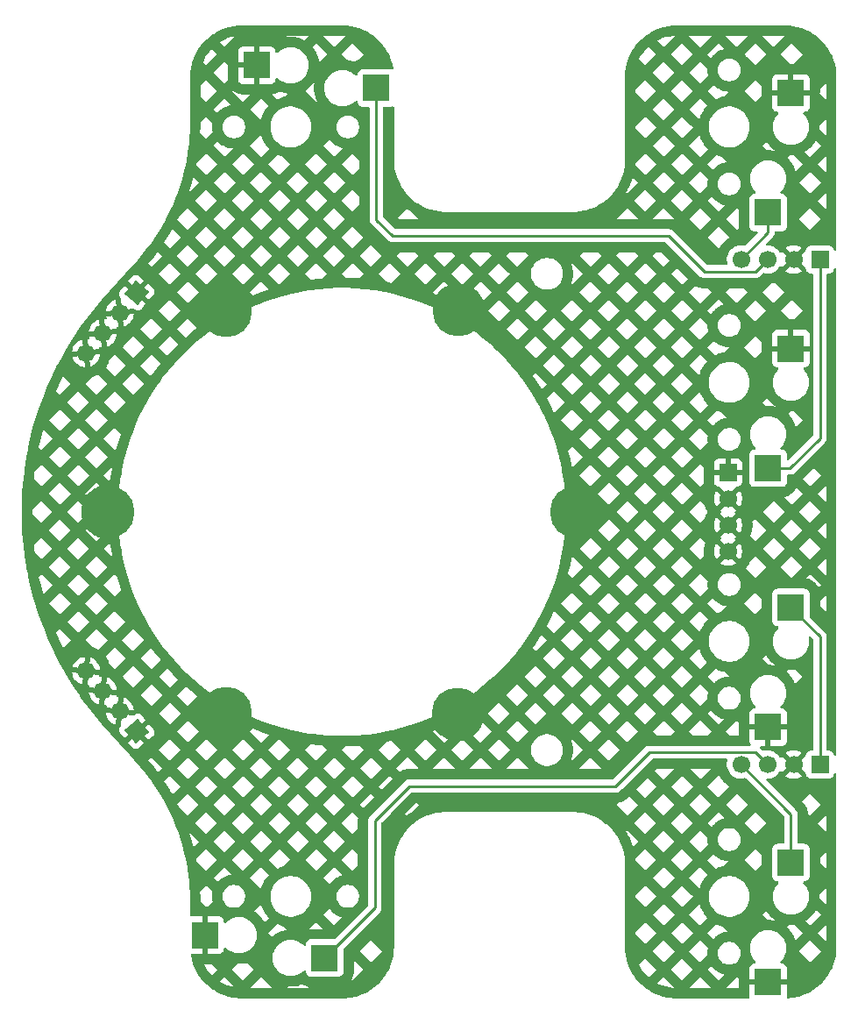
<source format=gbr>
G04 #@! TF.GenerationSoftware,KiCad,Pcbnew,9.0.2*
G04 #@! TF.CreationDate,2025-10-02T21:34:41-04:00*
G04 #@! TF.ProjectId,Trackball,54726163-6b62-4616-9c6c-2e6b69636164,rev?*
G04 #@! TF.SameCoordinates,Original*
G04 #@! TF.FileFunction,Copper,L2,Bot*
G04 #@! TF.FilePolarity,Positive*
%FSLAX46Y46*%
G04 Gerber Fmt 4.6, Leading zero omitted, Abs format (unit mm)*
G04 Created by KiCad (PCBNEW 9.0.2) date 2025-10-02 21:34:41*
%MOMM*%
%LPD*%
G01*
G04 APERTURE LIST*
G04 Aperture macros list*
%AMRotRect*
0 Rectangle, with rotation*
0 The origin of the aperture is its center*
0 $1 length*
0 $2 width*
0 $3 Rotation angle, in degrees counterclockwise*
0 Add horizontal line*
21,1,$1,$2,0,0,$3*%
G04 Aperture macros list end*
G04 #@! TA.AperFunction,SMDPad,CuDef*
%ADD10R,2.600000X2.600000*%
G04 #@! TD*
G04 #@! TA.AperFunction,ComponentPad*
%ADD11C,5.000000*%
G04 #@! TD*
G04 #@! TA.AperFunction,ComponentPad*
%ADD12R,1.700000X1.700000*%
G04 #@! TD*
G04 #@! TA.AperFunction,ComponentPad*
%ADD13C,1.700000*%
G04 #@! TD*
G04 #@! TA.AperFunction,ComponentPad*
%ADD14RotRect,1.700000X1.700000X40.000000*%
G04 #@! TD*
G04 #@! TA.AperFunction,ComponentPad*
%ADD15RotRect,1.700000X1.700000X140.000000*%
G04 #@! TD*
G04 #@! TA.AperFunction,Conductor*
%ADD16C,0.250000*%
G04 #@! TD*
G04 APERTURE END LIST*
D10*
X398750000Y-144709000D03*
X387200000Y-142509000D03*
D11*
X389200000Y-121050000D03*
X389200000Y-82250000D03*
X411650000Y-82200000D03*
X423000000Y-101600000D03*
D10*
X443793000Y-135484000D03*
X441593000Y-147034000D03*
D11*
X377850000Y-101621446D03*
D10*
X443793000Y-85850000D03*
X441593000Y-97400000D03*
X392200000Y-58491000D03*
X403750000Y-60691000D03*
X443793000Y-61166000D03*
X441593000Y-72716000D03*
X443793000Y-110850000D03*
X441593000Y-122400000D03*
D11*
X411550000Y-121100000D03*
D12*
X446593000Y-126009000D03*
D13*
X444053000Y-126009000D03*
X441513000Y-126009000D03*
X438973000Y-126009000D03*
D12*
X437725000Y-97815000D03*
D13*
X437725000Y-100355000D03*
X437725000Y-102895000D03*
X437725000Y-105435000D03*
D12*
X446593000Y-77241000D03*
D13*
X444053000Y-77241000D03*
X441513000Y-77241000D03*
X438973000Y-77241000D03*
D14*
X380598949Y-122811051D03*
D13*
X378966268Y-120865298D03*
X377333589Y-118919546D03*
X375700907Y-116973792D03*
D15*
X380598949Y-80448949D03*
D13*
X378966268Y-82394702D03*
X377333589Y-84340454D03*
X375700907Y-86286208D03*
D16*
X443793000Y-130829000D02*
X438973000Y-126009000D01*
X443793000Y-135484000D02*
X443793000Y-130829000D01*
X403600000Y-139859000D02*
X398750000Y-144709000D01*
X430117000Y-124833000D02*
X426850000Y-128100000D01*
X426850000Y-128100000D02*
X406900000Y-128100000D01*
X441513000Y-126009000D02*
X440337000Y-124833000D01*
X403600000Y-131400000D02*
X403600000Y-139859000D01*
X406900000Y-128100000D02*
X403600000Y-131400000D01*
X440337000Y-124833000D02*
X430117000Y-124833000D01*
X443793000Y-110850000D02*
X446593000Y-113650000D01*
X446593000Y-113650000D02*
X446593000Y-126009000D01*
X440337000Y-78417000D02*
X441513000Y-77241000D01*
X431985065Y-74950000D02*
X435452065Y-78417000D01*
X435452065Y-78417000D02*
X440337000Y-78417000D01*
X405300000Y-74950000D02*
X431985065Y-74950000D01*
X403750000Y-73400000D02*
X405300000Y-74950000D01*
X403750000Y-60691000D02*
X403750000Y-73400000D01*
X446593000Y-94507000D02*
X446593000Y-77241000D01*
X441593000Y-97400000D02*
X443700000Y-97400000D01*
X443700000Y-97400000D02*
X446593000Y-94507000D01*
X441593000Y-72716000D02*
X441593000Y-74621000D01*
X441593000Y-74621000D02*
X438973000Y-77241000D01*
G04 #@! TA.AperFunction,Conductor*
G36*
X400477611Y-54650608D02*
G01*
X400880599Y-54667275D01*
X400890946Y-54668132D01*
X401288611Y-54717702D01*
X401298871Y-54719414D01*
X401691076Y-54801650D01*
X401701144Y-54804199D01*
X402085236Y-54918549D01*
X402095069Y-54921925D01*
X402139562Y-54939286D01*
X402468375Y-55067590D01*
X402477912Y-55071773D01*
X402837918Y-55247769D01*
X402847076Y-55252725D01*
X403191313Y-55457845D01*
X403200032Y-55463541D01*
X403526169Y-55696400D01*
X403534363Y-55702776D01*
X403840170Y-55961781D01*
X403847831Y-55968835D01*
X404131164Y-56252168D01*
X404138218Y-56259829D01*
X404397220Y-56565633D01*
X404403602Y-56573833D01*
X404522601Y-56740500D01*
X404636458Y-56899967D01*
X404642154Y-56908686D01*
X404847274Y-57252923D01*
X404852230Y-57262081D01*
X405028226Y-57622087D01*
X405032409Y-57631624D01*
X405178071Y-58004921D01*
X405181453Y-58014771D01*
X405295796Y-58398841D01*
X405298352Y-58408936D01*
X405372425Y-58762208D01*
X405366828Y-58832984D01*
X405323856Y-58889498D01*
X405257151Y-58913808D01*
X405205075Y-58906121D01*
X405159200Y-58889010D01*
X405159196Y-58889009D01*
X405098649Y-58882500D01*
X405098638Y-58882500D01*
X402401362Y-58882500D01*
X402401350Y-58882500D01*
X402340803Y-58889009D01*
X402340795Y-58889011D01*
X402203797Y-58940110D01*
X402203792Y-58940112D01*
X402086738Y-59027738D01*
X401999112Y-59144792D01*
X401999110Y-59144797D01*
X401948011Y-59281795D01*
X401948009Y-59281803D01*
X401941500Y-59342350D01*
X401941500Y-59377729D01*
X401921498Y-59445850D01*
X401867842Y-59492343D01*
X401797568Y-59502447D01*
X401732988Y-59472953D01*
X401726405Y-59466824D01*
X401631673Y-59372092D01*
X401631652Y-59372073D01*
X401449615Y-59232391D01*
X401449608Y-59232386D01*
X401250900Y-59117662D01*
X401250892Y-59117658D01*
X401250888Y-59117656D01*
X401038887Y-59029842D01*
X400817238Y-58970452D01*
X400817231Y-58970450D01*
X400589736Y-58940500D01*
X400589734Y-58940500D01*
X400360266Y-58940500D01*
X400360263Y-58940500D01*
X400132768Y-58970450D01*
X399931274Y-59024440D01*
X399911113Y-59029842D01*
X399774431Y-59086458D01*
X399699110Y-59117657D01*
X399699099Y-59117662D01*
X399500391Y-59232386D01*
X399500384Y-59232391D01*
X399318347Y-59372073D01*
X399318326Y-59372092D01*
X399156092Y-59534326D01*
X399156073Y-59534347D01*
X399016391Y-59716384D01*
X399016386Y-59716391D01*
X398901662Y-59915099D01*
X398901657Y-59915110D01*
X398813842Y-60127113D01*
X398754450Y-60348768D01*
X398724500Y-60576263D01*
X398724500Y-60805736D01*
X398754450Y-61033231D01*
X398763468Y-61066888D01*
X398813842Y-61254887D01*
X398901656Y-61466888D01*
X398901657Y-61466889D01*
X398901662Y-61466900D01*
X399016386Y-61665608D01*
X399016391Y-61665615D01*
X399156073Y-61847652D01*
X399156092Y-61847673D01*
X399318326Y-62009907D01*
X399318347Y-62009926D01*
X399500384Y-62149608D01*
X399500391Y-62149613D01*
X399699099Y-62264337D01*
X399699103Y-62264338D01*
X399699112Y-62264344D01*
X399911113Y-62352158D01*
X400132762Y-62411548D01*
X400132766Y-62411548D01*
X400132768Y-62411549D01*
X400191398Y-62419267D01*
X400360266Y-62441500D01*
X400360273Y-62441500D01*
X400589727Y-62441500D01*
X400589734Y-62441500D01*
X400795345Y-62414430D01*
X400817231Y-62411549D01*
X400817231Y-62411548D01*
X400817238Y-62411548D01*
X401038887Y-62352158D01*
X401250888Y-62264344D01*
X401449612Y-62149611D01*
X401631661Y-62009919D01*
X401646298Y-61995282D01*
X401726405Y-61915176D01*
X401788717Y-61881150D01*
X401859532Y-61886215D01*
X401916368Y-61928762D01*
X401941179Y-61995282D01*
X401941500Y-62004271D01*
X401941500Y-62039649D01*
X401948009Y-62100196D01*
X401948011Y-62100204D01*
X401999110Y-62237202D01*
X401999112Y-62237207D01*
X402086738Y-62354261D01*
X402203792Y-62441887D01*
X402203794Y-62441888D01*
X402203796Y-62441889D01*
X402229398Y-62451438D01*
X402340795Y-62492988D01*
X402340803Y-62492990D01*
X402401350Y-62499499D01*
X402401355Y-62499499D01*
X402401362Y-62499500D01*
X402990500Y-62499500D01*
X403058621Y-62519502D01*
X403105114Y-62573158D01*
X403116500Y-62625500D01*
X403116500Y-73462396D01*
X403126185Y-73511086D01*
X403140845Y-73584785D01*
X403188600Y-73700075D01*
X403257929Y-73803833D01*
X404896167Y-75442071D01*
X404999925Y-75511400D01*
X405115215Y-75559155D01*
X405237606Y-75583500D01*
X405362394Y-75583500D01*
X431670471Y-75583500D01*
X431738592Y-75603502D01*
X431759566Y-75620405D01*
X434959994Y-78820833D01*
X435048232Y-78909071D01*
X435151990Y-78978400D01*
X435267280Y-79026155D01*
X435389671Y-79050500D01*
X435389672Y-79050500D01*
X440399393Y-79050500D01*
X440399394Y-79050500D01*
X440521785Y-79026155D01*
X440637075Y-78978400D01*
X440740833Y-78909071D01*
X441056486Y-78593416D01*
X441118796Y-78559393D01*
X441184518Y-78562680D01*
X441194884Y-78566049D01*
X441406084Y-78599500D01*
X441406087Y-78599500D01*
X441619913Y-78599500D01*
X441619916Y-78599500D01*
X441831116Y-78566049D01*
X442034483Y-78499972D01*
X442225009Y-78402894D01*
X442398004Y-78277206D01*
X442549206Y-78126004D01*
X442674894Y-77953009D01*
X442674902Y-77952992D01*
X442675854Y-77951441D01*
X442676377Y-77950967D01*
X442677804Y-77949004D01*
X442678216Y-77949303D01*
X442728497Y-77903804D01*
X442798537Y-77892189D01*
X442863738Y-77920285D01*
X442888485Y-77948842D01*
X442888624Y-77948742D01*
X442889794Y-77950353D01*
X442890726Y-77951428D01*
X442891536Y-77952750D01*
X442929620Y-78005167D01*
X442929621Y-78005168D01*
X443568841Y-77365947D01*
X443587075Y-77433993D01*
X443652901Y-77548007D01*
X443745993Y-77641099D01*
X443860007Y-77706925D01*
X443928051Y-77725157D01*
X443288831Y-78364378D01*
X443341249Y-78402463D01*
X443341251Y-78402464D01*
X443531707Y-78499506D01*
X443531713Y-78499509D01*
X443734996Y-78565559D01*
X443946126Y-78599000D01*
X444159874Y-78599000D01*
X444371003Y-78565559D01*
X444574286Y-78499509D01*
X444574292Y-78499506D01*
X444764750Y-78402463D01*
X444817167Y-78364378D01*
X444817167Y-78364376D01*
X444177948Y-77725157D01*
X444245993Y-77706925D01*
X444360007Y-77641099D01*
X444453099Y-77548007D01*
X444518925Y-77433993D01*
X444537157Y-77365948D01*
X445197595Y-78026386D01*
X445231621Y-78088698D01*
X445234500Y-78115481D01*
X445234500Y-78139649D01*
X445241009Y-78200196D01*
X445241011Y-78200204D01*
X445292110Y-78337202D01*
X445292112Y-78337207D01*
X445379738Y-78454261D01*
X445496792Y-78541887D01*
X445496794Y-78541888D01*
X445496796Y-78541889D01*
X445543726Y-78559393D01*
X445633795Y-78592988D01*
X445633803Y-78592990D01*
X445694350Y-78599499D01*
X445694355Y-78599499D01*
X445694362Y-78599500D01*
X445833500Y-78599500D01*
X445901621Y-78619502D01*
X445948114Y-78673158D01*
X445959500Y-78725500D01*
X445959500Y-94192406D01*
X445939498Y-94260527D01*
X445922595Y-94281501D01*
X443616595Y-96587501D01*
X443554283Y-96621527D01*
X443483468Y-96616462D01*
X443426632Y-96573915D01*
X443401821Y-96507395D01*
X443401500Y-96498406D01*
X443401500Y-96051367D01*
X443401499Y-96051350D01*
X443394990Y-95990803D01*
X443394988Y-95990795D01*
X443343889Y-95853797D01*
X443343887Y-95853792D01*
X443256261Y-95736738D01*
X443139207Y-95649112D01*
X443139202Y-95649110D01*
X443002204Y-95598011D01*
X443002196Y-95598009D01*
X442941649Y-95591500D01*
X442941638Y-95591500D01*
X442906271Y-95591500D01*
X442838150Y-95571498D01*
X442791657Y-95517842D01*
X442781553Y-95447568D01*
X442811047Y-95382988D01*
X442817176Y-95376405D01*
X442911907Y-95281673D01*
X442911919Y-95281661D01*
X443051611Y-95099612D01*
X443166344Y-94900888D01*
X443254158Y-94688887D01*
X443313548Y-94467238D01*
X443343500Y-94239734D01*
X443343500Y-94010266D01*
X443321267Y-93841398D01*
X443313549Y-93782768D01*
X443313548Y-93782766D01*
X443313548Y-93782762D01*
X443254158Y-93561113D01*
X443166344Y-93349112D01*
X443166338Y-93349103D01*
X443166337Y-93349099D01*
X443051613Y-93150391D01*
X443051608Y-93150384D01*
X442911926Y-92968347D01*
X442911907Y-92968326D01*
X442749673Y-92806092D01*
X442749652Y-92806073D01*
X442567615Y-92666391D01*
X442567608Y-92666386D01*
X442368900Y-92551662D01*
X442368892Y-92551658D01*
X442368888Y-92551656D01*
X442156887Y-92463842D01*
X441935238Y-92404452D01*
X441935231Y-92404450D01*
X441707736Y-92374500D01*
X441707734Y-92374500D01*
X441478266Y-92374500D01*
X441478263Y-92374500D01*
X441250768Y-92404450D01*
X441029113Y-92463842D01*
X440817110Y-92551657D01*
X440817099Y-92551662D01*
X440618391Y-92666386D01*
X440618384Y-92666391D01*
X440436347Y-92806073D01*
X440436326Y-92806092D01*
X440274092Y-92968326D01*
X440274073Y-92968347D01*
X440134391Y-93150384D01*
X440134386Y-93150391D01*
X440019662Y-93349099D01*
X440019657Y-93349110D01*
X440019656Y-93349112D01*
X439960529Y-93491856D01*
X439931842Y-93561113D01*
X439872450Y-93782768D01*
X439842500Y-94010263D01*
X439842500Y-94239736D01*
X439872450Y-94467231D01*
X439891278Y-94537501D01*
X439931842Y-94688887D01*
X440019656Y-94900888D01*
X440019657Y-94900889D01*
X440019662Y-94900900D01*
X440134386Y-95099608D01*
X440134391Y-95099615D01*
X440274073Y-95281652D01*
X440274092Y-95281673D01*
X440368824Y-95376405D01*
X440402850Y-95438717D01*
X440397785Y-95509532D01*
X440355238Y-95566368D01*
X440288718Y-95591179D01*
X440279729Y-95591500D01*
X440244350Y-95591500D01*
X440183803Y-95598009D01*
X440183795Y-95598011D01*
X440046797Y-95649110D01*
X440046792Y-95649112D01*
X439929738Y-95736738D01*
X439842112Y-95853792D01*
X439842110Y-95853797D01*
X439791011Y-95990795D01*
X439791009Y-95990803D01*
X439784500Y-96051350D01*
X439784500Y-98748649D01*
X439791009Y-98809196D01*
X439791011Y-98809204D01*
X439842110Y-98946202D01*
X439842112Y-98946207D01*
X439929738Y-99063261D01*
X440046792Y-99150887D01*
X440046794Y-99150888D01*
X440046796Y-99150889D01*
X440091798Y-99167674D01*
X440183795Y-99201988D01*
X440183803Y-99201990D01*
X440244350Y-99208499D01*
X440244355Y-99208499D01*
X440244362Y-99208500D01*
X440244368Y-99208500D01*
X442941632Y-99208500D01*
X442941638Y-99208500D01*
X442941645Y-99208499D01*
X442941649Y-99208499D01*
X443002196Y-99201990D01*
X443002199Y-99201989D01*
X443002201Y-99201989D01*
X443139204Y-99150889D01*
X443256261Y-99063261D01*
X443282729Y-99027904D01*
X443343887Y-98946207D01*
X443343887Y-98946206D01*
X443343889Y-98946204D01*
X443394989Y-98809201D01*
X443395589Y-98803628D01*
X443401499Y-98748649D01*
X443401500Y-98748632D01*
X443401500Y-98456943D01*
X444950344Y-98456943D01*
X445644942Y-99151541D01*
X446707017Y-98089466D01*
X446012419Y-97394868D01*
X444950344Y-98456943D01*
X443401500Y-98456943D01*
X443401500Y-98159500D01*
X443421502Y-98091379D01*
X443475158Y-98044886D01*
X443527500Y-98033500D01*
X443762393Y-98033500D01*
X443762394Y-98033500D01*
X443884785Y-98009155D01*
X444000075Y-97961400D01*
X444103833Y-97892071D01*
X447085071Y-94910833D01*
X447154400Y-94807075D01*
X447202155Y-94691785D01*
X447226500Y-94569394D01*
X447226500Y-94444606D01*
X447226500Y-78725500D01*
X447246502Y-78657379D01*
X447300158Y-78610886D01*
X447352500Y-78599500D01*
X447491632Y-78599500D01*
X447491638Y-78599500D01*
X447491645Y-78599499D01*
X447491649Y-78599499D01*
X447552196Y-78592990D01*
X447552199Y-78592989D01*
X447552201Y-78592989D01*
X447689204Y-78541889D01*
X447733071Y-78509051D01*
X447806261Y-78454261D01*
X447893887Y-78337207D01*
X447893887Y-78337206D01*
X447893889Y-78337204D01*
X447944989Y-78200201D01*
X447948222Y-78170133D01*
X447975391Y-78104541D01*
X448033708Y-78064049D01*
X448104660Y-78061515D01*
X448165718Y-78097742D01*
X448197498Y-78161228D01*
X448199500Y-78183601D01*
X448199500Y-125066398D01*
X448179498Y-125134519D01*
X448125842Y-125181012D01*
X448055568Y-125191116D01*
X447990988Y-125161622D01*
X447952604Y-125101896D01*
X447948222Y-125079866D01*
X447944990Y-125049803D01*
X447944988Y-125049795D01*
X447893889Y-124912797D01*
X447893887Y-124912792D01*
X447806261Y-124795738D01*
X447689207Y-124708112D01*
X447689202Y-124708110D01*
X447552204Y-124657011D01*
X447552196Y-124657009D01*
X447491649Y-124650500D01*
X447491638Y-124650500D01*
X447352500Y-124650500D01*
X447284379Y-124630498D01*
X447237886Y-124576842D01*
X447226500Y-124524500D01*
X447226500Y-113587607D01*
X447226499Y-113587603D01*
X447221230Y-113561113D01*
X447202155Y-113465215D01*
X447154400Y-113349925D01*
X447085071Y-113246167D01*
X446996833Y-113157929D01*
X445638405Y-111799501D01*
X445604379Y-111737189D01*
X445601500Y-111710406D01*
X445601500Y-110214968D01*
X446599500Y-110214968D01*
X446599500Y-110712701D01*
X447201500Y-111314701D01*
X447201500Y-109612968D01*
X446599500Y-110214968D01*
X445601500Y-110214968D01*
X445601500Y-109501367D01*
X445601499Y-109501350D01*
X445594990Y-109440803D01*
X445594988Y-109440795D01*
X445543889Y-109303797D01*
X445543887Y-109303792D01*
X445456261Y-109186738D01*
X445339207Y-109099112D01*
X445339202Y-109099110D01*
X445202204Y-109048011D01*
X445202196Y-109048009D01*
X445141649Y-109041500D01*
X445141638Y-109041500D01*
X442444362Y-109041500D01*
X442444350Y-109041500D01*
X442383803Y-109048009D01*
X442383795Y-109048011D01*
X442246797Y-109099110D01*
X442246792Y-109099112D01*
X442129738Y-109186738D01*
X442042112Y-109303792D01*
X442042110Y-109303797D01*
X441991011Y-109440795D01*
X441991009Y-109440803D01*
X441984500Y-109501350D01*
X441984500Y-112198649D01*
X441991009Y-112259196D01*
X441991011Y-112259204D01*
X442042110Y-112396202D01*
X442042112Y-112396207D01*
X442129738Y-112513261D01*
X442246792Y-112600887D01*
X442246794Y-112600888D01*
X442246796Y-112600889D01*
X442305875Y-112622924D01*
X442383795Y-112651988D01*
X442383803Y-112651990D01*
X442444350Y-112658499D01*
X442444355Y-112658499D01*
X442444362Y-112658500D01*
X442479729Y-112658500D01*
X442547850Y-112678502D01*
X442594343Y-112732158D01*
X442604447Y-112802432D01*
X442574953Y-112867012D01*
X442568824Y-112873595D01*
X442474092Y-112968326D01*
X442474073Y-112968347D01*
X442334391Y-113150384D01*
X442334386Y-113150391D01*
X442219662Y-113349099D01*
X442219657Y-113349110D01*
X442131842Y-113561113D01*
X442072450Y-113782768D01*
X442042500Y-114010263D01*
X442042500Y-114239736D01*
X442072450Y-114467231D01*
X442072452Y-114467238D01*
X442131842Y-114688887D01*
X442219656Y-114900888D01*
X442219657Y-114900889D01*
X442219662Y-114900900D01*
X442334386Y-115099608D01*
X442334391Y-115099615D01*
X442474073Y-115281652D01*
X442474092Y-115281673D01*
X442636326Y-115443907D01*
X442636347Y-115443926D01*
X442818384Y-115583608D01*
X442818391Y-115583613D01*
X443017099Y-115698337D01*
X443017103Y-115698338D01*
X443017112Y-115698344D01*
X443229113Y-115786158D01*
X443450762Y-115845548D01*
X443450766Y-115845548D01*
X443450768Y-115845549D01*
X443509398Y-115853267D01*
X443678266Y-115875500D01*
X443678273Y-115875500D01*
X443907727Y-115875500D01*
X443907734Y-115875500D01*
X444113345Y-115848430D01*
X444135231Y-115845549D01*
X444135231Y-115845548D01*
X444135238Y-115845548D01*
X444356887Y-115786158D01*
X444568888Y-115698344D01*
X444767612Y-115583611D01*
X444949661Y-115443919D01*
X445111919Y-115281661D01*
X445251611Y-115099612D01*
X445366344Y-114900888D01*
X445454158Y-114688887D01*
X445513548Y-114467238D01*
X445543500Y-114239734D01*
X445543500Y-114010266D01*
X445514040Y-113786501D01*
X445524979Y-113716354D01*
X445572107Y-113663255D01*
X445640461Y-113644065D01*
X445708339Y-113664876D01*
X445728057Y-113680961D01*
X445922595Y-113875499D01*
X445956621Y-113937811D01*
X445959500Y-113964594D01*
X445959500Y-124524500D01*
X445939498Y-124592621D01*
X445885842Y-124639114D01*
X445833500Y-124650500D01*
X445694350Y-124650500D01*
X445633803Y-124657009D01*
X445633795Y-124657011D01*
X445496797Y-124708110D01*
X445496792Y-124708112D01*
X445379738Y-124795738D01*
X445292112Y-124912792D01*
X445292110Y-124912797D01*
X445241011Y-125049795D01*
X445241009Y-125049803D01*
X445234500Y-125110350D01*
X445234500Y-125134518D01*
X445214498Y-125202639D01*
X445197596Y-125223613D01*
X444537157Y-125884051D01*
X444518925Y-125816007D01*
X444453099Y-125701993D01*
X444360007Y-125608901D01*
X444245993Y-125543075D01*
X444177947Y-125524841D01*
X444817168Y-124885621D01*
X444817167Y-124885620D01*
X444764750Y-124847536D01*
X444764748Y-124847535D01*
X444574292Y-124750493D01*
X444574286Y-124750490D01*
X444371003Y-124684440D01*
X444159874Y-124651000D01*
X443946126Y-124651000D01*
X443734996Y-124684440D01*
X443531713Y-124750490D01*
X443531707Y-124750493D01*
X443341253Y-124847534D01*
X443288831Y-124885621D01*
X443288831Y-124885622D01*
X443928051Y-125524842D01*
X443860007Y-125543075D01*
X443745993Y-125608901D01*
X443652901Y-125701993D01*
X443587075Y-125816007D01*
X443568842Y-125884051D01*
X442929622Y-125244831D01*
X442929621Y-125244831D01*
X442891528Y-125297261D01*
X442890724Y-125298574D01*
X442890288Y-125298967D01*
X442888624Y-125301259D01*
X442888142Y-125300909D01*
X442838075Y-125346203D01*
X442768033Y-125357807D01*
X442702836Y-125329702D01*
X442677901Y-125300924D01*
X442677804Y-125300996D01*
X442676975Y-125299855D01*
X442675859Y-125298567D01*
X442674899Y-125297001D01*
X442674894Y-125296991D01*
X442549206Y-125123996D01*
X442549203Y-125123993D01*
X442549201Y-125123990D01*
X442398009Y-124972798D01*
X442398006Y-124972796D01*
X442398004Y-124972794D01*
X442225601Y-124847536D01*
X442225012Y-124847108D01*
X442225011Y-124847107D01*
X442225009Y-124847106D01*
X442034483Y-124750028D01*
X442034480Y-124750027D01*
X442034478Y-124750026D01*
X441831120Y-124683952D01*
X441831123Y-124683952D01*
X441791801Y-124677724D01*
X441619916Y-124650500D01*
X441406084Y-124650500D01*
X441194884Y-124683951D01*
X441194882Y-124683951D01*
X441194879Y-124683952D01*
X441184510Y-124687321D01*
X441113543Y-124689345D01*
X441056485Y-124656581D01*
X440822999Y-124423095D01*
X440788973Y-124360783D01*
X440794038Y-124289968D01*
X440836585Y-124233132D01*
X440903105Y-124208321D01*
X440912094Y-124208000D01*
X441339000Y-124208000D01*
X441847000Y-124208000D01*
X442941585Y-124208000D01*
X442941597Y-124207999D01*
X443002093Y-124201494D01*
X443138964Y-124150444D01*
X443138965Y-124150444D01*
X443255904Y-124062904D01*
X443343444Y-123945965D01*
X443343444Y-123945964D01*
X443394494Y-123809093D01*
X443400999Y-123748597D01*
X443401000Y-123748585D01*
X443401000Y-122654000D01*
X441847000Y-122654000D01*
X441847000Y-124208000D01*
X441339000Y-124208000D01*
X441339000Y-122654000D01*
X439785000Y-122654000D01*
X439785000Y-123748597D01*
X439791505Y-123809093D01*
X439842555Y-123945964D01*
X439842555Y-123945965D01*
X439881502Y-123997991D01*
X439906313Y-124064511D01*
X439891222Y-124133885D01*
X439841020Y-124184087D01*
X439780634Y-124199500D01*
X430054600Y-124199500D01*
X429932217Y-124223844D01*
X429932209Y-124223846D01*
X429898447Y-124237830D01*
X429898447Y-124237831D01*
X429828047Y-124266992D01*
X429816925Y-124271599D01*
X429713167Y-124340927D01*
X429713161Y-124340932D01*
X426624501Y-127429595D01*
X426562189Y-127463620D01*
X426535406Y-127466500D01*
X406837603Y-127466500D01*
X406715214Y-127490845D01*
X406715209Y-127490847D01*
X406599924Y-127538599D01*
X406496167Y-127607927D01*
X406496161Y-127607932D01*
X403196167Y-130907929D01*
X403107931Y-130996164D01*
X403107926Y-130996171D01*
X403038601Y-131099923D01*
X402993563Y-131208654D01*
X402990845Y-131215215D01*
X402983914Y-131250058D01*
X402966500Y-131337603D01*
X402966500Y-139544405D01*
X402946498Y-139612526D01*
X402929595Y-139633500D01*
X399699501Y-142863595D01*
X399637189Y-142897621D01*
X399610406Y-142900500D01*
X397401350Y-142900500D01*
X397340803Y-142907009D01*
X397340795Y-142907011D01*
X397203797Y-142958110D01*
X397203792Y-142958112D01*
X397086738Y-143045738D01*
X396999112Y-143162792D01*
X396999110Y-143162797D01*
X396948011Y-143299795D01*
X396948009Y-143299803D01*
X396941500Y-143360350D01*
X396941500Y-143395729D01*
X396921498Y-143463850D01*
X396867842Y-143510343D01*
X396797568Y-143520447D01*
X396732988Y-143490953D01*
X396726405Y-143484824D01*
X396631673Y-143390092D01*
X396631652Y-143390073D01*
X396449615Y-143250391D01*
X396449608Y-143250386D01*
X396250900Y-143135662D01*
X396250892Y-143135658D01*
X396250888Y-143135656D01*
X396038887Y-143047842D01*
X395887501Y-143007278D01*
X395817231Y-142988450D01*
X395589736Y-142958500D01*
X395589734Y-142958500D01*
X395360266Y-142958500D01*
X395360263Y-142958500D01*
X395132768Y-142988450D01*
X394918965Y-143045738D01*
X394911113Y-143047842D01*
X394701889Y-143134506D01*
X394699110Y-143135657D01*
X394699099Y-143135662D01*
X394500391Y-143250386D01*
X394500384Y-143250391D01*
X394318347Y-143390073D01*
X394318326Y-143390092D01*
X394156092Y-143552326D01*
X394156073Y-143552347D01*
X394016391Y-143734384D01*
X394016386Y-143734391D01*
X393901662Y-143933099D01*
X393901657Y-143933110D01*
X393901656Y-143933112D01*
X393852657Y-144051406D01*
X393813842Y-144145113D01*
X393754450Y-144366768D01*
X393724500Y-144594263D01*
X393724500Y-144823736D01*
X393754450Y-145051231D01*
X393754452Y-145051238D01*
X393813842Y-145272887D01*
X393901656Y-145484888D01*
X393901657Y-145484889D01*
X393901662Y-145484900D01*
X394016386Y-145683608D01*
X394016391Y-145683615D01*
X394156073Y-145865652D01*
X394156092Y-145865673D01*
X394318326Y-146027907D01*
X394318347Y-146027926D01*
X394500384Y-146167608D01*
X394500391Y-146167613D01*
X394699099Y-146282337D01*
X394699103Y-146282338D01*
X394699112Y-146282344D01*
X394911113Y-146370158D01*
X395132762Y-146429548D01*
X395132766Y-146429548D01*
X395132768Y-146429549D01*
X395191398Y-146437267D01*
X395360266Y-146459500D01*
X395360273Y-146459500D01*
X395589727Y-146459500D01*
X395589734Y-146459500D01*
X395795345Y-146432430D01*
X395817231Y-146429549D01*
X395817231Y-146429548D01*
X395817238Y-146429548D01*
X396038887Y-146370158D01*
X396250888Y-146282344D01*
X396449612Y-146167611D01*
X396631661Y-146027919D01*
X396671662Y-145987918D01*
X396726405Y-145933176D01*
X396788717Y-145899150D01*
X396859532Y-145904215D01*
X396916368Y-145946762D01*
X396941179Y-146013282D01*
X396941500Y-146022271D01*
X396941500Y-146057649D01*
X396948009Y-146118196D01*
X396948011Y-146118204D01*
X396999110Y-146255202D01*
X396999112Y-146255207D01*
X397086738Y-146372261D01*
X397203792Y-146459887D01*
X397203794Y-146459888D01*
X397203796Y-146459889D01*
X397262875Y-146481924D01*
X397340795Y-146510988D01*
X397340803Y-146510990D01*
X397401350Y-146517499D01*
X397401355Y-146517499D01*
X397401362Y-146517500D01*
X397401368Y-146517500D01*
X400098632Y-146517500D01*
X400098638Y-146517500D01*
X400098645Y-146517499D01*
X400098649Y-146517499D01*
X400159196Y-146510990D01*
X400159199Y-146510989D01*
X400159201Y-146510989D01*
X400296204Y-146459889D01*
X400336734Y-146429549D01*
X400413261Y-146372261D01*
X400500887Y-146255207D01*
X400500887Y-146255206D01*
X400500889Y-146255204D01*
X400548431Y-146127741D01*
X400551988Y-146118204D01*
X400551990Y-146118196D01*
X400558499Y-146057649D01*
X400558500Y-146057632D01*
X400558500Y-144051406D01*
X402156459Y-144051406D01*
X403218535Y-145113482D01*
X404280610Y-144051406D01*
X403218535Y-142989331D01*
X402156459Y-144051406D01*
X400558500Y-144051406D01*
X400558500Y-143848594D01*
X400578502Y-143780473D01*
X400595405Y-143759499D01*
X402334671Y-142020234D01*
X404092072Y-140262833D01*
X404161401Y-140159075D01*
X404209155Y-140043785D01*
X404233500Y-139921394D01*
X404233500Y-139796606D01*
X404233500Y-131714594D01*
X404253502Y-131646473D01*
X404270405Y-131625499D01*
X405133622Y-130762282D01*
X406545005Y-130762282D01*
X406707273Y-130924550D01*
X406953524Y-130732887D01*
X406957693Y-130729779D01*
X406987030Y-130708830D01*
X406991336Y-130705888D01*
X407072653Y-130652759D01*
X407816142Y-129909271D01*
X426905197Y-129909271D01*
X427967272Y-130971346D01*
X429029346Y-129909271D01*
X430440731Y-129909271D01*
X431502806Y-130971346D01*
X432564881Y-129909271D01*
X433976265Y-129909271D01*
X435038340Y-130971346D01*
X436100415Y-129909271D01*
X437511799Y-129909271D01*
X438573874Y-130971346D01*
X439635949Y-129909271D01*
X438573874Y-128847196D01*
X437511799Y-129909271D01*
X436100415Y-129909271D01*
X435038340Y-128847195D01*
X433976265Y-129909271D01*
X432564881Y-129909271D01*
X431502806Y-128847195D01*
X430440731Y-129909271D01*
X429029346Y-129909271D01*
X429029347Y-129909270D01*
X428188682Y-129068605D01*
X427942207Y-129315082D01*
X427937729Y-129319345D01*
X427910607Y-129343928D01*
X427905928Y-129347965D01*
X427868048Y-129379056D01*
X427863169Y-129382864D01*
X427833733Y-129404696D01*
X427828675Y-129408258D01*
X427684162Y-129504818D01*
X427678938Y-129508126D01*
X427647528Y-129526953D01*
X427642149Y-129530000D01*
X427598931Y-129553102D01*
X427593403Y-129555885D01*
X427560290Y-129571546D01*
X427554638Y-129574051D01*
X427394056Y-129640568D01*
X427388281Y-129642796D01*
X427353764Y-129655145D01*
X427347886Y-129657087D01*
X427300988Y-129671309D01*
X427295032Y-129672956D01*
X427259534Y-129681846D01*
X427253506Y-129683200D01*
X427100914Y-129713553D01*
X426905197Y-129909271D01*
X407816142Y-129909271D01*
X407816143Y-129909270D01*
X407638373Y-129731500D01*
X407575790Y-129731500D01*
X406545005Y-130762282D01*
X405133622Y-130762282D01*
X407125500Y-128770405D01*
X407187812Y-128736379D01*
X407214595Y-128733500D01*
X426912393Y-128733500D01*
X426912394Y-128733500D01*
X427034785Y-128709155D01*
X427150075Y-128661400D01*
X427253833Y-128592071D01*
X427482990Y-128362914D01*
X428894374Y-128362914D01*
X429735039Y-129203579D01*
X430797114Y-128141504D01*
X432208498Y-128141504D01*
X433270573Y-129203579D01*
X434332648Y-128141504D01*
X435744032Y-128141504D01*
X436806107Y-129203579D01*
X437868182Y-128141503D01*
X437762183Y-128035504D01*
X437760531Y-128034579D01*
X437756263Y-128032077D01*
X437722839Y-128011596D01*
X437718672Y-128008929D01*
X437694303Y-127992647D01*
X437690241Y-127989816D01*
X437485534Y-127841087D01*
X437481591Y-127838102D01*
X437458590Y-127819970D01*
X437454766Y-127816832D01*
X437424957Y-127791374D01*
X437421258Y-127788087D01*
X437399735Y-127768192D01*
X437396167Y-127764761D01*
X437217239Y-127585833D01*
X437213808Y-127582265D01*
X437193913Y-127560742D01*
X437190626Y-127557043D01*
X437165168Y-127527234D01*
X437162030Y-127523410D01*
X437143898Y-127500409D01*
X437140913Y-127496466D01*
X436992184Y-127291759D01*
X436989353Y-127287697D01*
X436973071Y-127263328D01*
X436970404Y-127259161D01*
X436949923Y-127225737D01*
X436947423Y-127221472D01*
X436946497Y-127219819D01*
X436806107Y-127079429D01*
X435744032Y-128141504D01*
X434332648Y-128141504D01*
X433270573Y-127079428D01*
X432208498Y-128141504D01*
X430797114Y-128141504D01*
X429956449Y-127300838D01*
X428894374Y-128362914D01*
X427482990Y-128362914D01*
X429250758Y-126595147D01*
X430662141Y-126595147D01*
X431502806Y-127435812D01*
X432474119Y-126464500D01*
X434067028Y-126464500D01*
X435038340Y-127435812D01*
X436009653Y-126464500D01*
X434067028Y-126464500D01*
X432474119Y-126464500D01*
X430792790Y-126464500D01*
X430662141Y-126595147D01*
X429250758Y-126595147D01*
X430342500Y-125503405D01*
X430404812Y-125469379D01*
X430431595Y-125466500D01*
X437547433Y-125466500D01*
X437615554Y-125486502D01*
X437662047Y-125540158D01*
X437672151Y-125610432D01*
X437667266Y-125631435D01*
X437647953Y-125690875D01*
X437647952Y-125690876D01*
X437647951Y-125690884D01*
X437614500Y-125902084D01*
X437614500Y-126115916D01*
X437647951Y-126327116D01*
X437647952Y-126327121D01*
X437713447Y-126528696D01*
X437714028Y-126530483D01*
X437811106Y-126721009D01*
X437936794Y-126894004D01*
X437936796Y-126894006D01*
X437936798Y-126894009D01*
X438087990Y-127045201D01*
X438087993Y-127045203D01*
X438087996Y-127045206D01*
X438260991Y-127170894D01*
X438451517Y-127267972D01*
X438654878Y-127334047D01*
X438654879Y-127334047D01*
X438654884Y-127334049D01*
X438866084Y-127367500D01*
X438866087Y-127367500D01*
X439079913Y-127367500D01*
X439079916Y-127367500D01*
X439291116Y-127334049D01*
X439301475Y-127330682D01*
X439372442Y-127328650D01*
X439429514Y-127361418D01*
X443122595Y-131054499D01*
X443156621Y-131116811D01*
X443159500Y-131143594D01*
X443159500Y-133549500D01*
X443139498Y-133617621D01*
X443085842Y-133664114D01*
X443033500Y-133675500D01*
X442444350Y-133675500D01*
X442383803Y-133682009D01*
X442383795Y-133682011D01*
X442246797Y-133733110D01*
X442246792Y-133733112D01*
X442129738Y-133820738D01*
X442042112Y-133937792D01*
X442042110Y-133937797D01*
X441991011Y-134074795D01*
X441991009Y-134074803D01*
X441984500Y-134135350D01*
X441984500Y-136832649D01*
X441991009Y-136893196D01*
X441991011Y-136893204D01*
X442042110Y-137030202D01*
X442042112Y-137030207D01*
X442129738Y-137147261D01*
X442246792Y-137234887D01*
X442246794Y-137234888D01*
X442246796Y-137234889D01*
X442305875Y-137256924D01*
X442383795Y-137285988D01*
X442383803Y-137285990D01*
X442444350Y-137292499D01*
X442444355Y-137292499D01*
X442444362Y-137292500D01*
X442479729Y-137292500D01*
X442547850Y-137312502D01*
X442594343Y-137366158D01*
X442604447Y-137436432D01*
X442574953Y-137501012D01*
X442568824Y-137507595D01*
X442474092Y-137602326D01*
X442474073Y-137602347D01*
X442334391Y-137784384D01*
X442334386Y-137784391D01*
X442219662Y-137983099D01*
X442219657Y-137983110D01*
X442219656Y-137983112D01*
X442199159Y-138032596D01*
X442131842Y-138195113D01*
X442072450Y-138416768D01*
X442042500Y-138644263D01*
X442042500Y-138873736D01*
X442072450Y-139101231D01*
X442072452Y-139101238D01*
X442131842Y-139322887D01*
X442219656Y-139534888D01*
X442219657Y-139534889D01*
X442219662Y-139534900D01*
X442334386Y-139733608D01*
X442334391Y-139733615D01*
X442474073Y-139915652D01*
X442474092Y-139915673D01*
X442636326Y-140077907D01*
X442636347Y-140077926D01*
X442818384Y-140217608D01*
X442818391Y-140217613D01*
X443017099Y-140332337D01*
X443017103Y-140332338D01*
X443017112Y-140332344D01*
X443229113Y-140420158D01*
X443450762Y-140479548D01*
X443450766Y-140479548D01*
X443450768Y-140479549D01*
X443509398Y-140487267D01*
X443678266Y-140509500D01*
X443678273Y-140509500D01*
X443907727Y-140509500D01*
X443907734Y-140509500D01*
X444113345Y-140482430D01*
X444135231Y-140479549D01*
X444135231Y-140479548D01*
X444135238Y-140479548D01*
X444356887Y-140420158D01*
X444568888Y-140332344D01*
X444767612Y-140217611D01*
X444949661Y-140077919D01*
X445111919Y-139915661D01*
X445251611Y-139733612D01*
X445366344Y-139534888D01*
X445454158Y-139322887D01*
X445513548Y-139101238D01*
X445543500Y-138873734D01*
X445543500Y-138644266D01*
X445532487Y-138560615D01*
X446538124Y-138560615D01*
X446538292Y-138562660D01*
X446540430Y-138595254D01*
X446540632Y-138599376D01*
X446541432Y-138623798D01*
X446541500Y-138627923D01*
X446541500Y-138890077D01*
X446541432Y-138894202D01*
X446540632Y-138918624D01*
X446540430Y-138922746D01*
X446539497Y-138936969D01*
X447201500Y-139598972D01*
X447201500Y-137897240D01*
X446538124Y-138560615D01*
X445532487Y-138560615D01*
X445513548Y-138416762D01*
X445454158Y-138195113D01*
X445366344Y-137983112D01*
X445366338Y-137983103D01*
X445366337Y-137983099D01*
X445251613Y-137784391D01*
X445251608Y-137784384D01*
X445111926Y-137602347D01*
X445111907Y-137602326D01*
X445017176Y-137507595D01*
X444983150Y-137445283D01*
X444988215Y-137374468D01*
X445030762Y-137317632D01*
X445097282Y-137292821D01*
X445106271Y-137292500D01*
X445141632Y-137292500D01*
X445141638Y-137292500D01*
X445141645Y-137292499D01*
X445141649Y-137292499D01*
X445202196Y-137285990D01*
X445202199Y-137285989D01*
X445202201Y-137285989D01*
X445339204Y-137234889D01*
X445386687Y-137199344D01*
X445456261Y-137147261D01*
X445543887Y-137030207D01*
X445543887Y-137030206D01*
X445543889Y-137030204D01*
X445594989Y-136893201D01*
X445600691Y-136840168D01*
X445601499Y-136832649D01*
X445601500Y-136832632D01*
X445601500Y-134963706D01*
X446599500Y-134963706D01*
X446599500Y-135461438D01*
X447201500Y-136063438D01*
X447201500Y-134361706D01*
X446599500Y-134963706D01*
X445601500Y-134963706D01*
X445601500Y-134135367D01*
X445601499Y-134135350D01*
X445594990Y-134074803D01*
X445594988Y-134074795D01*
X445558022Y-133975687D01*
X445543889Y-133937796D01*
X445543888Y-133937794D01*
X445543887Y-133937792D01*
X445456261Y-133820738D01*
X445339207Y-133733112D01*
X445339202Y-133733110D01*
X445202204Y-133682011D01*
X445202196Y-133682009D01*
X445141649Y-133675500D01*
X445141638Y-133675500D01*
X444552500Y-133675500D01*
X444484379Y-133655498D01*
X444437886Y-133601842D01*
X444426500Y-133549500D01*
X444426500Y-131677038D01*
X446350634Y-131677038D01*
X447201500Y-132527904D01*
X447201500Y-130826172D01*
X446350634Y-131677038D01*
X444426500Y-131677038D01*
X444426500Y-130766607D01*
X444426499Y-130766603D01*
X444402155Y-130644215D01*
X444354400Y-130528925D01*
X444285071Y-130425167D01*
X444196833Y-130336929D01*
X443470329Y-129610425D01*
X444881712Y-129610425D01*
X445008081Y-129736794D01*
X445012342Y-129741269D01*
X445036926Y-129768391D01*
X445040965Y-129773072D01*
X445072056Y-129810952D01*
X445075864Y-129815831D01*
X445097696Y-129845267D01*
X445101258Y-129850325D01*
X445197818Y-129994838D01*
X445201126Y-130000062D01*
X445219953Y-130031472D01*
X445223000Y-130036851D01*
X445246102Y-130080069D01*
X445248885Y-130085597D01*
X445264546Y-130118710D01*
X445267051Y-130124362D01*
X445333568Y-130284944D01*
X445335796Y-130290719D01*
X445348145Y-130325236D01*
X445350087Y-130331114D01*
X445364309Y-130378012D01*
X445365956Y-130383968D01*
X445374846Y-130419466D01*
X445376200Y-130425494D01*
X445410105Y-130595941D01*
X445411162Y-130602036D01*
X445416538Y-130638281D01*
X445417296Y-130644422D01*
X445422098Y-130693193D01*
X445422552Y-130699358D01*
X445424348Y-130735928D01*
X445424500Y-130742109D01*
X445424500Y-130750904D01*
X445644942Y-130971346D01*
X446707017Y-129909271D01*
X445644942Y-128847196D01*
X444881712Y-129610425D01*
X443470329Y-129610425D01*
X441442499Y-127582595D01*
X441408473Y-127520283D01*
X441413538Y-127449468D01*
X441456085Y-127392632D01*
X441522605Y-127367821D01*
X441531594Y-127367500D01*
X441619913Y-127367500D01*
X441619916Y-127367500D01*
X441831116Y-127334049D01*
X442034483Y-127267972D01*
X442225009Y-127170894D01*
X442398004Y-127045206D01*
X442549206Y-126894004D01*
X442674894Y-126721009D01*
X442674902Y-126720992D01*
X442675854Y-126719441D01*
X442676377Y-126718967D01*
X442677804Y-126717004D01*
X442678216Y-126717303D01*
X442728497Y-126671804D01*
X442798537Y-126660189D01*
X442863738Y-126688285D01*
X442888485Y-126716842D01*
X442888624Y-126716742D01*
X442889794Y-126718353D01*
X442890726Y-126719428D01*
X442891536Y-126720750D01*
X442929620Y-126773167D01*
X442929621Y-126773168D01*
X443568841Y-126133947D01*
X443587075Y-126201993D01*
X443652901Y-126316007D01*
X443745993Y-126409099D01*
X443860007Y-126474925D01*
X443928051Y-126493157D01*
X443288831Y-127132378D01*
X443341249Y-127170463D01*
X443341251Y-127170464D01*
X443531707Y-127267506D01*
X443531713Y-127267509D01*
X443734996Y-127333559D01*
X443946126Y-127367000D01*
X444159874Y-127367000D01*
X444371003Y-127333559D01*
X444574286Y-127267509D01*
X444574292Y-127267506D01*
X444764750Y-127170463D01*
X444817167Y-127132378D01*
X444817167Y-127132376D01*
X444177948Y-126493157D01*
X444245993Y-126474925D01*
X444360007Y-126409099D01*
X444453099Y-126316007D01*
X444518925Y-126201993D01*
X444537157Y-126133948D01*
X445197595Y-126794386D01*
X445231621Y-126856698D01*
X445234500Y-126883481D01*
X445234500Y-126907649D01*
X445241009Y-126968196D01*
X445241011Y-126968204D01*
X445292110Y-127105202D01*
X445292112Y-127105207D01*
X445379738Y-127222261D01*
X445496792Y-127309887D01*
X445496794Y-127309888D01*
X445496796Y-127309889D01*
X445547096Y-127328650D01*
X445633795Y-127360988D01*
X445633803Y-127360990D01*
X445694350Y-127367499D01*
X445694355Y-127367499D01*
X445694362Y-127367500D01*
X445694368Y-127367500D01*
X447491632Y-127367500D01*
X447491638Y-127367500D01*
X447491645Y-127367499D01*
X447491649Y-127367499D01*
X447552196Y-127360990D01*
X447552199Y-127360989D01*
X447552201Y-127360989D01*
X447689204Y-127309889D01*
X447738274Y-127273156D01*
X447806261Y-127222261D01*
X447893887Y-127105207D01*
X447893887Y-127105206D01*
X447893889Y-127105204D01*
X447944989Y-126968201D01*
X447948222Y-126938133D01*
X447975391Y-126872541D01*
X448033708Y-126832049D01*
X448104660Y-126829515D01*
X448165718Y-126865742D01*
X448197498Y-126929228D01*
X448199500Y-126951601D01*
X448199500Y-143622404D01*
X448199392Y-143627611D01*
X448182725Y-144030584D01*
X448181865Y-144040963D01*
X448132298Y-144438604D01*
X448130584Y-144448875D01*
X448048352Y-144841063D01*
X448045796Y-144851158D01*
X447931453Y-145235228D01*
X447928071Y-145245078D01*
X447782409Y-145618375D01*
X447778226Y-145627912D01*
X447602230Y-145987918D01*
X447597274Y-145997076D01*
X447392154Y-146341313D01*
X447386458Y-146350032D01*
X447153609Y-146676157D01*
X447147213Y-146684375D01*
X446888218Y-146990170D01*
X446881164Y-146997831D01*
X446597831Y-147281164D01*
X446590170Y-147288218D01*
X446284375Y-147547213D01*
X446276157Y-147553609D01*
X445950032Y-147786458D01*
X445941313Y-147792154D01*
X445597076Y-147997274D01*
X445587918Y-148002230D01*
X445227912Y-148178226D01*
X445218375Y-148182409D01*
X444845078Y-148328071D01*
X444835228Y-148331453D01*
X444451158Y-148445796D01*
X444441063Y-148448352D01*
X444048875Y-148530584D01*
X444038604Y-148532298D01*
X443640963Y-148581865D01*
X443630583Y-148582725D01*
X443524477Y-148587113D01*
X443455588Y-148569943D01*
X443406918Y-148518254D01*
X443393919Y-148448458D01*
X443393993Y-148447749D01*
X443400999Y-148382592D01*
X443401000Y-148382585D01*
X443401000Y-147288000D01*
X439785000Y-147288000D01*
X439785000Y-148382597D01*
X439791505Y-148443095D01*
X439791844Y-148444528D01*
X439791782Y-148445671D01*
X439792348Y-148450930D01*
X439791495Y-148451021D01*
X439788041Y-148515423D01*
X439746513Y-148573007D01*
X439680446Y-148598999D01*
X439669220Y-148599500D01*
X432727596Y-148599500D01*
X432722389Y-148599392D01*
X432319415Y-148582725D01*
X432309036Y-148581865D01*
X431911395Y-148532298D01*
X431901124Y-148530584D01*
X431508936Y-148448352D01*
X431498841Y-148445796D01*
X431114771Y-148331453D01*
X431104921Y-148328071D01*
X430731624Y-148182409D01*
X430722087Y-148178226D01*
X430362081Y-148002230D01*
X430352923Y-147997274D01*
X430008686Y-147792154D01*
X429999967Y-147786458D01*
X429861940Y-147687909D01*
X429673833Y-147553602D01*
X429665633Y-147547220D01*
X429359829Y-147288218D01*
X429352168Y-147281164D01*
X429216579Y-147145575D01*
X430882095Y-147145575D01*
X431128009Y-147265794D01*
X431434091Y-147385229D01*
X431749048Y-147478996D01*
X432070626Y-147546422D01*
X432396692Y-147587068D01*
X432558078Y-147593743D01*
X432564881Y-147586940D01*
X433976264Y-147586940D01*
X433990824Y-147601500D01*
X436085857Y-147601500D01*
X436100416Y-147586941D01*
X436100415Y-147586940D01*
X437511798Y-147586940D01*
X437526358Y-147601500D01*
X438787000Y-147601500D01*
X438787000Y-147087420D01*
X438796591Y-147039202D01*
X438798745Y-147034000D01*
X438796591Y-147028798D01*
X438787000Y-146980580D01*
X438787000Y-146737991D01*
X438573874Y-146524865D01*
X437511798Y-147586940D01*
X436100415Y-147586940D01*
X435038340Y-146524865D01*
X433976264Y-147586940D01*
X432564881Y-147586940D01*
X431502806Y-146524865D01*
X430882095Y-147145575D01*
X429216579Y-147145575D01*
X429068835Y-146997831D01*
X429061781Y-146990170D01*
X428884194Y-146780493D01*
X428802776Y-146684363D01*
X428796400Y-146676169D01*
X428563541Y-146350032D01*
X428557845Y-146341313D01*
X428401540Y-146078998D01*
X428352723Y-145997074D01*
X428347769Y-145987918D01*
X428171773Y-145627912D01*
X428167590Y-145618375D01*
X428116731Y-145488035D01*
X428061651Y-145346878D01*
X429145258Y-145346878D01*
X429228522Y-145517197D01*
X429396715Y-145799463D01*
X429587652Y-146066888D01*
X429800035Y-146317647D01*
X430032350Y-146549962D01*
X430050745Y-146565541D01*
X430797114Y-145819173D01*
X432208497Y-145819173D01*
X433270573Y-146881249D01*
X434332647Y-145819174D01*
X435744032Y-145819174D01*
X436806107Y-146881249D01*
X437377681Y-146309674D01*
X437376029Y-146309346D01*
X437371201Y-146308287D01*
X437333083Y-146299138D01*
X437328291Y-146297888D01*
X437300075Y-146289931D01*
X437295338Y-146288494D01*
X437093173Y-146222806D01*
X437088499Y-146221185D01*
X437061018Y-146211047D01*
X437056414Y-146209246D01*
X437020197Y-146194246D01*
X437015659Y-146192261D01*
X436989044Y-146179991D01*
X436984593Y-146177832D01*
X436795197Y-146081330D01*
X436790834Y-146078998D01*
X436765278Y-146064686D01*
X436761014Y-146062186D01*
X436727589Y-146041705D01*
X436723417Y-146039035D01*
X436699048Y-146022752D01*
X436694989Y-146019923D01*
X436523022Y-145894981D01*
X436519079Y-145891996D01*
X436496079Y-145873865D01*
X436492253Y-145870726D01*
X436462445Y-145845268D01*
X436458748Y-145841982D01*
X436437225Y-145822087D01*
X436433657Y-145818656D01*
X436300403Y-145685402D01*
X439785000Y-145685402D01*
X439785000Y-146780000D01*
X443401000Y-146780000D01*
X443401000Y-145685414D01*
X443400999Y-145685402D01*
X443394494Y-145624906D01*
X443343444Y-145488035D01*
X443343444Y-145488034D01*
X443255904Y-145371095D01*
X443138965Y-145283555D01*
X443002093Y-145232505D01*
X442941597Y-145226000D01*
X442905771Y-145226000D01*
X442837650Y-145205998D01*
X442791157Y-145152342D01*
X442781053Y-145082068D01*
X442810547Y-145017488D01*
X442816676Y-145010905D01*
X442911907Y-144915673D01*
X442911919Y-144915661D01*
X443051611Y-144733612D01*
X443166344Y-144534888D01*
X443254158Y-144322887D01*
X443313548Y-144101238D01*
X443320109Y-144051406D01*
X444582866Y-144051406D01*
X445644942Y-145113482D01*
X446707017Y-144051406D01*
X445644942Y-142989331D01*
X444582866Y-144051406D01*
X443320109Y-144051406D01*
X443343500Y-143873734D01*
X443343500Y-143644266D01*
X443319747Y-143463850D01*
X443313549Y-143416768D01*
X443313548Y-143416766D01*
X443313548Y-143416762D01*
X443254158Y-143195113D01*
X443166344Y-142983112D01*
X443166338Y-142983103D01*
X443166337Y-142983099D01*
X443051613Y-142784391D01*
X443051608Y-142784384D01*
X442911926Y-142602347D01*
X442911907Y-142602326D01*
X442749673Y-142440092D01*
X442749652Y-142440073D01*
X442567615Y-142300391D01*
X442567608Y-142300386D01*
X442368900Y-142185662D01*
X442368892Y-142185658D01*
X442368888Y-142185656D01*
X442156887Y-142097842D01*
X441935238Y-142038452D01*
X441935231Y-142038450D01*
X441707736Y-142008500D01*
X441707734Y-142008500D01*
X441478266Y-142008500D01*
X441478263Y-142008500D01*
X441250768Y-142038450D01*
X441065564Y-142088075D01*
X441029113Y-142097842D01*
X440879783Y-142159697D01*
X440817110Y-142185657D01*
X440817099Y-142185662D01*
X440618391Y-142300386D01*
X440618384Y-142300391D01*
X440436347Y-142440073D01*
X440436326Y-142440092D01*
X440274092Y-142602326D01*
X440274073Y-142602347D01*
X440134391Y-142784384D01*
X440134386Y-142784391D01*
X440019662Y-142983099D01*
X440019657Y-142983110D01*
X440019656Y-142983112D01*
X439947380Y-143157600D01*
X439931842Y-143195113D01*
X439872450Y-143416768D01*
X439842500Y-143644263D01*
X439842500Y-143873736D01*
X439872450Y-144101231D01*
X439890919Y-144170157D01*
X439931842Y-144322887D01*
X440019656Y-144534888D01*
X440019657Y-144534889D01*
X440019662Y-144534900D01*
X440134386Y-144733608D01*
X440134391Y-144733615D01*
X440274073Y-144915652D01*
X440274092Y-144915673D01*
X440369324Y-145010905D01*
X440403350Y-145073217D01*
X440398285Y-145144032D01*
X440355738Y-145200868D01*
X440289218Y-145225679D01*
X440280229Y-145226000D01*
X440244402Y-145226000D01*
X440183906Y-145232505D01*
X440047035Y-145283555D01*
X440047034Y-145283555D01*
X439930095Y-145371095D01*
X439842555Y-145488034D01*
X439842555Y-145488035D01*
X439791505Y-145624906D01*
X439785000Y-145685402D01*
X436300403Y-145685402D01*
X436283344Y-145668343D01*
X436279913Y-145664775D01*
X436260018Y-145643252D01*
X436256732Y-145639555D01*
X436231274Y-145609747D01*
X436228135Y-145605921D01*
X436210004Y-145582921D01*
X436207019Y-145578978D01*
X436113266Y-145449939D01*
X435744032Y-145819174D01*
X434332647Y-145819174D01*
X434332648Y-145819173D01*
X433270573Y-144757098D01*
X432208497Y-145819173D01*
X430797114Y-145819173D01*
X429735039Y-144757098D01*
X429145258Y-145346878D01*
X428061651Y-145346878D01*
X428021925Y-145245069D01*
X428018546Y-145235228D01*
X427904199Y-144851144D01*
X427901650Y-144841076D01*
X427819414Y-144448871D01*
X427817701Y-144438604D01*
X427809179Y-144370236D01*
X427769436Y-144051406D01*
X430440730Y-144051406D01*
X431502806Y-145113482D01*
X432564881Y-144051406D01*
X433976264Y-144051406D01*
X435038340Y-145113482D01*
X435745302Y-144406519D01*
X435745140Y-144404458D01*
X435744848Y-144399520D01*
X435743697Y-144370236D01*
X435743600Y-144365287D01*
X435743600Y-144172318D01*
X436741600Y-144172318D01*
X436741600Y-144345682D01*
X436757944Y-144448875D01*
X436768721Y-144516917D01*
X436814299Y-144657192D01*
X436822292Y-144681791D01*
X436848698Y-144733615D01*
X436901000Y-144836263D01*
X437002900Y-144976516D01*
X437125483Y-145099099D01*
X437187328Y-145144032D01*
X437265740Y-145201002D01*
X437420209Y-145279708D01*
X437585082Y-145333278D01*
X437585083Y-145333278D01*
X437585088Y-145333280D01*
X437756318Y-145360400D01*
X437756321Y-145360400D01*
X437929679Y-145360400D01*
X437929682Y-145360400D01*
X438100912Y-145333280D01*
X438265791Y-145279708D01*
X438420260Y-145201002D01*
X438560514Y-145099101D01*
X438683101Y-144976514D01*
X438785002Y-144836260D01*
X438863708Y-144681791D01*
X438917280Y-144516912D01*
X438944400Y-144345682D01*
X438944400Y-144172318D01*
X438917280Y-144001088D01*
X438863708Y-143836209D01*
X438785002Y-143681740D01*
X438683101Y-143541486D01*
X438683099Y-143541483D01*
X438560516Y-143418900D01*
X438420263Y-143317000D01*
X438420262Y-143316999D01*
X438420260Y-143316998D01*
X438265791Y-143238292D01*
X438265788Y-143238291D01*
X438265786Y-143238290D01*
X438100915Y-143184721D01*
X438100919Y-143184721D01*
X438069041Y-143179672D01*
X437929682Y-143157600D01*
X437756318Y-143157600D01*
X437585088Y-143184720D01*
X437585082Y-143184721D01*
X437420213Y-143238290D01*
X437420207Y-143238293D01*
X437265736Y-143317000D01*
X437125483Y-143418900D01*
X437002900Y-143541483D01*
X436901000Y-143681736D01*
X436822293Y-143836207D01*
X436822290Y-143836213D01*
X436768721Y-144001082D01*
X436768720Y-144001087D01*
X436768720Y-144001088D01*
X436741600Y-144172318D01*
X435743600Y-144172318D01*
X435743600Y-144152713D01*
X435743697Y-144147764D01*
X435744848Y-144118480D01*
X435745140Y-144113542D01*
X435748216Y-144074463D01*
X435748700Y-144069539D01*
X435752143Y-144040451D01*
X435752821Y-144035551D01*
X435786072Y-143825616D01*
X435786942Y-143820748D01*
X435792654Y-143792029D01*
X435793713Y-143787201D01*
X435801938Y-143752929D01*
X435038340Y-142989331D01*
X433976264Y-144051406D01*
X432564881Y-144051406D01*
X431502806Y-142989331D01*
X430440730Y-144051406D01*
X427769436Y-144051406D01*
X427768132Y-144040946D01*
X427767275Y-144030599D01*
X427750608Y-143627611D01*
X427750500Y-143622404D01*
X427750500Y-142208103D01*
X428748500Y-142208103D01*
X428748500Y-142359176D01*
X429735039Y-143345715D01*
X430797114Y-142283639D01*
X432208497Y-142283639D01*
X433270573Y-143345715D01*
X434332647Y-142283640D01*
X435744032Y-142283640D01*
X436296696Y-142836304D01*
X436433657Y-142699344D01*
X436437225Y-142695913D01*
X436458748Y-142676018D01*
X436462445Y-142672732D01*
X436492253Y-142647274D01*
X436496079Y-142644135D01*
X436519079Y-142626004D01*
X436523022Y-142623019D01*
X436694989Y-142498077D01*
X436699048Y-142495248D01*
X436723417Y-142478965D01*
X436727589Y-142476295D01*
X436761014Y-142455814D01*
X436765278Y-142453314D01*
X436790834Y-142439002D01*
X436795197Y-142436670D01*
X436984593Y-142340168D01*
X436989044Y-142338009D01*
X437015659Y-142325739D01*
X437020197Y-142323754D01*
X437056414Y-142308754D01*
X437061018Y-142306953D01*
X437088499Y-142296815D01*
X437093173Y-142295194D01*
X437295338Y-142229506D01*
X437300075Y-142228069D01*
X437328291Y-142220112D01*
X437333083Y-142218862D01*
X437371201Y-142209713D01*
X437376029Y-142208654D01*
X437404748Y-142202942D01*
X437409616Y-142202072D01*
X437619551Y-142168821D01*
X437624451Y-142168143D01*
X437653539Y-142164700D01*
X437658463Y-142164216D01*
X437697542Y-142161140D01*
X437702480Y-142160848D01*
X437731764Y-142159697D01*
X437736713Y-142159600D01*
X437744143Y-142159600D01*
X437274897Y-141690354D01*
X443408383Y-141690354D01*
X443419966Y-141700512D01*
X443423022Y-141703281D01*
X443440842Y-141719971D01*
X443443805Y-141722840D01*
X443629160Y-141908195D01*
X443632029Y-141911158D01*
X443648719Y-141928978D01*
X443651488Y-141932034D01*
X443673024Y-141956592D01*
X443675690Y-141959734D01*
X443691178Y-141978606D01*
X443693741Y-141981836D01*
X443853315Y-142189795D01*
X443855772Y-142193107D01*
X443869987Y-142212944D01*
X443872330Y-142216330D01*
X443890480Y-142243491D01*
X443892718Y-142246961D01*
X443905616Y-142267703D01*
X443907735Y-142271239D01*
X444038812Y-142498270D01*
X444040817Y-142501878D01*
X444052340Y-142523438D01*
X444054228Y-142527113D01*
X444068672Y-142556410D01*
X444070431Y-142560131D01*
X444080493Y-142582341D01*
X444082131Y-142586119D01*
X444182438Y-142828280D01*
X444183952Y-142832112D01*
X444192550Y-142854955D01*
X444193940Y-142858840D01*
X444204440Y-142889772D01*
X444205700Y-142893692D01*
X444212791Y-142917064D01*
X444213925Y-142921034D01*
X444232506Y-142990381D01*
X444939249Y-142283639D01*
X446350633Y-142283639D01*
X447201500Y-143134506D01*
X447201500Y-141432773D01*
X446350633Y-142283639D01*
X444939249Y-142283639D01*
X444141009Y-141485399D01*
X444021817Y-141501092D01*
X444017725Y-141501563D01*
X443993448Y-141503955D01*
X443989340Y-141504292D01*
X443956746Y-141506430D01*
X443952624Y-141506632D01*
X443928202Y-141507432D01*
X443924077Y-141507500D01*
X443661923Y-141507500D01*
X443657798Y-141507432D01*
X443633376Y-141506632D01*
X443629254Y-141506430D01*
X443596660Y-141504292D01*
X443594613Y-141504124D01*
X443408383Y-141690354D01*
X437274897Y-141690354D01*
X437251166Y-141666623D01*
X437248059Y-141666005D01*
X437244032Y-141665135D01*
X437220281Y-141659596D01*
X437216287Y-141658596D01*
X436935936Y-141583476D01*
X436931969Y-141582343D01*
X436908598Y-141575253D01*
X436904675Y-141573992D01*
X436873743Y-141563492D01*
X436869857Y-141562102D01*
X436847015Y-141553504D01*
X436843184Y-141551990D01*
X436583320Y-141444350D01*
X435744032Y-142283640D01*
X434332647Y-142283640D01*
X434332648Y-142283639D01*
X433270573Y-141221564D01*
X432208497Y-142283639D01*
X430797114Y-142283639D01*
X429735039Y-141221564D01*
X428748500Y-142208103D01*
X427750500Y-142208103D01*
X427750500Y-140515872D01*
X430440730Y-140515872D01*
X431502806Y-141577948D01*
X432564881Y-140515872D01*
X433976264Y-140515872D01*
X435038339Y-141577947D01*
X435754986Y-140861299D01*
X435645214Y-140751527D01*
X435642344Y-140748562D01*
X435625634Y-140730720D01*
X435622860Y-140727660D01*
X435601325Y-140703100D01*
X435598660Y-140699957D01*
X435583193Y-140681108D01*
X435580635Y-140677886D01*
X435403942Y-140447618D01*
X435401483Y-140444302D01*
X435387246Y-140424433D01*
X435384898Y-140421040D01*
X435366751Y-140393878D01*
X435364516Y-140390411D01*
X435351639Y-140369700D01*
X435349524Y-140366171D01*
X435204397Y-140114805D01*
X435202393Y-140111199D01*
X435190869Y-140089638D01*
X435188980Y-140085961D01*
X435174536Y-140056664D01*
X435172777Y-140052943D01*
X435162715Y-140030733D01*
X435161077Y-140026955D01*
X435050010Y-139758816D01*
X435048496Y-139754985D01*
X435039898Y-139732143D01*
X435038508Y-139728257D01*
X435028008Y-139697325D01*
X435026747Y-139693402D01*
X435019657Y-139670031D01*
X435018524Y-139666064D01*
X434977854Y-139514282D01*
X433976264Y-140515872D01*
X432564881Y-140515872D01*
X431502806Y-139453797D01*
X430440730Y-140515872D01*
X427750500Y-140515872D01*
X427750500Y-138672570D01*
X428748500Y-138672570D01*
X428748500Y-138823642D01*
X429735039Y-139810181D01*
X430797114Y-138748106D01*
X432208498Y-138748106D01*
X433270573Y-139810181D01*
X434332648Y-138748106D01*
X434214746Y-138630204D01*
X435878000Y-138630204D01*
X435878000Y-138887795D01*
X435911620Y-139143167D01*
X435911621Y-139143173D01*
X435911622Y-139143175D01*
X435978290Y-139391984D01*
X436076864Y-139629962D01*
X436076865Y-139629963D01*
X436076870Y-139629974D01*
X436205659Y-139853043D01*
X436362460Y-140057388D01*
X436362479Y-140057409D01*
X436544590Y-140239520D01*
X436544600Y-140239529D01*
X436544606Y-140239535D01*
X436544609Y-140239537D01*
X436544611Y-140239539D01*
X436748956Y-140396340D01*
X436972025Y-140525129D01*
X436972029Y-140525130D01*
X436972038Y-140525136D01*
X437210016Y-140623710D01*
X437458825Y-140690378D01*
X437458831Y-140690378D01*
X437458832Y-140690379D01*
X437488134Y-140694236D01*
X437714207Y-140724000D01*
X437714214Y-140724000D01*
X437971786Y-140724000D01*
X437971793Y-140724000D01*
X438227175Y-140690378D01*
X438475984Y-140623710D01*
X438713962Y-140525136D01*
X438730006Y-140515873D01*
X441047333Y-140515873D01*
X441541960Y-141010500D01*
X441724077Y-141010500D01*
X441728202Y-141010568D01*
X441752624Y-141011368D01*
X441756746Y-141011570D01*
X441789340Y-141013708D01*
X441793448Y-141014045D01*
X441817725Y-141016437D01*
X441821816Y-141016908D01*
X442081708Y-141051123D01*
X442085794Y-141051729D01*
X442109910Y-141055712D01*
X442113965Y-141056450D01*
X442146001Y-141062824D01*
X442150032Y-141063695D01*
X442173782Y-141069234D01*
X442177775Y-141070234D01*
X442404305Y-141130931D01*
X442394015Y-141124990D01*
X445191984Y-141124990D01*
X445644942Y-141577948D01*
X446707016Y-140515873D01*
X446228585Y-140037442D01*
X446107735Y-140246761D01*
X446105616Y-140250297D01*
X446092718Y-140271039D01*
X446090480Y-140274509D01*
X446072330Y-140301670D01*
X446069987Y-140305056D01*
X446055772Y-140324893D01*
X446053315Y-140328205D01*
X445893741Y-140536164D01*
X445891178Y-140539394D01*
X445875690Y-140558266D01*
X445873024Y-140561408D01*
X445851488Y-140585966D01*
X445848719Y-140589022D01*
X445832029Y-140606842D01*
X445829160Y-140609805D01*
X445643805Y-140795160D01*
X445640842Y-140798029D01*
X445623022Y-140814719D01*
X445619966Y-140817488D01*
X445595408Y-140839024D01*
X445592266Y-140841690D01*
X445573394Y-140857178D01*
X445570164Y-140859741D01*
X445362205Y-141019315D01*
X445358893Y-141021772D01*
X445339056Y-141035987D01*
X445335670Y-141038330D01*
X445308509Y-141056480D01*
X445305039Y-141058718D01*
X445284297Y-141071616D01*
X445280761Y-141073735D01*
X445191984Y-141124990D01*
X442394015Y-141124990D01*
X442305239Y-141073735D01*
X442301703Y-141071616D01*
X442280961Y-141058718D01*
X442277491Y-141056480D01*
X442250330Y-141038330D01*
X442246944Y-141035987D01*
X442227107Y-141021772D01*
X442223795Y-141019315D01*
X442015836Y-140859741D01*
X442012606Y-140857178D01*
X441993734Y-140841690D01*
X441990592Y-140839024D01*
X441966034Y-140817488D01*
X441962978Y-140814719D01*
X441945158Y-140798029D01*
X441942195Y-140795160D01*
X441756840Y-140609805D01*
X441753971Y-140606842D01*
X441737281Y-140589022D01*
X441734512Y-140585966D01*
X441712976Y-140561408D01*
X441710310Y-140558266D01*
X441694822Y-140539394D01*
X441692259Y-140536164D01*
X441532685Y-140328205D01*
X441530228Y-140324893D01*
X441516013Y-140305056D01*
X441513670Y-140301670D01*
X441495520Y-140274509D01*
X441493282Y-140271039D01*
X441480384Y-140250297D01*
X441478265Y-140246761D01*
X441419034Y-140144171D01*
X441047333Y-140515873D01*
X438730006Y-140515873D01*
X438937038Y-140396343D01*
X438937038Y-140396342D01*
X438937043Y-140396340D01*
X439100337Y-140271039D01*
X439141394Y-140239535D01*
X439323535Y-140057394D01*
X439427893Y-139921392D01*
X439480340Y-139853043D01*
X439505087Y-139810181D01*
X439609136Y-139629962D01*
X439707710Y-139391984D01*
X439774378Y-139143175D01*
X439808000Y-138887793D01*
X439808000Y-138630207D01*
X439774378Y-138374825D01*
X439707710Y-138126016D01*
X439609136Y-137888038D01*
X439609130Y-137888029D01*
X439609129Y-137888025D01*
X439480340Y-137664956D01*
X439323539Y-137460611D01*
X439323537Y-137460609D01*
X439323535Y-137460606D01*
X439323529Y-137460600D01*
X439323520Y-137460590D01*
X439141409Y-137278479D01*
X439141388Y-137278460D01*
X438937043Y-137121659D01*
X438713974Y-136992870D01*
X438713966Y-136992866D01*
X438713962Y-136992864D01*
X438475984Y-136894290D01*
X438227175Y-136827622D01*
X438227173Y-136827621D01*
X438227167Y-136827620D01*
X437971795Y-136794000D01*
X437971793Y-136794000D01*
X437714207Y-136794000D01*
X437714204Y-136794000D01*
X437458832Y-136827620D01*
X437214099Y-136893196D01*
X437210016Y-136894290D01*
X437061485Y-136955814D01*
X436972036Y-136992865D01*
X436972025Y-136992870D01*
X436748956Y-137121659D01*
X436544611Y-137278460D01*
X436544590Y-137278479D01*
X436362479Y-137460590D01*
X436362460Y-137460611D01*
X436205659Y-137664956D01*
X436076870Y-137888025D01*
X436076865Y-137888036D01*
X436076864Y-137888038D01*
X436064081Y-137918899D01*
X435978290Y-138126016D01*
X435911620Y-138374832D01*
X435878000Y-138630204D01*
X434214746Y-138630204D01*
X433270573Y-137686030D01*
X432208498Y-138748106D01*
X430797114Y-138748106D01*
X429735039Y-137686030D01*
X428748500Y-138672570D01*
X427750500Y-138672570D01*
X427750500Y-136980339D01*
X430440731Y-136980339D01*
X431502806Y-138042414D01*
X432564881Y-136980339D01*
X433976265Y-136980339D01*
X434982458Y-137986532D01*
X435018524Y-137851936D01*
X435019657Y-137847969D01*
X435026747Y-137824598D01*
X435028008Y-137820675D01*
X435038508Y-137789743D01*
X435039898Y-137785857D01*
X435048496Y-137763015D01*
X435050010Y-137759184D01*
X435161077Y-137491045D01*
X435162715Y-137487267D01*
X435172777Y-137465057D01*
X435174536Y-137461336D01*
X435188980Y-137432039D01*
X435190869Y-137428362D01*
X435202393Y-137406801D01*
X435204397Y-137403195D01*
X435349524Y-137151829D01*
X435351639Y-137148300D01*
X435364516Y-137127589D01*
X435366751Y-137124122D01*
X435384898Y-137096960D01*
X435387246Y-137093567D01*
X435401483Y-137073698D01*
X435403942Y-137070382D01*
X435580635Y-136840114D01*
X435583193Y-136836892D01*
X435598660Y-136818043D01*
X435601325Y-136814900D01*
X435622860Y-136790340D01*
X435625634Y-136787280D01*
X435642344Y-136769438D01*
X435645214Y-136766473D01*
X435765881Y-136645805D01*
X435038339Y-135918264D01*
X433976265Y-136980339D01*
X432564881Y-136980339D01*
X431502806Y-135918263D01*
X430440731Y-136980339D01*
X427750500Y-136980339D01*
X427750500Y-135417150D01*
X427750500Y-135417144D01*
X427728804Y-135155310D01*
X428730224Y-135155310D01*
X428740571Y-135280179D01*
X429735039Y-136274647D01*
X430797114Y-135212572D01*
X432208498Y-135212572D01*
X433270573Y-136274647D01*
X434332648Y-135212572D01*
X435744032Y-135212572D01*
X436598727Y-136067267D01*
X436843184Y-135966010D01*
X436847015Y-135964496D01*
X436869857Y-135955898D01*
X436873743Y-135954508D01*
X436904675Y-135944008D01*
X436908598Y-135942747D01*
X436931969Y-135935657D01*
X436935936Y-135934524D01*
X437216287Y-135859404D01*
X437220281Y-135858404D01*
X437222979Y-135857774D01*
X437722803Y-135357950D01*
X437702480Y-135357152D01*
X437697542Y-135356860D01*
X437658463Y-135353784D01*
X437653539Y-135353300D01*
X437624451Y-135349857D01*
X437619551Y-135349179D01*
X437409616Y-135315928D01*
X437404748Y-135315058D01*
X437376029Y-135309346D01*
X437371201Y-135308287D01*
X437333083Y-135299138D01*
X437328291Y-135297888D01*
X437300075Y-135289931D01*
X437295338Y-135288494D01*
X437093173Y-135222806D01*
X437088499Y-135221185D01*
X437065152Y-135212572D01*
X439279566Y-135212572D01*
X440341641Y-136274647D01*
X440986500Y-135629788D01*
X440986500Y-134795356D01*
X440341641Y-134150497D01*
X439279566Y-135212572D01*
X437065152Y-135212572D01*
X437061018Y-135211047D01*
X437056414Y-135209246D01*
X437020197Y-135194246D01*
X437015659Y-135192261D01*
X436989044Y-135179991D01*
X436984593Y-135177832D01*
X436795197Y-135081330D01*
X436790834Y-135078998D01*
X436765278Y-135064686D01*
X436761014Y-135062186D01*
X436727589Y-135041705D01*
X436723417Y-135039035D01*
X436699048Y-135022752D01*
X436694989Y-135019923D01*
X436523022Y-134894981D01*
X436519079Y-134891996D01*
X436496079Y-134873865D01*
X436492253Y-134870726D01*
X436462445Y-134845268D01*
X436458748Y-134841982D01*
X436437225Y-134822087D01*
X436433657Y-134818656D01*
X436285802Y-134670801D01*
X435744032Y-135212572D01*
X434332648Y-135212572D01*
X433270573Y-134150496D01*
X432208498Y-135212572D01*
X430797114Y-135212572D01*
X429735038Y-134150496D01*
X428730224Y-135155310D01*
X427728804Y-135155310D01*
X427716171Y-135002851D01*
X427647747Y-134592808D01*
X427647746Y-134592804D01*
X427647745Y-134592798D01*
X427647744Y-134592796D01*
X427545698Y-134189823D01*
X427545694Y-134189809D01*
X427410717Y-133796638D01*
X427410714Y-133796629D01*
X427258957Y-133450658D01*
X427243726Y-133415934D01*
X427241738Y-133412260D01*
X427045867Y-133050322D01*
X426818494Y-132702302D01*
X426647648Y-132482799D01*
X427867202Y-132482799D01*
X427891235Y-132519584D01*
X427894000Y-132524012D01*
X427912451Y-132554983D01*
X427915018Y-132559502D01*
X428130015Y-132956783D01*
X428132397Y-132961411D01*
X428148231Y-132993798D01*
X428150422Y-132998525D01*
X428331903Y-133412260D01*
X428333898Y-133417075D01*
X428347001Y-133450658D01*
X428348792Y-133455545D01*
X428495485Y-133882846D01*
X428497077Y-133887816D01*
X428507361Y-133922370D01*
X428508740Y-133927381D01*
X428516424Y-133957726D01*
X429029346Y-133444805D01*
X430440731Y-133444805D01*
X431502806Y-134506880D01*
X432564881Y-133444805D01*
X433976265Y-133444805D01*
X435038340Y-134506880D01*
X435797721Y-133747498D01*
X435793713Y-133730799D01*
X435792654Y-133725971D01*
X435786942Y-133697252D01*
X435786072Y-133692384D01*
X435752821Y-133482449D01*
X435752143Y-133477549D01*
X435748700Y-133448461D01*
X435748216Y-133443537D01*
X435745140Y-133404458D01*
X435744848Y-133399520D01*
X435743697Y-133370236D01*
X435743600Y-133365287D01*
X435743600Y-133172318D01*
X436741600Y-133172318D01*
X436741600Y-133345682D01*
X436762486Y-133477549D01*
X436768721Y-133516917D01*
X436779308Y-133549500D01*
X436822292Y-133681791D01*
X436893090Y-133820739D01*
X436901000Y-133836263D01*
X437002900Y-133976516D01*
X437125483Y-134099099D01*
X437125486Y-134099101D01*
X437265740Y-134201002D01*
X437420209Y-134279708D01*
X437585082Y-134333278D01*
X437585083Y-134333278D01*
X437585088Y-134333280D01*
X437756318Y-134360400D01*
X437756321Y-134360400D01*
X437929679Y-134360400D01*
X437929682Y-134360400D01*
X438100912Y-134333280D01*
X438265791Y-134279708D01*
X438420260Y-134201002D01*
X438560514Y-134099101D01*
X438683101Y-133976514D01*
X438785002Y-133836260D01*
X438863708Y-133681791D01*
X438917280Y-133516912D01*
X438944400Y-133345682D01*
X438944400Y-133172318D01*
X438917280Y-133001088D01*
X438863708Y-132836209D01*
X438785002Y-132681740D01*
X438731953Y-132608724D01*
X438683099Y-132541483D01*
X438560516Y-132418900D01*
X438420263Y-132317000D01*
X438420262Y-132316999D01*
X438420260Y-132316998D01*
X438265791Y-132238292D01*
X438265788Y-132238291D01*
X438265786Y-132238290D01*
X438100915Y-132184721D01*
X438100919Y-132184721D01*
X438069041Y-132179672D01*
X437929682Y-132157600D01*
X437756318Y-132157600D01*
X437585088Y-132184720D01*
X437585082Y-132184721D01*
X437420213Y-132238290D01*
X437420207Y-132238293D01*
X437265736Y-132317000D01*
X437125483Y-132418900D01*
X437002900Y-132541483D01*
X436901000Y-132681736D01*
X436822293Y-132836207D01*
X436822290Y-132836213D01*
X436768721Y-133001082D01*
X436768720Y-133001087D01*
X436768720Y-133001088D01*
X436741600Y-133172318D01*
X435743600Y-133172318D01*
X435743600Y-133152713D01*
X435743697Y-133147764D01*
X435744848Y-133118480D01*
X435745140Y-133113542D01*
X435746892Y-133091282D01*
X435038339Y-132382730D01*
X433976265Y-133444805D01*
X432564881Y-133444805D01*
X431502806Y-132382729D01*
X430440731Y-133444805D01*
X429029346Y-133444805D01*
X429029347Y-133444804D01*
X427967272Y-132382730D01*
X427867202Y-132482799D01*
X426647648Y-132482799D01*
X426563158Y-132374246D01*
X426563155Y-132374243D01*
X426563153Y-132374240D01*
X426281604Y-132068395D01*
X425975758Y-131786846D01*
X425975759Y-131786846D01*
X425913582Y-131738452D01*
X425834677Y-131677038D01*
X428672964Y-131677038D01*
X429735039Y-132739113D01*
X430797114Y-131677038D01*
X432208498Y-131677038D01*
X433270573Y-132739113D01*
X434332648Y-131677038D01*
X435744032Y-131677038D01*
X436122435Y-132055441D01*
X436207019Y-131939022D01*
X436210004Y-131935079D01*
X436228135Y-131912079D01*
X436231274Y-131908253D01*
X436256732Y-131878445D01*
X436260018Y-131874748D01*
X436279913Y-131853225D01*
X436283344Y-131849657D01*
X436433657Y-131699344D01*
X436437225Y-131695913D01*
X436457645Y-131677038D01*
X439279566Y-131677038D01*
X440341641Y-132739113D01*
X441403716Y-131677038D01*
X440341641Y-130614963D01*
X439279566Y-131677038D01*
X436457645Y-131677038D01*
X436458748Y-131676018D01*
X436462445Y-131672732D01*
X436492253Y-131647274D01*
X436496079Y-131644135D01*
X436519079Y-131626004D01*
X436523022Y-131623019D01*
X436694989Y-131498077D01*
X436699048Y-131495248D01*
X436723417Y-131478965D01*
X436727589Y-131476295D01*
X436761014Y-131455814D01*
X436765278Y-131453314D01*
X436790834Y-131439002D01*
X436795197Y-131436670D01*
X436984593Y-131340168D01*
X436989044Y-131338009D01*
X437015659Y-131325739D01*
X437020197Y-131323754D01*
X437056414Y-131308754D01*
X437061018Y-131306953D01*
X437088499Y-131296815D01*
X437093173Y-131295194D01*
X437295338Y-131229506D01*
X437300075Y-131228069D01*
X437328291Y-131220112D01*
X437333083Y-131218862D01*
X437371201Y-131209713D01*
X437376029Y-131208654D01*
X437395854Y-131204710D01*
X436806106Y-130614963D01*
X435744032Y-131677038D01*
X434332648Y-131677038D01*
X433270573Y-130614962D01*
X432208498Y-131677038D01*
X430797114Y-131677038D01*
X429735039Y-130614962D01*
X428672964Y-131677038D01*
X425834677Y-131677038D01*
X425647698Y-131531506D01*
X425350908Y-131337603D01*
X425299680Y-131304134D01*
X424934065Y-131106273D01*
X424553390Y-130939294D01*
X424553361Y-130939282D01*
X424160190Y-130804305D01*
X424160176Y-130804301D01*
X423757203Y-130702255D01*
X423757201Y-130702254D01*
X423581398Y-130672918D01*
X423347149Y-130633829D01*
X423347141Y-130633828D01*
X423347139Y-130633828D01*
X422932859Y-130599500D01*
X422932856Y-130599500D01*
X422735562Y-130599500D01*
X410483285Y-130599500D01*
X410475000Y-130599500D01*
X410267144Y-130599500D01*
X410267140Y-130599500D01*
X409852860Y-130633828D01*
X409852856Y-130633828D01*
X409852851Y-130633829D01*
X409677057Y-130663163D01*
X409442798Y-130702254D01*
X409442796Y-130702255D01*
X409039823Y-130804301D01*
X409039809Y-130804305D01*
X408646638Y-130939282D01*
X408646609Y-130939294D01*
X408265934Y-131106273D01*
X407900319Y-131304134D01*
X407697459Y-131436670D01*
X407552302Y-131531506D01*
X407384124Y-131662404D01*
X407224240Y-131786846D01*
X406918395Y-132068395D01*
X406636846Y-132374240D01*
X406602087Y-132418899D01*
X406381506Y-132702302D01*
X406294021Y-132836207D01*
X406154134Y-133050319D01*
X405956273Y-133415934D01*
X405789294Y-133796609D01*
X405789282Y-133796638D01*
X405654305Y-134189809D01*
X405654301Y-134189823D01*
X405552255Y-134592796D01*
X405552254Y-134592798D01*
X405539667Y-134668229D01*
X405483829Y-135002851D01*
X405483828Y-135002856D01*
X405483828Y-135002860D01*
X405449500Y-135417140D01*
X405449500Y-143622404D01*
X405449392Y-143627611D01*
X405432725Y-144030584D01*
X405431865Y-144040963D01*
X405382298Y-144438604D01*
X405380584Y-144448875D01*
X405298352Y-144841063D01*
X405295796Y-144851158D01*
X405181453Y-145235228D01*
X405178071Y-145245078D01*
X405032409Y-145618375D01*
X405028226Y-145627912D01*
X404852230Y-145987918D01*
X404847274Y-145997076D01*
X404642154Y-146341313D01*
X404636458Y-146350032D01*
X404403609Y-146676157D01*
X404397213Y-146684375D01*
X404138218Y-146990170D01*
X404131164Y-146997831D01*
X403847831Y-147281164D01*
X403840170Y-147288218D01*
X403534375Y-147547213D01*
X403526157Y-147553609D01*
X403200032Y-147786458D01*
X403191313Y-147792154D01*
X402847076Y-147997274D01*
X402837918Y-148002230D01*
X402477912Y-148178226D01*
X402468375Y-148182409D01*
X402095078Y-148328071D01*
X402085228Y-148331453D01*
X401701158Y-148445796D01*
X401691063Y-148448352D01*
X401298875Y-148530584D01*
X401288604Y-148532298D01*
X400890963Y-148581865D01*
X400880584Y-148582725D01*
X400477611Y-148599392D01*
X400472404Y-148599500D01*
X390727596Y-148599500D01*
X390722389Y-148599392D01*
X390319415Y-148582725D01*
X390309036Y-148581865D01*
X389911395Y-148532298D01*
X389901124Y-148530584D01*
X389508936Y-148448352D01*
X389498841Y-148445796D01*
X389114771Y-148331453D01*
X389104921Y-148328071D01*
X388731624Y-148182409D01*
X388722087Y-148178226D01*
X388362081Y-148002230D01*
X388352923Y-147997274D01*
X388008686Y-147792154D01*
X387999967Y-147786458D01*
X387861940Y-147687909D01*
X387720525Y-147586940D01*
X391549857Y-147586940D01*
X391564417Y-147601500D01*
X393659450Y-147601500D01*
X393674009Y-147586941D01*
X395085392Y-147586941D01*
X395099951Y-147601500D01*
X397194984Y-147601500D01*
X397209543Y-147586941D01*
X397102846Y-147480244D01*
X397080905Y-147475059D01*
X397073307Y-147473011D01*
X397028704Y-147459480D01*
X397021249Y-147456962D01*
X396821627Y-147382506D01*
X396813320Y-147379065D01*
X396764864Y-147356937D01*
X396756822Y-147352912D01*
X396694234Y-147318739D01*
X396686497Y-147314148D01*
X396641655Y-147285331D01*
X396634265Y-147280200D01*
X396568536Y-147230996D01*
X396405721Y-147298438D01*
X396401888Y-147299952D01*
X396379045Y-147308550D01*
X396375160Y-147309940D01*
X396344228Y-147320440D01*
X396340308Y-147321700D01*
X396316936Y-147328791D01*
X396312966Y-147329925D01*
X396059775Y-147397766D01*
X396055782Y-147398766D01*
X396032032Y-147404305D01*
X396028001Y-147405176D01*
X395995965Y-147411550D01*
X395991910Y-147412288D01*
X395967794Y-147416271D01*
X395963708Y-147416877D01*
X395703816Y-147451092D01*
X395699725Y-147451563D01*
X395675448Y-147453955D01*
X395671340Y-147454292D01*
X395638746Y-147456430D01*
X395634624Y-147456632D01*
X395610202Y-147457432D01*
X395606077Y-147457500D01*
X395343923Y-147457500D01*
X395339798Y-147457432D01*
X395315376Y-147456632D01*
X395311254Y-147456430D01*
X395278660Y-147454292D01*
X395274552Y-147453955D01*
X395250275Y-147451563D01*
X395246184Y-147451092D01*
X395224142Y-147448190D01*
X395085392Y-147586941D01*
X393674009Y-147586941D01*
X392867561Y-146780493D01*
X401350012Y-146780493D01*
X401450768Y-146881249D01*
X402512843Y-145819173D01*
X401556500Y-144862830D01*
X401556500Y-146070994D01*
X401556455Y-146074364D01*
X401555921Y-146094320D01*
X401555785Y-146097693D01*
X401554355Y-146124377D01*
X401554130Y-146127741D01*
X401552527Y-146147661D01*
X401552211Y-146151021D01*
X401540937Y-146255897D01*
X401539851Y-146263697D01*
X401531979Y-146309666D01*
X401530409Y-146317380D01*
X401516059Y-146378096D01*
X401514011Y-146385693D01*
X401500480Y-146430296D01*
X401497962Y-146437751D01*
X401423506Y-146637373D01*
X401420065Y-146645680D01*
X401397937Y-146694136D01*
X401393912Y-146702178D01*
X401359739Y-146764766D01*
X401355148Y-146772503D01*
X401350012Y-146780493D01*
X392867561Y-146780493D01*
X392611933Y-146524865D01*
X391549857Y-147586940D01*
X387720525Y-147586940D01*
X387673833Y-147553602D01*
X387665633Y-147547220D01*
X387359829Y-147288218D01*
X387352168Y-147281164D01*
X387068835Y-146997831D01*
X387061781Y-146990170D01*
X387061356Y-146989668D01*
X388611597Y-146989668D01*
X388832799Y-147121475D01*
X389128009Y-147265794D01*
X389434091Y-147385229D01*
X389749048Y-147478996D01*
X390070626Y-147546422D01*
X390101848Y-147550314D01*
X389076400Y-146524865D01*
X388611597Y-146989668D01*
X387061356Y-146989668D01*
X386884194Y-146780493D01*
X386802776Y-146684363D01*
X386796400Y-146676169D01*
X386563541Y-146350032D01*
X386557845Y-146341313D01*
X386401540Y-146078998D01*
X386352723Y-145997074D01*
X386347769Y-145987918D01*
X386171773Y-145627912D01*
X386167590Y-145618375D01*
X386116731Y-145488035D01*
X386049212Y-145315000D01*
X387129674Y-145315000D01*
X387228522Y-145517198D01*
X387396715Y-145799463D01*
X387587652Y-146066888D01*
X387800035Y-146317647D01*
X387836135Y-146353747D01*
X388370707Y-145819174D01*
X389782091Y-145819174D01*
X390844166Y-146881249D01*
X391906241Y-145819173D01*
X391237273Y-145150205D01*
X391059775Y-145197766D01*
X391055782Y-145198766D01*
X391032032Y-145204305D01*
X391028001Y-145205176D01*
X390995965Y-145211550D01*
X390991910Y-145212288D01*
X390967794Y-145216271D01*
X390963708Y-145216877D01*
X390703816Y-145251092D01*
X390699725Y-145251563D01*
X390675448Y-145253955D01*
X390671340Y-145254292D01*
X390638746Y-145256430D01*
X390634624Y-145256632D01*
X390610202Y-145257432D01*
X390606077Y-145257500D01*
X390343923Y-145257500D01*
X390343767Y-145257497D01*
X389782091Y-145819174D01*
X388370707Y-145819174D01*
X387866534Y-145315000D01*
X387253420Y-145315000D01*
X387205201Y-145305408D01*
X387200000Y-145303253D01*
X387194799Y-145305408D01*
X387146580Y-145315000D01*
X387129674Y-145315000D01*
X386049212Y-145315000D01*
X386021925Y-145245069D01*
X386018546Y-145235228D01*
X385904199Y-144851144D01*
X385901650Y-144841076D01*
X385823605Y-144468857D01*
X385829202Y-144398081D01*
X385872175Y-144341567D01*
X385938880Y-144317257D01*
X385946923Y-144317000D01*
X386946000Y-144317000D01*
X387454000Y-144317000D01*
X388548585Y-144317000D01*
X388548597Y-144316999D01*
X388609093Y-144310494D01*
X388745964Y-144259444D01*
X388745965Y-144259444D01*
X388862904Y-144171904D01*
X388950444Y-144054965D01*
X388950444Y-144054964D01*
X389001494Y-143918093D01*
X389007999Y-143857597D01*
X389008000Y-143857585D01*
X389008000Y-143821771D01*
X389028002Y-143753650D01*
X389081658Y-143707157D01*
X389151932Y-143697053D01*
X389216512Y-143726547D01*
X389223095Y-143732676D01*
X389318326Y-143827907D01*
X389318347Y-143827926D01*
X389500384Y-143967608D01*
X389500391Y-143967613D01*
X389699099Y-144082337D01*
X389699103Y-144082338D01*
X389699112Y-144082344D01*
X389911113Y-144170158D01*
X390132762Y-144229548D01*
X390132766Y-144229548D01*
X390132768Y-144229549D01*
X390191398Y-144237267D01*
X390360266Y-144259500D01*
X390360273Y-144259500D01*
X390589727Y-144259500D01*
X390589734Y-144259500D01*
X390795345Y-144232430D01*
X390817231Y-144229549D01*
X390817231Y-144229548D01*
X390817238Y-144229548D01*
X391038887Y-144170158D01*
X391250888Y-144082344D01*
X391449612Y-143967611D01*
X391631661Y-143827919D01*
X391793919Y-143665661D01*
X391933611Y-143483612D01*
X392048344Y-143284888D01*
X392136158Y-143072887D01*
X392195548Y-142851238D01*
X392225500Y-142623734D01*
X392225500Y-142394266D01*
X392210936Y-142283640D01*
X393317625Y-142283640D01*
X393667460Y-142633475D01*
X393672592Y-142628976D01*
X393675734Y-142626310D01*
X393694606Y-142610822D01*
X393697836Y-142608259D01*
X393905795Y-142448685D01*
X393909107Y-142446228D01*
X393928944Y-142432013D01*
X393932330Y-142429670D01*
X393959491Y-142411520D01*
X393962961Y-142409282D01*
X393983703Y-142396384D01*
X393987239Y-142394265D01*
X394214270Y-142263188D01*
X394217878Y-142261183D01*
X394239438Y-142249660D01*
X394243113Y-142247772D01*
X394272410Y-142233328D01*
X394276131Y-142231569D01*
X394298341Y-142221507D01*
X394302119Y-142219869D01*
X394544280Y-142119562D01*
X394548112Y-142118048D01*
X394570955Y-142109450D01*
X394574840Y-142108060D01*
X394605772Y-142097560D01*
X394609692Y-142096300D01*
X394633064Y-142089209D01*
X394637034Y-142088075D01*
X394890225Y-142020234D01*
X394894218Y-142019234D01*
X394917968Y-142013695D01*
X394921999Y-142012824D01*
X394954035Y-142006450D01*
X394958090Y-142005712D01*
X394982206Y-142001729D01*
X394986292Y-142001123D01*
X395139136Y-141981000D01*
X395074316Y-141916180D01*
X397220617Y-141916180D01*
X397307979Y-141906789D01*
X397311339Y-141906473D01*
X397331259Y-141904870D01*
X397334623Y-141904645D01*
X397361307Y-141903215D01*
X397364680Y-141903079D01*
X397384636Y-141902545D01*
X397388006Y-141902500D01*
X398596170Y-141902500D01*
X397915234Y-141221564D01*
X397220617Y-141916180D01*
X395074316Y-141916180D01*
X394805181Y-141647045D01*
X394567936Y-141583476D01*
X394563969Y-141582343D01*
X394540598Y-141575253D01*
X394536675Y-141573992D01*
X394505743Y-141563492D01*
X394501857Y-141562102D01*
X394479015Y-141553504D01*
X394475184Y-141551990D01*
X394207045Y-141440923D01*
X394203267Y-141439285D01*
X394181057Y-141429223D01*
X394177336Y-141427464D01*
X394174967Y-141426296D01*
X393317625Y-142283640D01*
X392210936Y-142283640D01*
X392200197Y-142202072D01*
X392195549Y-142166768D01*
X392195548Y-142166766D01*
X392195548Y-142166762D01*
X392136158Y-141945113D01*
X392048344Y-141733112D01*
X392048338Y-141733103D01*
X392048337Y-141733099D01*
X391933613Y-141534391D01*
X391933608Y-141534384D01*
X391793926Y-141352347D01*
X391793907Y-141352326D01*
X391631673Y-141190092D01*
X391631652Y-141190073D01*
X391449615Y-141050391D01*
X391449608Y-141050386D01*
X391250900Y-140935662D01*
X391250892Y-140935658D01*
X391250888Y-140935656D01*
X391038887Y-140847842D01*
X390817238Y-140788452D01*
X390817231Y-140788450D01*
X390589736Y-140758500D01*
X390589734Y-140758500D01*
X390360266Y-140758500D01*
X390360263Y-140758500D01*
X390132768Y-140788450D01*
X389911113Y-140847842D01*
X389699110Y-140935657D01*
X389699099Y-140935662D01*
X389500391Y-141050386D01*
X389500384Y-141050391D01*
X389318347Y-141190073D01*
X389318326Y-141190092D01*
X389223095Y-141285324D01*
X389160783Y-141319350D01*
X389089968Y-141314285D01*
X389033132Y-141271738D01*
X389008321Y-141205218D01*
X389008000Y-141196229D01*
X389008000Y-141160414D01*
X389007999Y-141160402D01*
X389001494Y-141099906D01*
X388950444Y-140963035D01*
X388950444Y-140963034D01*
X388862904Y-140846095D01*
X388745965Y-140758555D01*
X388609093Y-140707505D01*
X388548597Y-140701000D01*
X387454000Y-140701000D01*
X387454000Y-144317000D01*
X386946000Y-144317000D01*
X386946000Y-140701000D01*
X385876500Y-140701000D01*
X385808379Y-140680998D01*
X385761886Y-140627342D01*
X385750500Y-140575000D01*
X385750500Y-140160848D01*
X391904881Y-140160848D01*
X391962761Y-140194265D01*
X391966297Y-140196384D01*
X391987039Y-140209282D01*
X391990509Y-140211520D01*
X392017670Y-140229670D01*
X392021056Y-140232013D01*
X392040893Y-140246228D01*
X392044205Y-140248685D01*
X392252164Y-140408259D01*
X392255394Y-140410822D01*
X392274266Y-140426310D01*
X392277408Y-140428976D01*
X392301966Y-140450512D01*
X392305022Y-140453281D01*
X392322842Y-140469971D01*
X392325805Y-140472840D01*
X392511160Y-140658195D01*
X392514029Y-140661158D01*
X392530719Y-140678978D01*
X392533488Y-140682034D01*
X392555024Y-140706592D01*
X392557690Y-140709734D01*
X392573178Y-140728606D01*
X392575741Y-140731836D01*
X392735315Y-140939795D01*
X392737772Y-140943107D01*
X392751987Y-140962944D01*
X392754330Y-140966330D01*
X392772480Y-140993491D01*
X392774718Y-140996961D01*
X392787616Y-141017703D01*
X392789735Y-141021239D01*
X392920812Y-141248270D01*
X392922817Y-141251878D01*
X392928105Y-141261773D01*
X393357783Y-140832096D01*
X393277214Y-140751527D01*
X393274344Y-140748562D01*
X393257634Y-140730720D01*
X393254860Y-140727660D01*
X393233325Y-140703100D01*
X393230660Y-140699957D01*
X393215193Y-140681108D01*
X393212635Y-140677886D01*
X393035942Y-140447618D01*
X393033483Y-140444302D01*
X393019246Y-140424433D01*
X393016898Y-140421040D01*
X392998751Y-140393878D01*
X392996516Y-140390411D01*
X392983639Y-140369700D01*
X392981524Y-140366171D01*
X392836397Y-140114805D01*
X392834393Y-140111199D01*
X392822869Y-140089638D01*
X392820980Y-140085961D01*
X392806536Y-140056664D01*
X392804777Y-140052943D01*
X392794715Y-140030733D01*
X392793077Y-140026955D01*
X392682010Y-139758816D01*
X392680496Y-139754985D01*
X392671898Y-139732143D01*
X392670508Y-139728257D01*
X392660008Y-139697325D01*
X392658747Y-139693402D01*
X392651657Y-139670031D01*
X392650524Y-139666064D01*
X392597511Y-139468218D01*
X391904881Y-140160848D01*
X385750500Y-140160848D01*
X385750500Y-139318488D01*
X385750503Y-139318477D01*
X385750505Y-139266291D01*
X385750506Y-139266291D01*
X385750527Y-138836324D01*
X385726178Y-138269564D01*
X386725098Y-138269564D01*
X386748412Y-138812215D01*
X386748528Y-138817629D01*
X386748506Y-139250054D01*
X387210073Y-139711621D01*
X387253420Y-139703000D01*
X387415813Y-139703000D01*
X387919376Y-139199435D01*
X387918942Y-139197252D01*
X387918072Y-139192384D01*
X387884821Y-138982449D01*
X387884143Y-138977549D01*
X387880700Y-138948461D01*
X387880216Y-138943537D01*
X387877140Y-138904458D01*
X387876848Y-138899520D01*
X387875697Y-138870236D01*
X387875600Y-138865287D01*
X387875600Y-138672318D01*
X388873600Y-138672318D01*
X388873600Y-138845682D01*
X388894486Y-138977549D01*
X388900721Y-139016917D01*
X388941742Y-139143167D01*
X388954292Y-139181791D01*
X389032998Y-139336260D01*
X389033000Y-139336263D01*
X389134900Y-139476516D01*
X389257483Y-139599099D01*
X389257486Y-139599101D01*
X389397740Y-139701002D01*
X389552209Y-139779708D01*
X389717082Y-139833278D01*
X389717083Y-139833278D01*
X389717088Y-139833280D01*
X389888318Y-139860400D01*
X389888321Y-139860400D01*
X390061679Y-139860400D01*
X390061682Y-139860400D01*
X390232912Y-139833280D01*
X390397791Y-139779708D01*
X390552260Y-139701002D01*
X390692514Y-139599101D01*
X390815101Y-139476514D01*
X390917002Y-139336260D01*
X390995708Y-139181791D01*
X391049280Y-139016912D01*
X391076400Y-138845682D01*
X391076400Y-138672318D01*
X391069730Y-138630204D01*
X393510000Y-138630204D01*
X393510000Y-138887795D01*
X393543620Y-139143167D01*
X393543621Y-139143173D01*
X393543622Y-139143175D01*
X393610290Y-139391984D01*
X393708864Y-139629962D01*
X393708865Y-139629963D01*
X393708870Y-139629974D01*
X393837659Y-139853043D01*
X393994460Y-140057388D01*
X393994479Y-140057409D01*
X394176590Y-140239520D01*
X394176600Y-140239529D01*
X394176606Y-140239535D01*
X394176609Y-140239537D01*
X394176611Y-140239539D01*
X394380956Y-140396340D01*
X394604025Y-140525129D01*
X394604029Y-140525130D01*
X394604038Y-140525136D01*
X394842016Y-140623710D01*
X395090825Y-140690378D01*
X395090831Y-140690378D01*
X395090832Y-140690379D01*
X395120134Y-140694236D01*
X395346207Y-140724000D01*
X395346214Y-140724000D01*
X395603786Y-140724000D01*
X395603793Y-140724000D01*
X395859175Y-140690378D01*
X396107984Y-140623710D01*
X396345962Y-140525136D01*
X396362006Y-140515873D01*
X398620926Y-140515873D01*
X399628382Y-141523329D01*
X400378941Y-140772769D01*
X400225173Y-140722806D01*
X400220499Y-140721185D01*
X400193018Y-140711047D01*
X400188414Y-140709246D01*
X400152197Y-140694246D01*
X400147659Y-140692261D01*
X400121044Y-140679991D01*
X400116593Y-140677832D01*
X399927197Y-140581330D01*
X399922834Y-140578998D01*
X399897278Y-140564686D01*
X399893014Y-140562186D01*
X399859589Y-140541705D01*
X399855417Y-140539035D01*
X399831048Y-140522752D01*
X399826989Y-140519923D01*
X399655022Y-140394981D01*
X399651079Y-140391996D01*
X399628079Y-140373865D01*
X399624253Y-140370726D01*
X399594445Y-140345268D01*
X399590748Y-140341982D01*
X399569225Y-140322087D01*
X399565657Y-140318656D01*
X399415344Y-140168343D01*
X399411913Y-140164775D01*
X399392018Y-140143252D01*
X399388732Y-140139555D01*
X399363274Y-140109747D01*
X399360135Y-140105921D01*
X399342004Y-140082921D01*
X399339019Y-140078978D01*
X399220688Y-139916110D01*
X398620926Y-140515873D01*
X396362006Y-140515873D01*
X396569038Y-140396343D01*
X396569038Y-140396342D01*
X396569043Y-140396340D01*
X396732337Y-140271039D01*
X396773394Y-140239535D01*
X396955535Y-140057394D01*
X397059893Y-139921392D01*
X397112340Y-139853043D01*
X397137087Y-139810181D01*
X397241136Y-139629962D01*
X397339710Y-139391984D01*
X397406378Y-139143175D01*
X397440000Y-138887793D01*
X397440000Y-138672318D01*
X399873600Y-138672318D01*
X399873600Y-138845682D01*
X399894486Y-138977549D01*
X399900721Y-139016917D01*
X399941742Y-139143167D01*
X399954292Y-139181791D01*
X400032998Y-139336260D01*
X400033000Y-139336263D01*
X400134900Y-139476516D01*
X400257483Y-139599099D01*
X400257486Y-139599101D01*
X400397740Y-139701002D01*
X400552209Y-139779708D01*
X400717082Y-139833278D01*
X400717083Y-139833278D01*
X400717088Y-139833280D01*
X400888318Y-139860400D01*
X400888321Y-139860400D01*
X401061679Y-139860400D01*
X401061682Y-139860400D01*
X401232912Y-139833280D01*
X401397791Y-139779708D01*
X401552260Y-139701002D01*
X401692514Y-139599101D01*
X401815101Y-139476514D01*
X401917002Y-139336260D01*
X401995708Y-139181791D01*
X402049280Y-139016912D01*
X402076400Y-138845682D01*
X402076400Y-138672318D01*
X402049280Y-138501088D01*
X401995708Y-138336209D01*
X401917002Y-138181740D01*
X401815101Y-138041486D01*
X401815099Y-138041483D01*
X401692516Y-137918900D01*
X401552263Y-137817000D01*
X401552262Y-137816999D01*
X401552260Y-137816998D01*
X401397791Y-137738292D01*
X401397788Y-137738291D01*
X401397786Y-137738290D01*
X401232915Y-137684721D01*
X401232919Y-137684721D01*
X401201041Y-137679672D01*
X401061682Y-137657600D01*
X400888318Y-137657600D01*
X400717088Y-137684720D01*
X400717082Y-137684721D01*
X400552213Y-137738290D01*
X400552207Y-137738293D01*
X400397736Y-137817000D01*
X400257483Y-137918900D01*
X400134900Y-138041483D01*
X400033000Y-138181736D01*
X399954293Y-138336207D01*
X399954290Y-138336213D01*
X399900721Y-138501082D01*
X399900720Y-138501087D01*
X399900720Y-138501088D01*
X399873600Y-138672318D01*
X397440000Y-138672318D01*
X397440000Y-138630207D01*
X397406378Y-138374825D01*
X397339710Y-138126016D01*
X397241136Y-137888038D01*
X397241130Y-137888029D01*
X397241129Y-137888025D01*
X397112340Y-137664956D01*
X396955539Y-137460611D01*
X396955537Y-137460609D01*
X396955535Y-137460606D01*
X396955529Y-137460600D01*
X396955520Y-137460590D01*
X396773409Y-137278479D01*
X396773388Y-137278460D01*
X396569043Y-137121659D01*
X396345974Y-136992870D01*
X396345966Y-136992866D01*
X396345962Y-136992864D01*
X396315724Y-136980339D01*
X398620926Y-136980339D01*
X399229856Y-137589269D01*
X399339019Y-137439022D01*
X399342004Y-137435079D01*
X399360135Y-137412079D01*
X399363274Y-137408253D01*
X399388732Y-137378445D01*
X399392018Y-137374748D01*
X399411913Y-137353225D01*
X399415344Y-137349657D01*
X399565657Y-137199344D01*
X399569225Y-137195913D01*
X399590748Y-137176018D01*
X399594445Y-137172732D01*
X399624253Y-137147274D01*
X399628079Y-137144135D01*
X399651079Y-137126004D01*
X399655022Y-137123019D01*
X399826989Y-136998077D01*
X399831048Y-136995248D01*
X399855417Y-136978965D01*
X399859589Y-136976295D01*
X399893014Y-136955814D01*
X399897278Y-136953314D01*
X399922834Y-136939002D01*
X399927197Y-136936670D01*
X400116593Y-136840168D01*
X400121044Y-136838009D01*
X400147659Y-136825739D01*
X400152197Y-136823754D01*
X400188414Y-136808754D01*
X400193018Y-136806953D01*
X400220499Y-136796815D01*
X400225173Y-136795194D01*
X400427338Y-136729506D01*
X400432075Y-136728069D01*
X400460291Y-136720112D01*
X400465083Y-136718862D01*
X400480015Y-136715277D01*
X399683001Y-135918263D01*
X398620926Y-136980339D01*
X396315724Y-136980339D01*
X396107984Y-136894290D01*
X395859175Y-136827622D01*
X395859173Y-136827621D01*
X395859167Y-136827620D01*
X395603795Y-136794000D01*
X395603793Y-136794000D01*
X395346207Y-136794000D01*
X395346204Y-136794000D01*
X395090832Y-136827620D01*
X394846099Y-136893196D01*
X394842016Y-136894290D01*
X394693485Y-136955814D01*
X394604036Y-136992865D01*
X394604025Y-136992870D01*
X394380956Y-137121659D01*
X394176611Y-137278460D01*
X394176590Y-137278479D01*
X393994479Y-137460590D01*
X393994460Y-137460611D01*
X393837659Y-137664956D01*
X393708870Y-137888025D01*
X393708865Y-137888036D01*
X393708864Y-137888038D01*
X393696081Y-137918899D01*
X393610290Y-138126016D01*
X393543620Y-138374832D01*
X393510000Y-138630204D01*
X391069730Y-138630204D01*
X391049280Y-138501088D01*
X390995708Y-138336209D01*
X390917002Y-138181740D01*
X390815101Y-138041486D01*
X390815099Y-138041483D01*
X390692516Y-137918900D01*
X390552263Y-137817000D01*
X390552262Y-137816999D01*
X390552260Y-137816998D01*
X390397791Y-137738292D01*
X390397788Y-137738291D01*
X390397786Y-137738290D01*
X390232915Y-137684721D01*
X390232919Y-137684721D01*
X390201041Y-137679672D01*
X390061682Y-137657600D01*
X389888318Y-137657600D01*
X389717088Y-137684720D01*
X389717082Y-137684721D01*
X389552213Y-137738290D01*
X389552207Y-137738293D01*
X389397736Y-137817000D01*
X389257483Y-137918900D01*
X389134900Y-138041483D01*
X389033000Y-138181736D01*
X388954293Y-138336207D01*
X388954290Y-138336213D01*
X388900721Y-138501082D01*
X388900720Y-138501087D01*
X388900720Y-138501088D01*
X388873600Y-138672318D01*
X387875600Y-138672318D01*
X387875600Y-138652713D01*
X387875697Y-138647764D01*
X387876848Y-138618480D01*
X387877140Y-138613542D01*
X387880216Y-138574463D01*
X387880700Y-138569539D01*
X387884143Y-138540451D01*
X387884821Y-138535551D01*
X387918072Y-138325616D01*
X387918942Y-138320748D01*
X387922991Y-138300389D01*
X387308633Y-137686031D01*
X386725098Y-138269564D01*
X385726178Y-138269564D01*
X385713617Y-137977183D01*
X385639864Y-137120418D01*
X385621720Y-136980339D01*
X388014324Y-136980339D01*
X388400046Y-137366061D01*
X388411913Y-137353225D01*
X388415344Y-137349657D01*
X388565657Y-137199344D01*
X388569225Y-137195913D01*
X388590748Y-137176018D01*
X388594445Y-137172732D01*
X388624253Y-137147274D01*
X388628079Y-137144135D01*
X388651079Y-137126004D01*
X388655022Y-137123019D01*
X388826989Y-136998077D01*
X388831048Y-136995248D01*
X388853361Y-136980339D01*
X391549858Y-136980339D01*
X392602115Y-138032596D01*
X392650524Y-137851935D01*
X392651657Y-137847969D01*
X392658747Y-137824598D01*
X392660008Y-137820675D01*
X392670508Y-137789743D01*
X392671898Y-137785857D01*
X392680496Y-137763015D01*
X392682010Y-137759184D01*
X392793077Y-137491045D01*
X392794715Y-137487267D01*
X392804777Y-137465057D01*
X392806536Y-137461336D01*
X392820980Y-137432039D01*
X392822869Y-137428362D01*
X392834393Y-137406801D01*
X392836397Y-137403195D01*
X392981524Y-137151829D01*
X392983639Y-137148300D01*
X392996516Y-137127589D01*
X392998751Y-137124122D01*
X393016898Y-137096960D01*
X393019246Y-137093567D01*
X393033483Y-137073698D01*
X393035942Y-137070382D01*
X393212635Y-136840114D01*
X393215193Y-136836892D01*
X393230660Y-136818043D01*
X393233325Y-136814900D01*
X393254860Y-136790340D01*
X393257634Y-136787280D01*
X393274344Y-136769438D01*
X393277213Y-136766473D01*
X393368677Y-136675008D01*
X392611932Y-135918264D01*
X391549858Y-136980339D01*
X388853361Y-136980339D01*
X388855417Y-136978965D01*
X388859589Y-136976295D01*
X388893014Y-136955814D01*
X388897278Y-136953314D01*
X388922834Y-136939002D01*
X388927197Y-136936670D01*
X389116593Y-136840168D01*
X389121044Y-136838009D01*
X389147659Y-136825739D01*
X389152197Y-136823754D01*
X389188414Y-136808754D01*
X389193018Y-136806953D01*
X389220499Y-136796815D01*
X389225173Y-136795194D01*
X389427338Y-136729506D01*
X389432075Y-136728069D01*
X389460291Y-136720112D01*
X389465083Y-136718862D01*
X389503201Y-136709713D01*
X389508029Y-136708654D01*
X389536748Y-136702942D01*
X389541616Y-136702072D01*
X389751551Y-136668821D01*
X389756451Y-136668143D01*
X389785539Y-136664700D01*
X389790463Y-136664216D01*
X389820025Y-136661889D01*
X389076399Y-135918263D01*
X388014324Y-136980339D01*
X385621720Y-136980339D01*
X385616064Y-136936670D01*
X385576920Y-136634450D01*
X385529406Y-136267609D01*
X385496358Y-136077077D01*
X385382447Y-135420341D01*
X385382444Y-135420326D01*
X385317091Y-135120590D01*
X386338538Y-135120590D01*
X386361524Y-135226012D01*
X386362562Y-135231321D01*
X386382970Y-135348985D01*
X387308632Y-136274647D01*
X388370708Y-135212572D01*
X389782091Y-135212572D01*
X390844166Y-136274647D01*
X391906241Y-135212572D01*
X393317625Y-135212572D01*
X394189847Y-136084794D01*
X394203267Y-136078715D01*
X394207045Y-136077077D01*
X394475184Y-135966010D01*
X394479015Y-135964496D01*
X394501857Y-135955898D01*
X394505743Y-135954508D01*
X394536675Y-135944008D01*
X394540598Y-135942747D01*
X394563969Y-135935657D01*
X394567935Y-135934524D01*
X394775416Y-135878928D01*
X395441774Y-135212572D01*
X396853159Y-135212572D01*
X397915234Y-136274647D01*
X398977309Y-135212572D01*
X400388693Y-135212572D01*
X401450768Y-136274647D01*
X401968500Y-135756915D01*
X401968500Y-134668229D01*
X401450768Y-134150497D01*
X400388693Y-135212572D01*
X398977309Y-135212572D01*
X397915234Y-134150496D01*
X396853159Y-135212572D01*
X395441774Y-135212572D01*
X395441775Y-135212571D01*
X394379700Y-134150496D01*
X393317625Y-135212572D01*
X391906241Y-135212572D01*
X390844166Y-134150496D01*
X389782091Y-135212572D01*
X388370708Y-135212572D01*
X387308633Y-134150497D01*
X386338538Y-135120590D01*
X385317091Y-135120590D01*
X385199251Y-134580132D01*
X384980164Y-133748576D01*
X384747697Y-132998525D01*
X384725588Y-132927192D01*
X384717367Y-132904206D01*
X384558642Y-132460417D01*
X385618553Y-132460417D01*
X385671597Y-132608724D01*
X385673309Y-132613856D01*
X385938971Y-133471009D01*
X385940461Y-133476209D01*
X386072056Y-133975687D01*
X386602939Y-133444805D01*
X388014324Y-133444805D01*
X389076399Y-134506880D01*
X390138475Y-133444805D01*
X391549858Y-133444805D01*
X392611933Y-134506880D01*
X393674008Y-133444805D01*
X395085392Y-133444805D01*
X396147467Y-134506880D01*
X397209542Y-133444805D01*
X398620926Y-133444805D01*
X399683001Y-134506880D01*
X400745076Y-133444805D01*
X399683001Y-132382729D01*
X398620926Y-133444805D01*
X397209542Y-133444805D01*
X396147467Y-132382729D01*
X395085392Y-133444805D01*
X393674008Y-133444805D01*
X392611933Y-132382729D01*
X391549858Y-133444805D01*
X390138475Y-133444805D01*
X389076399Y-132382729D01*
X388014324Y-133444805D01*
X386602939Y-133444805D01*
X386602940Y-133444804D01*
X385618553Y-132460417D01*
X384558642Y-132460417D01*
X384435989Y-132117486D01*
X384256782Y-131677038D01*
X386246557Y-131677038D01*
X387308632Y-132739113D01*
X388370708Y-131677038D01*
X389782091Y-131677038D01*
X390844166Y-132739113D01*
X391906241Y-131677038D01*
X393317625Y-131677038D01*
X394379700Y-132739113D01*
X395441775Y-131677038D01*
X396853159Y-131677038D01*
X397915234Y-132739113D01*
X398977309Y-131677038D01*
X400388693Y-131677038D01*
X401450768Y-132739113D01*
X401968500Y-132221381D01*
X401968500Y-131313109D01*
X401968652Y-131306928D01*
X401970448Y-131270358D01*
X401970902Y-131264193D01*
X401975704Y-131215422D01*
X401976462Y-131209281D01*
X401981838Y-131173036D01*
X401982895Y-131166942D01*
X401986188Y-131150383D01*
X401450768Y-130614963D01*
X400388693Y-131677038D01*
X398977309Y-131677038D01*
X397915234Y-130614962D01*
X396853159Y-131677038D01*
X395441775Y-131677038D01*
X394379700Y-130614962D01*
X393317625Y-131677038D01*
X391906241Y-131677038D01*
X390844166Y-130614962D01*
X389782091Y-131677038D01*
X388370708Y-131677038D01*
X387308632Y-130614962D01*
X386246557Y-131677038D01*
X384256782Y-131677038D01*
X384118675Y-131337603D01*
X384111910Y-131320977D01*
X384111909Y-131320975D01*
X384111903Y-131320960D01*
X383753928Y-130539078D01*
X383407143Y-129860237D01*
X384527824Y-129860237D01*
X384630242Y-130060723D01*
X385540865Y-130971346D01*
X386602941Y-129909271D01*
X388014324Y-129909271D01*
X389076399Y-130971346D01*
X390138475Y-129909271D01*
X391549858Y-129909271D01*
X392611933Y-130971346D01*
X393674008Y-129909271D01*
X395085392Y-129909271D01*
X396147467Y-130971346D01*
X397209542Y-129909271D01*
X398620926Y-129909271D01*
X399683001Y-130971346D01*
X400745076Y-129909271D01*
X402156460Y-129909271D01*
X402469950Y-130222761D01*
X402490474Y-130202237D01*
X402490475Y-130202237D01*
X403532025Y-129160686D01*
X403218535Y-128847196D01*
X402156460Y-129909271D01*
X400745076Y-129909271D01*
X399683001Y-128847195D01*
X398620926Y-129909271D01*
X397209542Y-129909271D01*
X396147467Y-128847195D01*
X395085392Y-129909271D01*
X393674008Y-129909271D01*
X392611933Y-128847195D01*
X391549858Y-129909271D01*
X390138475Y-129909271D01*
X389076399Y-128847195D01*
X388014324Y-129909271D01*
X386602941Y-129909271D01*
X385540866Y-128847196D01*
X384527824Y-129860237D01*
X383407143Y-129860237D01*
X383362722Y-129773282D01*
X383339063Y-129731500D01*
X383311714Y-129683200D01*
X382939007Y-129024983D01*
X382483565Y-128295560D01*
X382302883Y-128032077D01*
X382021163Y-127621253D01*
X383231274Y-127621253D01*
X383317221Y-127746586D01*
X383320184Y-127751112D01*
X383795458Y-128512298D01*
X383798224Y-128516947D01*
X384037376Y-128939300D01*
X384835172Y-128141504D01*
X386246557Y-128141504D01*
X387308632Y-129203579D01*
X388370708Y-128141504D01*
X389782091Y-128141504D01*
X390844166Y-129203579D01*
X391906241Y-128141504D01*
X393317625Y-128141504D01*
X394379700Y-129203579D01*
X395441775Y-128141504D01*
X396853159Y-128141504D01*
X397915234Y-129203579D01*
X398977309Y-128141504D01*
X400388693Y-128141504D01*
X401450768Y-129203579D01*
X402512843Y-128141504D01*
X403924227Y-128141504D01*
X404237717Y-128454994D01*
X405299792Y-127392919D01*
X404986302Y-127079429D01*
X403924227Y-128141504D01*
X402512843Y-128141504D01*
X401450768Y-127079429D01*
X400388693Y-128141504D01*
X398977309Y-128141504D01*
X397915234Y-127079428D01*
X396853159Y-128141504D01*
X395441775Y-128141504D01*
X394379700Y-127079428D01*
X393317625Y-128141504D01*
X391906241Y-128141504D01*
X390844166Y-127079428D01*
X389782091Y-128141504D01*
X388370708Y-128141504D01*
X387308632Y-127079428D01*
X386246557Y-128141504D01*
X384835172Y-128141504D01*
X384835173Y-128141503D01*
X383773099Y-127079429D01*
X383231274Y-127621253D01*
X382021163Y-127621253D01*
X381997233Y-127586356D01*
X381480909Y-126898682D01*
X380935548Y-126233807D01*
X380653901Y-125919058D01*
X380653895Y-125919051D01*
X380645500Y-125909668D01*
X380645501Y-125909666D01*
X380645486Y-125909654D01*
X380643306Y-125907216D01*
X380643305Y-125907215D01*
X380642130Y-125905901D01*
X380373610Y-125605791D01*
X381711202Y-125605791D01*
X382264412Y-126280235D01*
X382267752Y-126284490D01*
X382648948Y-126792193D01*
X383067405Y-126373737D01*
X384478790Y-126373737D01*
X385540865Y-127435812D01*
X386602941Y-126373737D01*
X388014324Y-126373737D01*
X389076399Y-127435812D01*
X390138475Y-126373737D01*
X391549858Y-126373737D01*
X392611933Y-127435812D01*
X393674008Y-126373737D01*
X395085392Y-126373737D01*
X396147467Y-127435812D01*
X397209542Y-126373737D01*
X398620926Y-126373737D01*
X399683001Y-127435812D01*
X400745076Y-126373737D01*
X402156460Y-126373737D01*
X403218535Y-127435812D01*
X404280610Y-126373737D01*
X405691994Y-126373737D01*
X406034425Y-126716168D01*
X406065839Y-126695180D01*
X406071062Y-126691873D01*
X406102472Y-126673046D01*
X406107851Y-126669998D01*
X406151071Y-126646895D01*
X406156597Y-126644114D01*
X406189713Y-126628451D01*
X406195369Y-126625944D01*
X406355948Y-126559431D01*
X406361720Y-126557204D01*
X406396225Y-126544859D01*
X406402101Y-126542919D01*
X406448997Y-126528696D01*
X406454953Y-126527047D01*
X406490459Y-126518154D01*
X406496490Y-126516800D01*
X406666941Y-126482895D01*
X406673036Y-126481838D01*
X406709281Y-126476462D01*
X406715422Y-126475704D01*
X406764193Y-126470902D01*
X406770358Y-126470448D01*
X406806928Y-126468652D01*
X406813109Y-126468500D01*
X407721381Y-126468500D01*
X407816144Y-126373737D01*
X409227528Y-126373737D01*
X409322291Y-126468500D01*
X411256915Y-126468500D01*
X411351678Y-126373737D01*
X412763062Y-126373737D01*
X412857825Y-126468500D01*
X414792449Y-126468500D01*
X414887212Y-126373737D01*
X416298595Y-126373737D01*
X416393358Y-126468500D01*
X418327982Y-126468500D01*
X418411502Y-126384978D01*
X418400261Y-126373737D01*
X423369663Y-126373737D01*
X423464426Y-126468500D01*
X425399051Y-126468500D01*
X425493814Y-126373737D01*
X424431738Y-125311661D01*
X423369663Y-126373737D01*
X418400261Y-126373737D01*
X418339319Y-126312795D01*
X418335888Y-126309227D01*
X418315993Y-126287704D01*
X418312706Y-126284005D01*
X418287248Y-126254196D01*
X418284110Y-126250373D01*
X418265977Y-126227371D01*
X418262992Y-126223427D01*
X418237899Y-126188890D01*
X417360670Y-125311661D01*
X416298595Y-126373737D01*
X414887212Y-126373737D01*
X413825137Y-125311662D01*
X412763062Y-126373737D01*
X411351678Y-126373737D01*
X410289603Y-125311662D01*
X409227528Y-126373737D01*
X407816144Y-126373737D01*
X406754069Y-125311662D01*
X405691994Y-126373737D01*
X404280610Y-126373737D01*
X403218535Y-125311662D01*
X402156460Y-126373737D01*
X400745076Y-126373737D01*
X399683001Y-125311661D01*
X398620926Y-126373737D01*
X397209542Y-126373737D01*
X396147467Y-125311661D01*
X395085392Y-126373737D01*
X393674008Y-126373737D01*
X392611933Y-125311661D01*
X391549858Y-126373737D01*
X390138475Y-126373737D01*
X389076399Y-125311661D01*
X388014324Y-126373737D01*
X386602941Y-126373737D01*
X385540865Y-125311661D01*
X384478790Y-126373737D01*
X383067405Y-126373737D01*
X383067406Y-126373736D01*
X382005332Y-125311662D01*
X381711202Y-125605791D01*
X380373610Y-125605791D01*
X379479033Y-124605970D01*
X382711023Y-124605970D01*
X383773098Y-125668045D01*
X384835174Y-124605970D01*
X386246557Y-124605970D01*
X387308632Y-125668045D01*
X388370708Y-124605970D01*
X389782091Y-124605970D01*
X390844166Y-125668045D01*
X391906241Y-124605970D01*
X393317625Y-124605970D01*
X394379700Y-125668045D01*
X395441775Y-124605970D01*
X396853159Y-124605970D01*
X397915234Y-125668045D01*
X398977309Y-124605970D01*
X400388693Y-124605970D01*
X401450768Y-125668045D01*
X402512843Y-124605970D01*
X403924227Y-124605970D01*
X404986302Y-125668045D01*
X406048377Y-124605970D01*
X407459761Y-124605970D01*
X408521836Y-125668045D01*
X409583911Y-124605970D01*
X409583910Y-124605969D01*
X410995294Y-124605969D01*
X412057370Y-125668045D01*
X413119445Y-124605970D01*
X414530829Y-124605970D01*
X415592904Y-125668045D01*
X416654979Y-124605970D01*
X416553688Y-124504679D01*
X418696170Y-124504679D01*
X418696170Y-124509051D01*
X418696170Y-124745321D01*
X418722696Y-124912797D01*
X418733816Y-124983007D01*
X418808176Y-125211863D01*
X418808177Y-125211866D01*
X418808178Y-125211867D01*
X418917428Y-125426281D01*
X419058874Y-125620966D01*
X419058876Y-125620968D01*
X419058878Y-125620971D01*
X419229028Y-125791121D01*
X419229031Y-125791123D01*
X419229034Y-125791126D01*
X419423719Y-125932572D01*
X419638133Y-126041822D01*
X419866998Y-126116185D01*
X420104679Y-126153830D01*
X420104682Y-126153830D01*
X420345318Y-126153830D01*
X420345321Y-126153830D01*
X420583002Y-126116185D01*
X420811867Y-126041822D01*
X421026281Y-125932572D01*
X421220966Y-125791126D01*
X421391126Y-125620966D01*
X421532572Y-125426281D01*
X421641822Y-125211867D01*
X421716185Y-124983002D01*
X421753830Y-124745321D01*
X421753830Y-124504679D01*
X421716185Y-124266998D01*
X421666609Y-124114421D01*
X421641823Y-124038136D01*
X421641822Y-124038135D01*
X421641822Y-124038133D01*
X421532572Y-123823719D01*
X421404605Y-123647587D01*
X422560280Y-123647587D01*
X422571350Y-123674311D01*
X422573154Y-123678921D01*
X422583297Y-123706415D01*
X422584918Y-123711088D01*
X422671399Y-123977246D01*
X422672837Y-123981986D01*
X422680794Y-124010203D01*
X422682043Y-124014993D01*
X422691192Y-124053111D01*
X422692251Y-124057939D01*
X422697963Y-124086658D01*
X422698833Y-124091526D01*
X422742609Y-124367912D01*
X422743287Y-124372812D01*
X422746730Y-124401900D01*
X422747214Y-124406824D01*
X422750290Y-124445903D01*
X422750582Y-124450841D01*
X422751733Y-124480125D01*
X422751830Y-124485074D01*
X422751830Y-124764926D01*
X422751733Y-124769875D01*
X422750582Y-124799159D01*
X422750290Y-124804097D01*
X422747214Y-124843176D01*
X422746730Y-124848100D01*
X422743287Y-124877188D01*
X422742609Y-124882088D01*
X422698833Y-125158474D01*
X422697963Y-125163342D01*
X422692251Y-125192061D01*
X422691192Y-125196889D01*
X422682043Y-125235007D01*
X422680794Y-125239797D01*
X422672837Y-125268014D01*
X422671399Y-125272754D01*
X422584918Y-125538912D01*
X422583297Y-125543585D01*
X422573154Y-125571079D01*
X422571424Y-125575497D01*
X422663972Y-125668045D01*
X423726047Y-124605970D01*
X425137430Y-124605970D01*
X426199505Y-125668045D01*
X427261581Y-124605970D01*
X426199505Y-123543894D01*
X425137430Y-124605970D01*
X423726047Y-124605970D01*
X422663972Y-123543895D01*
X422560280Y-123647587D01*
X421404605Y-123647587D01*
X421391126Y-123629034D01*
X421391123Y-123629031D01*
X421391121Y-123629028D01*
X421220971Y-123458878D01*
X421220968Y-123458876D01*
X421220966Y-123458874D01*
X421026281Y-123317428D01*
X420811867Y-123208178D01*
X420811866Y-123208177D01*
X420811863Y-123208176D01*
X420583007Y-123133816D01*
X420583003Y-123133815D01*
X420583002Y-123133815D01*
X420345321Y-123096170D01*
X420104679Y-123096170D01*
X419906434Y-123127569D01*
X419866992Y-123133816D01*
X419638136Y-123208176D01*
X419423715Y-123317430D01*
X419229031Y-123458876D01*
X419229028Y-123458878D01*
X419058878Y-123629028D01*
X419058876Y-123629031D01*
X418917430Y-123823715D01*
X418808176Y-124038136D01*
X418733816Y-124266992D01*
X418733815Y-124266997D01*
X418733815Y-124266998D01*
X418696170Y-124504679D01*
X416553688Y-124504679D01*
X415592904Y-123543895D01*
X414530829Y-124605970D01*
X413119445Y-124605970D01*
X412166332Y-123652857D01*
X411997463Y-123691402D01*
X411983532Y-123693769D01*
X411897840Y-123703423D01*
X410995294Y-124605969D01*
X409583910Y-124605969D01*
X408521836Y-123543895D01*
X407459761Y-124605970D01*
X406048377Y-124605970D01*
X405184842Y-123742435D01*
X404682414Y-123847782D01*
X403924227Y-124605970D01*
X402512843Y-124605970D01*
X402094564Y-124187691D01*
X401829769Y-124209633D01*
X401824571Y-124209955D01*
X400895261Y-124248392D01*
X400890054Y-124248500D01*
X400746163Y-124248500D01*
X400388693Y-124605970D01*
X398977309Y-124605970D01*
X398541285Y-124169946D01*
X398093302Y-124132827D01*
X398088122Y-124132289D01*
X397411216Y-124047912D01*
X396853159Y-124605970D01*
X395441775Y-124605970D01*
X394379700Y-123543894D01*
X393317625Y-124605970D01*
X391906241Y-124605970D01*
X390844166Y-123543894D01*
X389782091Y-124605970D01*
X388370708Y-124605970D01*
X387308632Y-123543894D01*
X386246557Y-124605970D01*
X384835174Y-124605970D01*
X383773098Y-123543894D01*
X382711023Y-124605970D01*
X379479033Y-124605970D01*
X378916491Y-123977246D01*
X377245023Y-122109135D01*
X377243182Y-122107029D01*
X376536245Y-121279257D01*
X376533414Y-121275821D01*
X375856682Y-120424235D01*
X375853973Y-120420700D01*
X375456785Y-119882917D01*
X375207730Y-119545702D01*
X375205154Y-119542081D01*
X375080362Y-119359986D01*
X374590244Y-118644813D01*
X374587824Y-118641144D01*
X374004984Y-117722682D01*
X374002673Y-117718893D01*
X373995900Y-117707337D01*
X373646028Y-117110363D01*
X374347610Y-117110363D01*
X374376347Y-117291795D01*
X374442397Y-117495078D01*
X374442400Y-117495084D01*
X374539443Y-117685542D01*
X374665084Y-117858471D01*
X374816227Y-118009614D01*
X374989156Y-118135255D01*
X375179614Y-118232298D01*
X375179620Y-118232301D01*
X375331513Y-118281654D01*
X375410112Y-117383251D01*
X375507914Y-117439717D01*
X375635081Y-117473792D01*
X375766733Y-117473792D01*
X375893900Y-117439717D01*
X375916241Y-117426818D01*
X375837478Y-118327087D01*
X375909267Y-118315717D01*
X375979678Y-118324817D01*
X376033992Y-118370539D01*
X376054965Y-118438367D01*
X376048811Y-118479102D01*
X376025725Y-118550152D01*
X376924129Y-118628751D01*
X376867664Y-118726553D01*
X376833589Y-118853720D01*
X376833589Y-118985372D01*
X376867664Y-119112539D01*
X376880563Y-119134880D01*
X375980292Y-119056117D01*
X376009029Y-119237549D01*
X376075079Y-119440832D01*
X376075082Y-119440838D01*
X376172125Y-119631296D01*
X376297766Y-119804225D01*
X376448909Y-119955368D01*
X376621838Y-120081009D01*
X376812296Y-120178052D01*
X376812302Y-120178055D01*
X376964195Y-120227408D01*
X377042794Y-119329005D01*
X377140596Y-119385471D01*
X377267763Y-119419546D01*
X377399415Y-119419546D01*
X377526582Y-119385471D01*
X377548923Y-119372572D01*
X377470160Y-120272841D01*
X377541946Y-120261471D01*
X377612357Y-120270570D01*
X377666671Y-120316292D01*
X377687644Y-120384120D01*
X377681490Y-120424856D01*
X377658404Y-120495904D01*
X378556808Y-120574503D01*
X378500343Y-120672305D01*
X378466268Y-120799472D01*
X378466268Y-120931124D01*
X378500343Y-121058291D01*
X378513242Y-121080632D01*
X377612971Y-121001869D01*
X377641708Y-121183301D01*
X377707758Y-121386584D01*
X377707761Y-121386590D01*
X377804804Y-121577048D01*
X377930445Y-121749977D01*
X378081588Y-121901120D01*
X378254517Y-122026761D01*
X378444975Y-122123804D01*
X378444981Y-122123807D01*
X378596874Y-122173160D01*
X378675473Y-121274757D01*
X378773275Y-121331223D01*
X378900442Y-121365298D01*
X379032094Y-121365298D01*
X379159261Y-121331223D01*
X379181602Y-121318324D01*
X379099224Y-122259905D01*
X379073360Y-122326023D01*
X379024525Y-122362055D01*
X378995514Y-122392241D01*
X378923482Y-122519322D01*
X378890171Y-122661551D01*
X378898278Y-122807403D01*
X378947148Y-122945062D01*
X378981057Y-122995595D01*
X378981065Y-122995606D01*
X379395391Y-123489380D01*
X379395392Y-123489380D01*
X380103794Y-122894961D01*
X380133024Y-123004044D01*
X380198850Y-123118058D01*
X380291942Y-123211150D01*
X380405956Y-123276976D01*
X380430875Y-123283653D01*
X379721928Y-123878531D01*
X379721928Y-123878533D01*
X380136259Y-124372311D01*
X380136277Y-124372331D01*
X380180135Y-124414482D01*
X380180136Y-124414483D01*
X380307221Y-124486517D01*
X380449449Y-124519828D01*
X380595301Y-124511721D01*
X380732960Y-124462851D01*
X380783493Y-124428942D01*
X380783504Y-124428934D01*
X381277278Y-124014607D01*
X381277278Y-124014606D01*
X380682858Y-123306205D01*
X380791942Y-123276976D01*
X380905956Y-123211150D01*
X380999048Y-123118058D01*
X381064874Y-123004044D01*
X381071551Y-122979123D01*
X381666429Y-123688070D01*
X381666430Y-123688070D01*
X382160220Y-123273730D01*
X382160229Y-123273722D01*
X382202380Y-123229864D01*
X382202381Y-123229863D01*
X382274415Y-123102778D01*
X382307726Y-122960550D01*
X382300925Y-122838203D01*
X384478790Y-122838203D01*
X385540865Y-123900278D01*
X386602941Y-122838203D01*
X391549858Y-122838203D01*
X392611932Y-123900278D01*
X393384642Y-123127569D01*
X392639306Y-122871693D01*
X392634416Y-122869901D01*
X391831469Y-122556591D01*
X391549858Y-122838203D01*
X386602941Y-122838203D01*
X385540865Y-121776127D01*
X384478790Y-122838203D01*
X382300925Y-122838203D01*
X382299619Y-122814698D01*
X382250749Y-122677039D01*
X382216840Y-122626506D01*
X382216832Y-122626495D01*
X381802505Y-122132720D01*
X381802504Y-122132720D01*
X381094102Y-122727139D01*
X381064874Y-122618058D01*
X380999048Y-122504044D01*
X380905956Y-122410952D01*
X380791942Y-122345126D01*
X380767020Y-122338448D01*
X381475968Y-121743569D01*
X381475968Y-121743567D01*
X381061638Y-121249790D01*
X381061620Y-121249770D01*
X381017762Y-121207619D01*
X381017761Y-121207618D01*
X380890676Y-121135584D01*
X380748448Y-121102273D01*
X380602596Y-121110380D01*
X380464933Y-121159251D01*
X380429796Y-121182829D01*
X380384198Y-121225447D01*
X380316600Y-121238405D01*
X379375728Y-121156090D01*
X379425181Y-121070436D01*
X382711023Y-121070436D01*
X383773098Y-122132511D01*
X384835174Y-121070436D01*
X383773098Y-120008360D01*
X382711023Y-121070436D01*
X379425181Y-121070436D01*
X379432193Y-121058291D01*
X379466268Y-120931124D01*
X379466268Y-120799472D01*
X379432193Y-120672305D01*
X379419292Y-120649961D01*
X380319563Y-120728725D01*
X380290827Y-120547293D01*
X380224777Y-120344011D01*
X380224774Y-120344005D01*
X380127731Y-120153547D01*
X380002090Y-119980618D01*
X379850947Y-119829475D01*
X379678018Y-119703834D01*
X379487560Y-119606791D01*
X379487557Y-119606790D01*
X379335660Y-119557434D01*
X379257060Y-120455837D01*
X379159261Y-120399373D01*
X379032094Y-120365298D01*
X378900442Y-120365298D01*
X378773275Y-120399373D01*
X378750931Y-120412273D01*
X378829695Y-119512000D01*
X378757910Y-119523371D01*
X378687499Y-119514272D01*
X378633185Y-119468550D01*
X378612212Y-119400722D01*
X378618366Y-119359986D01*
X378636990Y-119302669D01*
X380943256Y-119302669D01*
X382005331Y-120364744D01*
X383067407Y-119302669D01*
X384478790Y-119302669D01*
X385540865Y-120364744D01*
X386472073Y-119433534D01*
X386162366Y-119192479D01*
X386158323Y-119189196D01*
X385448575Y-118588069D01*
X385444672Y-118584621D01*
X385315629Y-118465829D01*
X384478790Y-119302669D01*
X383067407Y-119302669D01*
X382005331Y-118240593D01*
X380943256Y-119302669D01*
X378636990Y-119302669D01*
X378641451Y-119288938D01*
X377743049Y-119210338D01*
X377799514Y-119112539D01*
X377833589Y-118985372D01*
X377833589Y-118853720D01*
X377799514Y-118726553D01*
X377786613Y-118704209D01*
X378686884Y-118782973D01*
X378658148Y-118601541D01*
X378592098Y-118398259D01*
X378592095Y-118398253D01*
X378495052Y-118207795D01*
X378369411Y-118034866D01*
X378218268Y-117883723D01*
X378045339Y-117758082D01*
X377854881Y-117661039D01*
X377854878Y-117661038D01*
X377702981Y-117611682D01*
X377624381Y-118510085D01*
X377526582Y-118453621D01*
X377399415Y-118419546D01*
X377267763Y-118419546D01*
X377140596Y-118453621D01*
X377118252Y-118466521D01*
X377197016Y-117566248D01*
X377125227Y-117577619D01*
X377054816Y-117568519D01*
X377000502Y-117522797D01*
X376992734Y-117497675D01*
X379212715Y-117497675D01*
X379313975Y-117637046D01*
X379316803Y-117641105D01*
X379333087Y-117665475D01*
X379335758Y-117669648D01*
X379356239Y-117703073D01*
X379358739Y-117707337D01*
X379372504Y-117731917D01*
X380237564Y-118596977D01*
X381299640Y-117534902D01*
X382711023Y-117534902D01*
X383773098Y-118596977D01*
X384587808Y-117782268D01*
X384098928Y-117293388D01*
X384095322Y-117289630D01*
X383549364Y-116696560D01*
X382711023Y-117534902D01*
X381299640Y-117534902D01*
X380237565Y-116472827D01*
X379212715Y-117497675D01*
X376992734Y-117497675D01*
X376979529Y-117454969D01*
X376985683Y-117414233D01*
X377008768Y-117343184D01*
X376110367Y-117264584D01*
X376166832Y-117166785D01*
X376200907Y-117039618D01*
X376200907Y-116907966D01*
X376166832Y-116780799D01*
X376153931Y-116758455D01*
X377054202Y-116837219D01*
X377025466Y-116655787D01*
X376959416Y-116452505D01*
X376959413Y-116452499D01*
X376862370Y-116262041D01*
X376736729Y-116089112D01*
X376585586Y-115937969D01*
X376412657Y-115812328D01*
X376222199Y-115715285D01*
X376222196Y-115715284D01*
X376070299Y-115665928D01*
X375991699Y-116564331D01*
X375893900Y-116507867D01*
X375766733Y-116473792D01*
X375635081Y-116473792D01*
X375507914Y-116507867D01*
X375485570Y-116520767D01*
X375564334Y-115620495D01*
X375382902Y-115649232D01*
X375179620Y-115715282D01*
X375179614Y-115715285D01*
X374989156Y-115812328D01*
X374816227Y-115937969D01*
X374665084Y-116089112D01*
X374539443Y-116262041D01*
X374442398Y-116452502D01*
X374393043Y-116604398D01*
X375291447Y-116682997D01*
X375234982Y-116780799D01*
X375200907Y-116907966D01*
X375200907Y-117039618D01*
X375234982Y-117166785D01*
X375247881Y-117189126D01*
X374347610Y-117110363D01*
X373646028Y-117110363D01*
X373452662Y-116780430D01*
X373450483Y-116776557D01*
X373407321Y-116696560D01*
X373000574Y-115942681D01*
X372933995Y-115819282D01*
X372931950Y-115815327D01*
X372813925Y-115576770D01*
X377598086Y-115576770D01*
X377681293Y-115691292D01*
X377684121Y-115695351D01*
X377700405Y-115719721D01*
X377703076Y-115723894D01*
X377723557Y-115757319D01*
X377726057Y-115761583D01*
X377740369Y-115787139D01*
X377742701Y-115791502D01*
X377857540Y-116016886D01*
X377859700Y-116021340D01*
X377871969Y-116047955D01*
X377873951Y-116052487D01*
X377888952Y-116088704D01*
X377890757Y-116093315D01*
X377900894Y-116120796D01*
X377902513Y-116125465D01*
X377968192Y-116327603D01*
X378469798Y-116829209D01*
X379531873Y-115767135D01*
X380943256Y-115767135D01*
X382005331Y-116829210D01*
X382898434Y-115936105D01*
X382860805Y-115891677D01*
X382857521Y-115887634D01*
X382286238Y-115153649D01*
X382283125Y-115149474D01*
X381982278Y-114728112D01*
X380943256Y-115767135D01*
X379531873Y-115767135D01*
X378469797Y-114705059D01*
X377598086Y-115576770D01*
X372813925Y-115576770D01*
X372449598Y-114840380D01*
X372447694Y-114836355D01*
X372281040Y-114467238D01*
X372000070Y-113844928D01*
X371998319Y-113840857D01*
X371992752Y-113827265D01*
X371761830Y-113263488D01*
X372840301Y-113263488D01*
X372915998Y-113448295D01*
X373350950Y-114411653D01*
X373504971Y-114722968D01*
X374228572Y-113999368D01*
X374228571Y-113999367D01*
X375639956Y-113999367D01*
X376347092Y-114706504D01*
X376549237Y-114772186D01*
X376553912Y-114773808D01*
X376581391Y-114783946D01*
X376585994Y-114785747D01*
X376622210Y-114800747D01*
X376626744Y-114802730D01*
X376653359Y-114814999D01*
X376657813Y-114817159D01*
X376848933Y-114914540D01*
X377764106Y-113999368D01*
X379175489Y-113999368D01*
X380237564Y-115061443D01*
X381299640Y-113999368D01*
X380237564Y-112937292D01*
X379175489Y-113999368D01*
X377764106Y-113999368D01*
X376702031Y-112937293D01*
X375639956Y-113999367D01*
X374228571Y-113999367D01*
X373166497Y-112937293D01*
X372840301Y-113263488D01*
X371761830Y-113263488D01*
X371586030Y-112834287D01*
X371584435Y-112830189D01*
X371363615Y-112231601D01*
X373872188Y-112231601D01*
X374934264Y-113293677D01*
X375996339Y-112231601D01*
X377407722Y-112231601D01*
X378469798Y-113293677D01*
X379531873Y-112231601D01*
X378469798Y-111169526D01*
X377407722Y-112231601D01*
X375996339Y-112231601D01*
X374934264Y-111169526D01*
X373872188Y-112231601D01*
X371363615Y-112231601D01*
X371207939Y-111809601D01*
X371206495Y-111805461D01*
X370866289Y-110772189D01*
X370864997Y-110768016D01*
X370776628Y-110463834D01*
X372104421Y-110463834D01*
X373166497Y-111525910D01*
X374228572Y-110463834D01*
X375639955Y-110463834D01*
X376702031Y-111525910D01*
X377764106Y-110463834D01*
X376702031Y-109401759D01*
X375639955Y-110463834D01*
X374228572Y-110463834D01*
X373166497Y-109401759D01*
X372104421Y-110463834D01*
X370776628Y-110463834D01*
X370561532Y-109723429D01*
X370560379Y-109719184D01*
X370294003Y-108664490D01*
X370293002Y-108660212D01*
X370126243Y-107885613D01*
X371147108Y-107885613D01*
X371265400Y-108435082D01*
X371524214Y-109459837D01*
X371563118Y-109593753D01*
X372460804Y-108696067D01*
X373872188Y-108696067D01*
X374934264Y-109758143D01*
X375996339Y-108696067D01*
X377407722Y-108696067D01*
X378469797Y-109758142D01*
X379086031Y-109141907D01*
X378876300Y-108530984D01*
X378874711Y-108526024D01*
X378668213Y-107832407D01*
X378469798Y-107633992D01*
X377407722Y-108696067D01*
X375996339Y-108696067D01*
X374934264Y-107633992D01*
X373872188Y-108696067D01*
X372460804Y-108696067D01*
X371398729Y-107633992D01*
X371147108Y-107885613D01*
X370126243Y-107885613D01*
X370064066Y-107596799D01*
X370063207Y-107592432D01*
X370020332Y-107352330D01*
X369944614Y-106928300D01*
X372104421Y-106928300D01*
X373166497Y-107990376D01*
X374228572Y-106928300D01*
X375639955Y-106928300D01*
X376702031Y-107990376D01*
X377764106Y-106928300D01*
X376702031Y-105866225D01*
X375639955Y-106928300D01*
X374228572Y-106928300D01*
X373166497Y-105866225D01*
X372104421Y-106928300D01*
X369944614Y-106928300D01*
X369908833Y-106727918D01*
X369871996Y-106521629D01*
X369871291Y-106517233D01*
X369751947Y-105678645D01*
X369718031Y-105440327D01*
X369717483Y-105435914D01*
X369703925Y-105308518D01*
X369654015Y-104839539D01*
X370657648Y-104839539D01*
X370708246Y-105314972D01*
X370744277Y-105568156D01*
X371398730Y-106222609D01*
X372460805Y-105160533D01*
X373872188Y-105160533D01*
X374934264Y-106222609D01*
X375996338Y-105160534D01*
X377407723Y-105160534D01*
X378221481Y-105974292D01*
X378187564Y-105812534D01*
X378186600Y-105807416D01*
X378033509Y-104889996D01*
X378032759Y-104884842D01*
X377994039Y-104574217D01*
X377407723Y-105160534D01*
X375996338Y-105160534D01*
X375996339Y-105160533D01*
X374934264Y-104098458D01*
X373872188Y-105160533D01*
X372460805Y-105160533D01*
X371398729Y-104098458D01*
X370657648Y-104839539D01*
X369654015Y-104839539D01*
X369602369Y-104354252D01*
X369601983Y-104349899D01*
X369534218Y-103392766D01*
X372104421Y-103392766D01*
X373166497Y-104454842D01*
X374228571Y-103392767D01*
X375639956Y-103392767D01*
X376702030Y-104454841D01*
X377037580Y-104119290D01*
X376850169Y-104053713D01*
X376837115Y-104048306D01*
X376584128Y-103926474D01*
X376571761Y-103919639D01*
X376334006Y-103770248D01*
X376322482Y-103762071D01*
X376102949Y-103586998D01*
X376092414Y-103577583D01*
X375893863Y-103379032D01*
X375884448Y-103368497D01*
X375786742Y-103245979D01*
X375639956Y-103392767D01*
X374228571Y-103392767D01*
X374228572Y-103392766D01*
X373166497Y-102330691D01*
X372104421Y-103392766D01*
X369534218Y-103392766D01*
X369525159Y-103264811D01*
X369524925Y-103260387D01*
X369517863Y-103060653D01*
X369486491Y-102173331D01*
X369486412Y-102168879D01*
X369486412Y-101477243D01*
X370484412Y-101477243D01*
X370484412Y-101772757D01*
X371398730Y-102687075D01*
X372460805Y-101625000D01*
X373872189Y-101625000D01*
X374934263Y-102687074D01*
X375313200Y-102308136D01*
X375258598Y-102068909D01*
X375256231Y-102054979D01*
X375224792Y-101775951D01*
X375224000Y-101761843D01*
X375224000Y-101481049D01*
X375224792Y-101466941D01*
X375256231Y-101187913D01*
X375257922Y-101177962D01*
X378799500Y-101177962D01*
X378799500Y-102072037D01*
X378836445Y-102965301D01*
X378910278Y-103856339D01*
X379018340Y-104723253D01*
X379020865Y-104743510D01*
X379125270Y-105369174D01*
X379168025Y-105625390D01*
X379351496Y-106500400D01*
X379570969Y-107367083D01*
X379826079Y-108223983D01*
X379929770Y-108526024D01*
X380116379Y-109069595D01*
X380362082Y-109699278D01*
X380441381Y-109902504D01*
X380800511Y-110721237D01*
X381193176Y-111524446D01*
X381345237Y-111805429D01*
X381603832Y-112283272D01*
X381618704Y-112310752D01*
X382076349Y-113078782D01*
X382076355Y-113078791D01*
X382565357Y-113827264D01*
X383084872Y-114554890D01*
X383634012Y-115260425D01*
X384211839Y-115942664D01*
X384370082Y-116114562D01*
X384817368Y-116600445D01*
X385449554Y-117232631D01*
X385814886Y-117568942D01*
X386107336Y-117838161D01*
X386789575Y-118415988D01*
X387495110Y-118965128D01*
X388222736Y-119484643D01*
X388859848Y-119900889D01*
X388971217Y-119973650D01*
X389095634Y-120047786D01*
X389739251Y-120431298D01*
X390520399Y-120854034D01*
X390525553Y-120856823D01*
X391328762Y-121249488D01*
X392075523Y-121577048D01*
X392147511Y-121608625D01*
X392980405Y-121933621D01*
X393826018Y-122223921D01*
X394682905Y-122479027D01*
X394682911Y-122479028D01*
X394682916Y-122479030D01*
X394989199Y-122556591D01*
X395549602Y-122698504D01*
X396068965Y-122807403D01*
X396424609Y-122881974D01*
X396424613Y-122881974D01*
X396424629Y-122881978D01*
X397306490Y-123029135D01*
X397799868Y-123090634D01*
X398193660Y-123139721D01*
X398193671Y-123139721D01*
X398193680Y-123139723D01*
X399084681Y-123213553D01*
X399084690Y-123213553D01*
X399084698Y-123213554D01*
X399977963Y-123250500D01*
X399977972Y-123250500D01*
X400872037Y-123250500D01*
X401765301Y-123213554D01*
X401765307Y-123213553D01*
X401765319Y-123213553D01*
X402656320Y-123139723D01*
X402656330Y-123139721D01*
X402656339Y-123139721D01*
X402950563Y-123103045D01*
X403543510Y-123029135D01*
X404425371Y-122881978D01*
X404634143Y-122838203D01*
X409227528Y-122838203D01*
X410289602Y-123900278D01*
X410629762Y-123560117D01*
X410550169Y-123532267D01*
X410537115Y-123526860D01*
X410284128Y-123405028D01*
X410271761Y-123398193D01*
X410034006Y-123248802D01*
X410022482Y-123240625D01*
X409973543Y-123201597D01*
X413126457Y-123201597D01*
X413825137Y-123900278D01*
X414887212Y-122838203D01*
X416298595Y-122838203D01*
X417360670Y-123900278D01*
X418422746Y-122838203D01*
X423369663Y-122838203D01*
X424431738Y-123900278D01*
X425493814Y-122838203D01*
X426905196Y-122838203D01*
X427967272Y-123900278D01*
X429029347Y-122838203D01*
X430440731Y-122838203D01*
X430804028Y-123201500D01*
X432201585Y-123201500D01*
X432564881Y-122838203D01*
X433976265Y-122838203D01*
X434339562Y-123201500D01*
X435737119Y-123201500D01*
X436100415Y-122838203D01*
X437511799Y-122838203D01*
X437875096Y-123201500D01*
X438787000Y-123201500D01*
X438787000Y-122453420D01*
X438796591Y-122405202D01*
X438798745Y-122400000D01*
X438796591Y-122394798D01*
X438787000Y-122346580D01*
X438787000Y-121989254D01*
X438573874Y-121776128D01*
X437511799Y-122838203D01*
X436100415Y-122838203D01*
X435038340Y-121776127D01*
X433976265Y-122838203D01*
X432564881Y-122838203D01*
X431502806Y-121776127D01*
X430440731Y-122838203D01*
X429029347Y-122838203D01*
X427967272Y-121776127D01*
X426905196Y-122838203D01*
X425493814Y-122838203D01*
X424431738Y-121776127D01*
X423369663Y-122838203D01*
X418422746Y-122838203D01*
X417360670Y-121776127D01*
X416298595Y-122838203D01*
X414887212Y-122838203D01*
X414025444Y-121976435D01*
X413982267Y-122099831D01*
X413976860Y-122112885D01*
X413855028Y-122365872D01*
X413848193Y-122378239D01*
X413698802Y-122615994D01*
X413690625Y-122627518D01*
X413515552Y-122847051D01*
X413506137Y-122857586D01*
X413307586Y-123056137D01*
X413297051Y-123065552D01*
X413126457Y-123201597D01*
X409973543Y-123201597D01*
X409802949Y-123065552D01*
X409792414Y-123056137D01*
X409593863Y-122857586D01*
X409584448Y-122847051D01*
X409422169Y-122643561D01*
X409227528Y-122838203D01*
X404634143Y-122838203D01*
X405300398Y-122698504D01*
X406167095Y-122479027D01*
X407023982Y-122223921D01*
X407869595Y-121933621D01*
X408702489Y-121608625D01*
X409521240Y-121249487D01*
X409887495Y-121070436D01*
X414530828Y-121070436D01*
X415592904Y-122132511D01*
X416654979Y-121070436D01*
X418066362Y-121070436D01*
X419128437Y-122132511D01*
X420190513Y-121070436D01*
X421601896Y-121070436D01*
X422663971Y-122132511D01*
X423726047Y-121070436D01*
X425137430Y-121070436D01*
X426199505Y-122132511D01*
X427261581Y-121070436D01*
X428672963Y-121070436D01*
X429735039Y-122132511D01*
X430797114Y-121070436D01*
X432208497Y-121070436D01*
X433270573Y-122132511D01*
X434332648Y-121070436D01*
X435744032Y-121070436D01*
X436806106Y-122132511D01*
X437286873Y-121651743D01*
X437093173Y-121588806D01*
X437088499Y-121587185D01*
X437061018Y-121577047D01*
X437056414Y-121575246D01*
X437020197Y-121560246D01*
X437015659Y-121558261D01*
X436989044Y-121545991D01*
X436984593Y-121543832D01*
X436795197Y-121447330D01*
X436790834Y-121444998D01*
X436765278Y-121430686D01*
X436761014Y-121428186D01*
X436727589Y-121407705D01*
X436723417Y-121405035D01*
X436699048Y-121388752D01*
X436694989Y-121385923D01*
X436523022Y-121260981D01*
X436519079Y-121257996D01*
X436496079Y-121239865D01*
X436492253Y-121236726D01*
X436462445Y-121211268D01*
X436458748Y-121207982D01*
X436437225Y-121188087D01*
X436433657Y-121184656D01*
X436300403Y-121051402D01*
X439785000Y-121051402D01*
X439785000Y-122146000D01*
X443401000Y-122146000D01*
X443401000Y-121051414D01*
X443400999Y-121051402D01*
X443394494Y-120990906D01*
X443343444Y-120854035D01*
X443343444Y-120854034D01*
X443255904Y-120737095D01*
X443138965Y-120649555D01*
X443002093Y-120598505D01*
X442941597Y-120592000D01*
X442905771Y-120592000D01*
X442837650Y-120571998D01*
X442791157Y-120518342D01*
X442781053Y-120448068D01*
X442810547Y-120383488D01*
X442816676Y-120376905D01*
X442911907Y-120281673D01*
X442911919Y-120281661D01*
X442920430Y-120270570D01*
X442953549Y-120227408D01*
X443051611Y-120099612D01*
X443166344Y-119900888D01*
X443254158Y-119688887D01*
X443313548Y-119467238D01*
X443343500Y-119239734D01*
X443343500Y-119010266D01*
X443321267Y-118841398D01*
X443313549Y-118782768D01*
X443313548Y-118782766D01*
X443313548Y-118782762D01*
X443254158Y-118561113D01*
X443166344Y-118349112D01*
X443166338Y-118349103D01*
X443166337Y-118349099D01*
X443051613Y-118150391D01*
X443051608Y-118150384D01*
X442911926Y-117968347D01*
X442911907Y-117968326D01*
X442749673Y-117806092D01*
X442749652Y-117806073D01*
X442567615Y-117666391D01*
X442567608Y-117666386D01*
X442368900Y-117551662D01*
X442368892Y-117551658D01*
X442368888Y-117551656D01*
X442156887Y-117463842D01*
X441935238Y-117404452D01*
X441935231Y-117404450D01*
X441707736Y-117374500D01*
X441707734Y-117374500D01*
X441478266Y-117374500D01*
X441478263Y-117374500D01*
X441250768Y-117404450D01*
X441062228Y-117454969D01*
X441029113Y-117463842D01*
X440879783Y-117525697D01*
X440817110Y-117551657D01*
X440817099Y-117551662D01*
X440618391Y-117666386D01*
X440618384Y-117666391D01*
X440436347Y-117806073D01*
X440436326Y-117806092D01*
X440274092Y-117968326D01*
X440274073Y-117968347D01*
X440134391Y-118150384D01*
X440134386Y-118150391D01*
X440019662Y-118349099D01*
X440019657Y-118349110D01*
X439931842Y-118561113D01*
X439872450Y-118782768D01*
X439842500Y-119010263D01*
X439842500Y-119239736D01*
X439872450Y-119467231D01*
X439887493Y-119523371D01*
X439931842Y-119688887D01*
X440019656Y-119900888D01*
X440019657Y-119900889D01*
X440019662Y-119900900D01*
X440134386Y-120099608D01*
X440134391Y-120099615D01*
X440274073Y-120281652D01*
X440274092Y-120281673D01*
X440369324Y-120376905D01*
X440403350Y-120439217D01*
X440398285Y-120510032D01*
X440355738Y-120566868D01*
X440289218Y-120591679D01*
X440280229Y-120592000D01*
X440244402Y-120592000D01*
X440183906Y-120598505D01*
X440047035Y-120649555D01*
X440047034Y-120649555D01*
X439930095Y-120737095D01*
X439842555Y-120854034D01*
X439842555Y-120854035D01*
X439791505Y-120990906D01*
X439785000Y-121051402D01*
X436300403Y-121051402D01*
X436283344Y-121034343D01*
X436279913Y-121030775D01*
X436260018Y-121009252D01*
X436256732Y-121005555D01*
X436231274Y-120975747D01*
X436228135Y-120971921D01*
X436210004Y-120948921D01*
X436207019Y-120944978D01*
X436082077Y-120773011D01*
X436079248Y-120768952D01*
X436065736Y-120748731D01*
X435744032Y-121070436D01*
X434332648Y-121070436D01*
X433270573Y-120008360D01*
X432208497Y-121070436D01*
X430797114Y-121070436D01*
X429735039Y-120008360D01*
X428672963Y-121070436D01*
X427261581Y-121070436D01*
X426199505Y-120008360D01*
X425137430Y-121070436D01*
X423726047Y-121070436D01*
X422663971Y-120008360D01*
X421601896Y-121070436D01*
X420190513Y-121070436D01*
X419128437Y-120008360D01*
X418066362Y-121070436D01*
X416654979Y-121070436D01*
X415592904Y-120008361D01*
X414530828Y-121070436D01*
X409887495Y-121070436D01*
X410324451Y-120856821D01*
X411110749Y-120431298D01*
X411878791Y-119973645D01*
X412627264Y-119484643D01*
X412882134Y-119302669D01*
X416298595Y-119302669D01*
X417360670Y-120364744D01*
X418422746Y-119302669D01*
X419834129Y-119302669D01*
X420896204Y-120364744D01*
X421958280Y-119302669D01*
X423369663Y-119302669D01*
X424431738Y-120364744D01*
X425493814Y-119302669D01*
X426905196Y-119302669D01*
X427967272Y-120364744D01*
X429029347Y-119302669D01*
X430440730Y-119302669D01*
X431502806Y-120364744D01*
X432564881Y-119302669D01*
X433976264Y-119302669D01*
X435038340Y-120364744D01*
X435743600Y-119659485D01*
X435743600Y-119538318D01*
X436741600Y-119538318D01*
X436741600Y-119711682D01*
X436768720Y-119882912D01*
X436768721Y-119882917D01*
X436813015Y-120019239D01*
X436822292Y-120047791D01*
X436888665Y-120178055D01*
X436901000Y-120202263D01*
X437002900Y-120342516D01*
X437125483Y-120465099D01*
X437125486Y-120465101D01*
X437265740Y-120567002D01*
X437420209Y-120645708D01*
X437585082Y-120699278D01*
X437585083Y-120699278D01*
X437585088Y-120699280D01*
X437756318Y-120726400D01*
X437756321Y-120726400D01*
X437929679Y-120726400D01*
X437929682Y-120726400D01*
X438100912Y-120699280D01*
X438265791Y-120645708D01*
X438420260Y-120567002D01*
X438560514Y-120465101D01*
X438683101Y-120342514D01*
X438785002Y-120202260D01*
X438863708Y-120047791D01*
X438917280Y-119882912D01*
X438944400Y-119711682D01*
X438944400Y-119538318D01*
X438917280Y-119367088D01*
X438863708Y-119202209D01*
X438785002Y-119047740D01*
X438683101Y-118907486D01*
X438683099Y-118907483D01*
X438560516Y-118784900D01*
X438420263Y-118683000D01*
X438420262Y-118682999D01*
X438420260Y-118682998D01*
X438265791Y-118604292D01*
X438265788Y-118604291D01*
X438265786Y-118604290D01*
X438100915Y-118550721D01*
X438100919Y-118550721D01*
X438069041Y-118545672D01*
X437929682Y-118523600D01*
X437756318Y-118523600D01*
X437585088Y-118550720D01*
X437585082Y-118550721D01*
X437420213Y-118604290D01*
X437420207Y-118604293D01*
X437265736Y-118683000D01*
X437125483Y-118784900D01*
X437002900Y-118907483D01*
X436901000Y-119047736D01*
X436822293Y-119202207D01*
X436822290Y-119202213D01*
X436768721Y-119367082D01*
X436768720Y-119367087D01*
X436768720Y-119367088D01*
X436741600Y-119538318D01*
X435743600Y-119538318D01*
X435743600Y-119518713D01*
X435743697Y-119513764D01*
X435744848Y-119484480D01*
X435745140Y-119479542D01*
X435748216Y-119440463D01*
X435748700Y-119435539D01*
X435752143Y-119406451D01*
X435752821Y-119401551D01*
X435786072Y-119191616D01*
X435786942Y-119186748D01*
X435792654Y-119158029D01*
X435793713Y-119153201D01*
X435802862Y-119115083D01*
X435804112Y-119110291D01*
X435812069Y-119082075D01*
X435813506Y-119077338D01*
X435828607Y-119030861D01*
X435038339Y-118240594D01*
X433976264Y-119302669D01*
X432564881Y-119302669D01*
X431502806Y-118240593D01*
X430440730Y-119302669D01*
X429029347Y-119302669D01*
X427967272Y-118240593D01*
X426905196Y-119302669D01*
X425493814Y-119302669D01*
X424431738Y-118240593D01*
X423369663Y-119302669D01*
X421958280Y-119302669D01*
X420896204Y-118240593D01*
X419834129Y-119302669D01*
X418422746Y-119302669D01*
X417360670Y-118240593D01*
X416298595Y-119302669D01*
X412882134Y-119302669D01*
X413354890Y-118965128D01*
X414060425Y-118415988D01*
X414742664Y-117838161D01*
X415072091Y-117534902D01*
X418066362Y-117534902D01*
X419128437Y-118596977D01*
X420190513Y-117534902D01*
X421601896Y-117534902D01*
X422663971Y-118596977D01*
X423726047Y-117534902D01*
X425137430Y-117534902D01*
X426199505Y-118596977D01*
X427261581Y-117534902D01*
X428672963Y-117534902D01*
X429735039Y-118596977D01*
X430797114Y-117534902D01*
X432208497Y-117534902D01*
X433270573Y-118596977D01*
X434332648Y-117534902D01*
X435744032Y-117534902D01*
X436354065Y-118144935D01*
X436433657Y-118065344D01*
X436437225Y-118061913D01*
X436458748Y-118042018D01*
X436462445Y-118038732D01*
X436492253Y-118013274D01*
X436496079Y-118010135D01*
X436519079Y-117992004D01*
X436523022Y-117989019D01*
X436694989Y-117864077D01*
X436699048Y-117861248D01*
X436723417Y-117844965D01*
X436727589Y-117842295D01*
X436761014Y-117821814D01*
X436765278Y-117819314D01*
X436790834Y-117805002D01*
X436795197Y-117802670D01*
X436984593Y-117706168D01*
X436989044Y-117704009D01*
X437015659Y-117691739D01*
X437020197Y-117689754D01*
X437056414Y-117674754D01*
X437061018Y-117672953D01*
X437088499Y-117662815D01*
X437093173Y-117661194D01*
X437295338Y-117595506D01*
X437300075Y-117594069D01*
X437328291Y-117586112D01*
X437333083Y-117584862D01*
X437371201Y-117575713D01*
X437376029Y-117574654D01*
X437404748Y-117568942D01*
X437409616Y-117568072D01*
X437619551Y-117534821D01*
X437624451Y-117534143D01*
X437653539Y-117530700D01*
X437658463Y-117530216D01*
X437697542Y-117527140D01*
X437702480Y-117526848D01*
X437731764Y-117525697D01*
X437736713Y-117525600D01*
X437858881Y-117525600D01*
X437386786Y-117053505D01*
X437312355Y-117043707D01*
X437308273Y-117043102D01*
X437284158Y-117039120D01*
X437280096Y-117038380D01*
X437248059Y-117032005D01*
X437244032Y-117031135D01*
X437220281Y-117025596D01*
X437216287Y-117024596D01*
X437143049Y-117004972D01*
X443345028Y-117004972D01*
X443370164Y-117024259D01*
X443373394Y-117026822D01*
X443392266Y-117042310D01*
X443395408Y-117044976D01*
X443419966Y-117066512D01*
X443423022Y-117069281D01*
X443440842Y-117085971D01*
X443443805Y-117088840D01*
X443629160Y-117274195D01*
X443632029Y-117277158D01*
X443648719Y-117294978D01*
X443651488Y-117298034D01*
X443673024Y-117322592D01*
X443675690Y-117325734D01*
X443691178Y-117344606D01*
X443693741Y-117347836D01*
X443853315Y-117555795D01*
X443855772Y-117559107D01*
X443869987Y-117578944D01*
X443872330Y-117582330D01*
X443890480Y-117609491D01*
X443892718Y-117612961D01*
X443905616Y-117633703D01*
X443907735Y-117637239D01*
X444038812Y-117864270D01*
X444040817Y-117867878D01*
X444052340Y-117889438D01*
X444054228Y-117893113D01*
X444068672Y-117922410D01*
X444070431Y-117926131D01*
X444080493Y-117948341D01*
X444082131Y-117952119D01*
X444182438Y-118194280D01*
X444183952Y-118198112D01*
X444192550Y-118220955D01*
X444193940Y-118224840D01*
X444204440Y-118255772D01*
X444205700Y-118259692D01*
X444207739Y-118266412D01*
X444939250Y-117534902D01*
X444242399Y-116838051D01*
X444021816Y-116867092D01*
X444017725Y-116867563D01*
X443993448Y-116869955D01*
X443989340Y-116870292D01*
X443956746Y-116872430D01*
X443952624Y-116872632D01*
X443928202Y-116873432D01*
X443924077Y-116873500D01*
X443661923Y-116873500D01*
X443657798Y-116873432D01*
X443633376Y-116872632D01*
X443629254Y-116872430D01*
X443596660Y-116870292D01*
X443592552Y-116869955D01*
X443568275Y-116867563D01*
X443564183Y-116867092D01*
X443492364Y-116857636D01*
X443345028Y-117004972D01*
X437143049Y-117004972D01*
X436935936Y-116949476D01*
X436931969Y-116948343D01*
X436908598Y-116941253D01*
X436904675Y-116939992D01*
X436873743Y-116929492D01*
X436869857Y-116928102D01*
X436847015Y-116919504D01*
X436843184Y-116917990D01*
X436575045Y-116806923D01*
X436571267Y-116805285D01*
X436549057Y-116795223D01*
X436545336Y-116793464D01*
X436516039Y-116779020D01*
X436512362Y-116777131D01*
X436505480Y-116773453D01*
X435744032Y-117534902D01*
X434332648Y-117534902D01*
X433270573Y-116472826D01*
X432208497Y-117534902D01*
X430797114Y-117534902D01*
X429735039Y-116472826D01*
X428672963Y-117534902D01*
X427261581Y-117534902D01*
X426199505Y-116472826D01*
X425137430Y-117534902D01*
X423726047Y-117534902D01*
X422663971Y-116472826D01*
X421601896Y-117534902D01*
X420190513Y-117534902D01*
X419128437Y-116472826D01*
X418066362Y-117534902D01*
X415072091Y-117534902D01*
X415400442Y-117232634D01*
X416032634Y-116600442D01*
X416638161Y-115942664D01*
X416786826Y-115767135D01*
X419834129Y-115767135D01*
X420896204Y-116829210D01*
X421958280Y-115767135D01*
X423369663Y-115767135D01*
X424431738Y-116829210D01*
X425493814Y-115767135D01*
X426905196Y-115767135D01*
X427967272Y-116829210D01*
X429029347Y-115767135D01*
X430440730Y-115767135D01*
X431502806Y-116829210D01*
X432564881Y-115767135D01*
X432564880Y-115767134D01*
X433976264Y-115767134D01*
X435038340Y-116829210D01*
X435697619Y-116169932D01*
X435645214Y-116117527D01*
X435642344Y-116114562D01*
X435625634Y-116096720D01*
X435622860Y-116093660D01*
X435601325Y-116069100D01*
X435598660Y-116065957D01*
X435583193Y-116047108D01*
X435580635Y-116043886D01*
X435403942Y-115813618D01*
X435401483Y-115810302D01*
X435387246Y-115790433D01*
X435384898Y-115787040D01*
X435366751Y-115759878D01*
X435364516Y-115756411D01*
X435351639Y-115735700D01*
X435349524Y-115732171D01*
X435204397Y-115480805D01*
X435202393Y-115477199D01*
X435190869Y-115455638D01*
X435188980Y-115451961D01*
X435174536Y-115422664D01*
X435172777Y-115418943D01*
X435162715Y-115396733D01*
X435161077Y-115392955D01*
X435050010Y-115124816D01*
X435048496Y-115120985D01*
X435039898Y-115098143D01*
X435038508Y-115094257D01*
X435028008Y-115063325D01*
X435026747Y-115059402D01*
X435019657Y-115036031D01*
X435018524Y-115032064D01*
X434953607Y-114789791D01*
X433976264Y-115767134D01*
X432564880Y-115767134D01*
X431502806Y-114705059D01*
X430440730Y-115767135D01*
X429029347Y-115767135D01*
X427967272Y-114705059D01*
X426905196Y-115767135D01*
X425493814Y-115767135D01*
X424431738Y-114705059D01*
X423369663Y-115767135D01*
X421958280Y-115767135D01*
X420896204Y-114705059D01*
X419834129Y-115767135D01*
X416786826Y-115767135D01*
X417215988Y-115260425D01*
X417597329Y-114770478D01*
X418837472Y-114770478D01*
X419128437Y-115061443D01*
X420190513Y-113999368D01*
X421601896Y-113999368D01*
X422663971Y-115061443D01*
X423726047Y-113999368D01*
X425137430Y-113999368D01*
X426199505Y-115061443D01*
X427261581Y-113999368D01*
X428672963Y-113999368D01*
X429735039Y-115061443D01*
X430797114Y-113999368D01*
X432208497Y-113999368D01*
X433270573Y-115061443D01*
X434332648Y-113999368D01*
X434329484Y-113996204D01*
X435878000Y-113996204D01*
X435878000Y-114253795D01*
X435911620Y-114509167D01*
X435911621Y-114509173D01*
X435911622Y-114509175D01*
X435978290Y-114757984D01*
X436076864Y-114995962D01*
X436076865Y-114995963D01*
X436076870Y-114995974D01*
X436205659Y-115219043D01*
X436362460Y-115423388D01*
X436362479Y-115423409D01*
X436544590Y-115605520D01*
X436544600Y-115605529D01*
X436544606Y-115605535D01*
X436544609Y-115605537D01*
X436544611Y-115605539D01*
X436748956Y-115762340D01*
X436972025Y-115891129D01*
X436972029Y-115891130D01*
X436972038Y-115891136D01*
X437210016Y-115989710D01*
X437458825Y-116056378D01*
X437458831Y-116056378D01*
X437458832Y-116056379D01*
X437488134Y-116060236D01*
X437714207Y-116090000D01*
X437714214Y-116090000D01*
X437971786Y-116090000D01*
X437971793Y-116090000D01*
X438227175Y-116056378D01*
X438475984Y-115989710D01*
X438713962Y-115891136D01*
X438928740Y-115767134D01*
X441047333Y-115767134D01*
X441656698Y-116376500D01*
X441724077Y-116376500D01*
X441728202Y-116376568D01*
X441752624Y-116377368D01*
X441756746Y-116377570D01*
X441789340Y-116379708D01*
X441793448Y-116380045D01*
X441817725Y-116382437D01*
X441821816Y-116382908D01*
X442081708Y-116417123D01*
X442085794Y-116417729D01*
X442109910Y-116421712D01*
X442113965Y-116422450D01*
X442146001Y-116428824D01*
X442150032Y-116429695D01*
X442173782Y-116435234D01*
X442177775Y-116436234D01*
X442404305Y-116496931D01*
X442305239Y-116439735D01*
X442301703Y-116437616D01*
X442280961Y-116424718D01*
X442277491Y-116422480D01*
X442250330Y-116404330D01*
X442246944Y-116401987D01*
X442227107Y-116387772D01*
X442223795Y-116385315D01*
X442015836Y-116225741D01*
X442012606Y-116223178D01*
X441993734Y-116207690D01*
X441990592Y-116205024D01*
X441966034Y-116183488D01*
X441962978Y-116180719D01*
X441945158Y-116164029D01*
X441942195Y-116161160D01*
X441756840Y-115975805D01*
X441753971Y-115972842D01*
X441737281Y-115955022D01*
X441734512Y-115951966D01*
X441712976Y-115927408D01*
X441710310Y-115924266D01*
X441694822Y-115905394D01*
X441692259Y-115902164D01*
X441532685Y-115694205D01*
X441530228Y-115690893D01*
X441516013Y-115671056D01*
X441513670Y-115667670D01*
X441495520Y-115640509D01*
X441493282Y-115637039D01*
X441480384Y-115616297D01*
X441478265Y-115612761D01*
X441377037Y-115437430D01*
X441047333Y-115767134D01*
X438928740Y-115767134D01*
X438937038Y-115762343D01*
X438937038Y-115762342D01*
X438937043Y-115762340D01*
X439100337Y-115637039D01*
X439141394Y-115605535D01*
X439323535Y-115423394D01*
X439389277Y-115337717D01*
X439480340Y-115219043D01*
X439571331Y-115061443D01*
X439609136Y-114995962D01*
X439707710Y-114757984D01*
X439774378Y-114509175D01*
X439808000Y-114253793D01*
X439808000Y-113996207D01*
X439774378Y-113740825D01*
X439707710Y-113492016D01*
X439609136Y-113254038D01*
X439609130Y-113254029D01*
X439609129Y-113254025D01*
X439480340Y-113030956D01*
X439323539Y-112826611D01*
X439323537Y-112826609D01*
X439323535Y-112826606D01*
X439323529Y-112826600D01*
X439323520Y-112826590D01*
X439141409Y-112644479D01*
X439141388Y-112644460D01*
X438937043Y-112487659D01*
X438713974Y-112358870D01*
X438713966Y-112358866D01*
X438713962Y-112358864D01*
X438475984Y-112260290D01*
X438227175Y-112193622D01*
X438227173Y-112193621D01*
X438227167Y-112193620D01*
X437971795Y-112160000D01*
X437971793Y-112160000D01*
X437714207Y-112160000D01*
X437714204Y-112160000D01*
X437458832Y-112193620D01*
X437412204Y-112206114D01*
X437210016Y-112260290D01*
X437088191Y-112310752D01*
X436972036Y-112358865D01*
X436972025Y-112358870D01*
X436748956Y-112487659D01*
X436544611Y-112644460D01*
X436544590Y-112644479D01*
X436362479Y-112826590D01*
X436362460Y-112826611D01*
X436205659Y-113030956D01*
X436076870Y-113254025D01*
X436076865Y-113254036D01*
X435978290Y-113492016D01*
X435911620Y-113740832D01*
X435878000Y-113996204D01*
X434329484Y-113996204D01*
X433270573Y-112937292D01*
X432208497Y-113999368D01*
X430797114Y-113999368D01*
X429735039Y-112937292D01*
X428672963Y-113999368D01*
X427261581Y-113999368D01*
X426199505Y-112937292D01*
X425137430Y-113999368D01*
X423726047Y-113999368D01*
X422663971Y-112937292D01*
X421601896Y-113999368D01*
X420190513Y-113999368D01*
X419686919Y-113495774D01*
X419621755Y-113605136D01*
X419618997Y-113609554D01*
X419110276Y-114388209D01*
X419107338Y-114392510D01*
X418837472Y-114770478D01*
X417597329Y-114770478D01*
X417765128Y-114554890D01*
X418284643Y-113827264D01*
X418773645Y-113078791D01*
X419056234Y-112604544D01*
X420207072Y-112604544D01*
X420896205Y-113293677D01*
X421958280Y-112231601D01*
X423369663Y-112231601D01*
X424431738Y-113293677D01*
X425493814Y-112231601D01*
X426905196Y-112231601D01*
X427967272Y-113293677D01*
X429029347Y-112231601D01*
X430440730Y-112231601D01*
X431502806Y-113293677D01*
X432564881Y-112231601D01*
X433976264Y-112231601D01*
X435006706Y-113262043D01*
X435018525Y-113217935D01*
X435019657Y-113213969D01*
X435026747Y-113190598D01*
X435028008Y-113186675D01*
X435038508Y-113155743D01*
X435039898Y-113151857D01*
X435048496Y-113129015D01*
X435050010Y-113125184D01*
X435161077Y-112857045D01*
X435162715Y-112853267D01*
X435172777Y-112831057D01*
X435174536Y-112827336D01*
X435188980Y-112798039D01*
X435190869Y-112794362D01*
X435202393Y-112772801D01*
X435204397Y-112769195D01*
X435349524Y-112517829D01*
X435351639Y-112514300D01*
X435364516Y-112493589D01*
X435366751Y-112490122D01*
X435384898Y-112462960D01*
X435387246Y-112459567D01*
X435401483Y-112439698D01*
X435403942Y-112436382D01*
X435580635Y-112206114D01*
X435583193Y-112202892D01*
X435598660Y-112184043D01*
X435601325Y-112180900D01*
X435622860Y-112156340D01*
X435625634Y-112153280D01*
X435642344Y-112135438D01*
X435645214Y-112132473D01*
X435823250Y-111954436D01*
X435038340Y-111169526D01*
X433976264Y-112231601D01*
X432564881Y-112231601D01*
X431502806Y-111169526D01*
X430440730Y-112231601D01*
X429029347Y-112231601D01*
X427967272Y-111169526D01*
X426905196Y-112231601D01*
X425493814Y-112231601D01*
X424431738Y-111169526D01*
X423369663Y-112231601D01*
X421958280Y-112231601D01*
X420926431Y-111199752D01*
X420545498Y-111978964D01*
X420543115Y-111983595D01*
X420207072Y-112604544D01*
X419056234Y-112604544D01*
X419231298Y-112310749D01*
X419656821Y-111524451D01*
X420049487Y-110721240D01*
X420162396Y-110463834D01*
X421601896Y-110463834D01*
X422663971Y-111525910D01*
X423726047Y-110463834D01*
X425137430Y-110463834D01*
X426199505Y-111525910D01*
X427261581Y-110463834D01*
X428672963Y-110463834D01*
X429735039Y-111525910D01*
X430797114Y-110463834D01*
X432208497Y-110463834D01*
X433270573Y-111525910D01*
X434332647Y-110463835D01*
X435744032Y-110463835D01*
X436679858Y-111399661D01*
X436843184Y-111332010D01*
X436847015Y-111330496D01*
X436869857Y-111321898D01*
X436873743Y-111320508D01*
X436904675Y-111310008D01*
X436908598Y-111308747D01*
X436931969Y-111301657D01*
X436935935Y-111300525D01*
X437066466Y-111265548D01*
X437617208Y-110714807D01*
X437409616Y-110681928D01*
X437404748Y-110681058D01*
X437376029Y-110675346D01*
X437371201Y-110674287D01*
X437333083Y-110665138D01*
X437328291Y-110663888D01*
X437300075Y-110655931D01*
X437295338Y-110654494D01*
X437093173Y-110588806D01*
X437088499Y-110587185D01*
X437061018Y-110577047D01*
X437056414Y-110575246D01*
X437020197Y-110560246D01*
X437015659Y-110558261D01*
X436989044Y-110545991D01*
X436984593Y-110543832D01*
X436827588Y-110463834D01*
X439279565Y-110463834D01*
X440341641Y-111525910D01*
X440986500Y-110881051D01*
X440986500Y-110046618D01*
X440341641Y-109401759D01*
X439279565Y-110463834D01*
X436827588Y-110463834D01*
X436795197Y-110447330D01*
X436790834Y-110444998D01*
X436765278Y-110430686D01*
X436761014Y-110428186D01*
X436727589Y-110407705D01*
X436723417Y-110405035D01*
X436699048Y-110388752D01*
X436694989Y-110385923D01*
X436523022Y-110260981D01*
X436519079Y-110257996D01*
X436496079Y-110239865D01*
X436492253Y-110236726D01*
X436462445Y-110211268D01*
X436458748Y-110207982D01*
X436437225Y-110188087D01*
X436433657Y-110184656D01*
X436283344Y-110034343D01*
X436279913Y-110030775D01*
X436260018Y-110009252D01*
X436256732Y-110005555D01*
X436231663Y-109976203D01*
X435744032Y-110463835D01*
X434332647Y-110463835D01*
X434332648Y-110463834D01*
X433270573Y-109401759D01*
X432208497Y-110463834D01*
X430797114Y-110463834D01*
X429735039Y-109401759D01*
X428672963Y-110463834D01*
X427261581Y-110463834D01*
X426199505Y-109401759D01*
X425137430Y-110463834D01*
X423726047Y-110463834D01*
X422663971Y-109401759D01*
X421601896Y-110463834D01*
X420162396Y-110463834D01*
X420408625Y-109902489D01*
X420733621Y-109069595D01*
X420861854Y-108696067D01*
X423369663Y-108696067D01*
X424431738Y-109758143D01*
X425493814Y-108696067D01*
X426905196Y-108696067D01*
X427967272Y-109758143D01*
X429029347Y-108696067D01*
X430440730Y-108696067D01*
X431502806Y-109758143D01*
X432564881Y-108696067D01*
X433976264Y-108696067D01*
X435038340Y-109758143D01*
X435779512Y-109016970D01*
X435752821Y-108848449D01*
X435752143Y-108843549D01*
X435748700Y-108814461D01*
X435748216Y-108809537D01*
X435745140Y-108770458D01*
X435744848Y-108765520D01*
X435743697Y-108736236D01*
X435743600Y-108731287D01*
X435743600Y-108538318D01*
X436741600Y-108538318D01*
X436741600Y-108711682D01*
X436768720Y-108882912D01*
X436768721Y-108882917D01*
X436820248Y-109041500D01*
X436822292Y-109047791D01*
X436893090Y-109186739D01*
X436901000Y-109202263D01*
X437002900Y-109342516D01*
X437125483Y-109465099D01*
X437125486Y-109465101D01*
X437265740Y-109567002D01*
X437420209Y-109645708D01*
X437585082Y-109699278D01*
X437585083Y-109699278D01*
X437585088Y-109699280D01*
X437756318Y-109726400D01*
X437756321Y-109726400D01*
X437929679Y-109726400D01*
X437929682Y-109726400D01*
X438100912Y-109699280D01*
X438265791Y-109645708D01*
X438420260Y-109567002D01*
X438560514Y-109465101D01*
X438683101Y-109342514D01*
X438785002Y-109202260D01*
X438863708Y-109047791D01*
X438917280Y-108882912D01*
X438944400Y-108711682D01*
X438944400Y-108538318D01*
X438917280Y-108367088D01*
X438863708Y-108202209D01*
X438785002Y-108047740D01*
X438784797Y-108047458D01*
X445231477Y-108047458D01*
X445231661Y-108047473D01*
X445235021Y-108047789D01*
X445339897Y-108059063D01*
X445347697Y-108060149D01*
X445393666Y-108068021D01*
X445401380Y-108069591D01*
X445462096Y-108083941D01*
X445469693Y-108085989D01*
X445514296Y-108099520D01*
X445521751Y-108102038D01*
X445721373Y-108176494D01*
X445729680Y-108179935D01*
X445778136Y-108202063D01*
X445786178Y-108206088D01*
X445848766Y-108240261D01*
X445856503Y-108244852D01*
X445901345Y-108273669D01*
X445908735Y-108278800D01*
X446082885Y-108409167D01*
X446089890Y-108414812D01*
X446130160Y-108449707D01*
X446136741Y-108455835D01*
X446187165Y-108506259D01*
X446193293Y-108512840D01*
X446228188Y-108553110D01*
X446233833Y-108560115D01*
X446364200Y-108734265D01*
X446369331Y-108741655D01*
X446398148Y-108786497D01*
X446402739Y-108794234D01*
X446436912Y-108856822D01*
X446440937Y-108864864D01*
X446463065Y-108913320D01*
X446466505Y-108921627D01*
X446470566Y-108932516D01*
X446707016Y-108696067D01*
X445644942Y-107633992D01*
X445231477Y-108047458D01*
X438784797Y-108047458D01*
X438683101Y-107907486D01*
X438683099Y-107907483D01*
X438560516Y-107784900D01*
X438420263Y-107683000D01*
X438420262Y-107682999D01*
X438420260Y-107682998D01*
X438265791Y-107604292D01*
X438265788Y-107604291D01*
X438265786Y-107604290D01*
X438100915Y-107550721D01*
X438100919Y-107550721D01*
X438069041Y-107545672D01*
X437929682Y-107523600D01*
X437756318Y-107523600D01*
X437585088Y-107550720D01*
X437585082Y-107550721D01*
X437420213Y-107604290D01*
X437420207Y-107604293D01*
X437265736Y-107683000D01*
X437125483Y-107784900D01*
X437002900Y-107907483D01*
X436901000Y-108047736D01*
X436822293Y-108202207D01*
X436822290Y-108202213D01*
X436768721Y-108367082D01*
X436768720Y-108367087D01*
X436768720Y-108367088D01*
X436741600Y-108538318D01*
X435743600Y-108538318D01*
X435743600Y-108518713D01*
X435743697Y-108513764D01*
X435744848Y-108484480D01*
X435745140Y-108479542D01*
X435748216Y-108440463D01*
X435748700Y-108435539D01*
X435752143Y-108406451D01*
X435752821Y-108401552D01*
X435760078Y-108355730D01*
X435038340Y-107633992D01*
X433976264Y-108696067D01*
X432564881Y-108696067D01*
X431502806Y-107633992D01*
X430440730Y-108696067D01*
X429029347Y-108696067D01*
X427967272Y-107633992D01*
X426905196Y-108696067D01*
X425493814Y-108696067D01*
X424431738Y-107633992D01*
X423369663Y-108696067D01*
X420861854Y-108696067D01*
X421023921Y-108223982D01*
X421215401Y-107580812D01*
X422254408Y-107580812D01*
X422663972Y-107990376D01*
X423726047Y-106928300D01*
X425137430Y-106928300D01*
X426199505Y-107990376D01*
X427261581Y-106928300D01*
X428672963Y-106928300D01*
X429735039Y-107990376D01*
X430797114Y-106928300D01*
X432208497Y-106928300D01*
X433270573Y-107990376D01*
X434212237Y-107048711D01*
X439399976Y-107048711D01*
X440341641Y-107990376D01*
X441403716Y-106928300D01*
X442815099Y-106928300D01*
X443877175Y-107990376D01*
X444939250Y-106928300D01*
X446350633Y-106928300D01*
X447201500Y-107779167D01*
X447201500Y-106077434D01*
X446350633Y-106928300D01*
X444939250Y-106928300D01*
X443877175Y-105866225D01*
X442815099Y-106928300D01*
X441403716Y-106928300D01*
X440341641Y-105866225D01*
X439927600Y-106280265D01*
X439926607Y-106283323D01*
X439924987Y-106287996D01*
X439914850Y-106315477D01*
X439913045Y-106320088D01*
X439898044Y-106356305D01*
X439896062Y-106360837D01*
X439883793Y-106387452D01*
X439881633Y-106391906D01*
X439766796Y-106617286D01*
X439764466Y-106621645D01*
X439750158Y-106647196D01*
X439747655Y-106651467D01*
X439727170Y-106684897D01*
X439724503Y-106689063D01*
X439708211Y-106713447D01*
X439705378Y-106717512D01*
X439525408Y-106965205D01*
X439485038Y-107001077D01*
X439399976Y-107048711D01*
X434212237Y-107048711D01*
X434332648Y-106928300D01*
X433270573Y-105866225D01*
X432208497Y-106928300D01*
X430797114Y-106928300D01*
X429735039Y-105866225D01*
X428672963Y-106928300D01*
X427261581Y-106928300D01*
X426199505Y-105866225D01*
X425137430Y-106928300D01*
X423726047Y-106928300D01*
X422663972Y-105866225D01*
X422647782Y-105882414D01*
X422471564Y-106722844D01*
X422470390Y-106727918D01*
X422254408Y-107580812D01*
X421215401Y-107580812D01*
X421279027Y-107367095D01*
X421498504Y-106500398D01*
X421681978Y-105625371D01*
X421759546Y-105160533D01*
X423369663Y-105160533D01*
X424431738Y-106222609D01*
X425493814Y-105160533D01*
X426905196Y-105160533D01*
X427967272Y-106222609D01*
X429029347Y-105160533D01*
X430440730Y-105160533D01*
X431502806Y-106222609D01*
X432564881Y-105160533D01*
X433976264Y-105160533D01*
X435038340Y-106222609D01*
X435406125Y-105854823D01*
X435378222Y-105678645D01*
X435377545Y-105673748D01*
X435374101Y-105644659D01*
X435373616Y-105639732D01*
X435370540Y-105600653D01*
X435370248Y-105595715D01*
X435369097Y-105566431D01*
X435369000Y-105561482D01*
X435369000Y-105308518D01*
X435369097Y-105303569D01*
X435370248Y-105274285D01*
X435370540Y-105269347D01*
X435373616Y-105230268D01*
X435374101Y-105225341D01*
X435377545Y-105196252D01*
X435378222Y-105191355D01*
X435417792Y-104941523D01*
X435418662Y-104936653D01*
X435424376Y-104907926D01*
X435425436Y-104903095D01*
X435434586Y-104864979D01*
X435435835Y-104860191D01*
X435443790Y-104831983D01*
X435445227Y-104827247D01*
X435523394Y-104586674D01*
X435524208Y-104584326D01*
X435038340Y-104098458D01*
X433976264Y-105160533D01*
X432564881Y-105160533D01*
X431502806Y-104098458D01*
X430440730Y-105160533D01*
X429029347Y-105160533D01*
X427967272Y-104098458D01*
X426905196Y-105160533D01*
X425493814Y-105160533D01*
X424431738Y-104098458D01*
X423369663Y-105160533D01*
X421759546Y-105160533D01*
X421829135Y-104743510D01*
X421928471Y-103946590D01*
X421939721Y-103856339D01*
X421939723Y-103856320D01*
X421978134Y-103392766D01*
X425137430Y-103392766D01*
X426199505Y-104454842D01*
X427261581Y-103392766D01*
X428672963Y-103392766D01*
X429735039Y-104454842D01*
X430797114Y-103392766D01*
X432208497Y-103392766D01*
X433270573Y-104454842D01*
X434332648Y-103392766D01*
X433270573Y-102330691D01*
X432208497Y-103392766D01*
X430797114Y-103392766D01*
X429735039Y-102330691D01*
X428672963Y-103392766D01*
X427261581Y-103392766D01*
X426199505Y-102330691D01*
X425137430Y-103392766D01*
X421978134Y-103392766D01*
X422013553Y-102965319D01*
X422013739Y-102960826D01*
X422050500Y-102072037D01*
X422050500Y-101625000D01*
X426905197Y-101625000D01*
X427967272Y-102687075D01*
X429029347Y-101625000D01*
X430440731Y-101625000D01*
X431502806Y-102687075D01*
X432564881Y-101625000D01*
X433976265Y-101625000D01*
X435038340Y-102687075D01*
X435448624Y-102276790D01*
X435523394Y-102046674D01*
X435525013Y-102042004D01*
X435535150Y-102014523D01*
X435536955Y-102009912D01*
X435551956Y-101973695D01*
X435553938Y-101969163D01*
X435566207Y-101942548D01*
X435568367Y-101938094D01*
X435683206Y-101712710D01*
X435685538Y-101708347D01*
X435699850Y-101682791D01*
X435702350Y-101678527D01*
X435722831Y-101645102D01*
X435725502Y-101640929D01*
X435736145Y-101625000D01*
X435725512Y-101609086D01*
X435722846Y-101604921D01*
X435702362Y-101571495D01*
X435699859Y-101567225D01*
X435685541Y-101541658D01*
X435683209Y-101537295D01*
X435568367Y-101311906D01*
X435566207Y-101307452D01*
X435553938Y-101280837D01*
X435551956Y-101276305D01*
X435536955Y-101240088D01*
X435535150Y-101235477D01*
X435525013Y-101207996D01*
X435523394Y-101203326D01*
X435448624Y-100973209D01*
X435038339Y-100562925D01*
X433976265Y-101625000D01*
X432564881Y-101625000D01*
X431502806Y-100562924D01*
X430440731Y-101625000D01*
X429029347Y-101625000D01*
X427967272Y-100562924D01*
X426905197Y-101625000D01*
X422050500Y-101625000D01*
X422050500Y-101177962D01*
X422013554Y-100284698D01*
X422005694Y-100189847D01*
X421978133Y-99857233D01*
X425137430Y-99857233D01*
X426199505Y-100919308D01*
X427261581Y-99857233D01*
X428672964Y-99857233D01*
X429735039Y-100919308D01*
X430797114Y-99857233D01*
X432208498Y-99857233D01*
X433270573Y-100919308D01*
X434332648Y-99857233D01*
X433270573Y-98795157D01*
X432208498Y-99857233D01*
X430797114Y-99857233D01*
X429735039Y-98795157D01*
X428672964Y-99857233D01*
X427261581Y-99857233D01*
X426199505Y-98795157D01*
X425137430Y-99857233D01*
X421978133Y-99857233D01*
X421939723Y-99393680D01*
X421939660Y-99393178D01*
X421879553Y-98910965D01*
X421829135Y-98506490D01*
X421759546Y-98089466D01*
X423369663Y-98089466D01*
X424431738Y-99151541D01*
X425493814Y-98089466D01*
X426905197Y-98089466D01*
X427967272Y-99151541D01*
X429029347Y-98089466D01*
X430440731Y-98089466D01*
X431502806Y-99151541D01*
X432564881Y-98089466D01*
X433976265Y-98089466D01*
X435038339Y-99151540D01*
X435374222Y-98815656D01*
X435373290Y-98806987D01*
X435372974Y-98803628D01*
X435371370Y-98783701D01*
X435371144Y-98780333D01*
X435369714Y-98753645D01*
X435369579Y-98750273D01*
X435369045Y-98730317D01*
X435369000Y-98726947D01*
X435369000Y-97868420D01*
X435378591Y-97820202D01*
X435380745Y-97815000D01*
X435378591Y-97809798D01*
X435369000Y-97761580D01*
X435369000Y-97358051D01*
X435038339Y-97027391D01*
X433976265Y-98089466D01*
X432564881Y-98089466D01*
X431502806Y-97027390D01*
X430440731Y-98089466D01*
X429029347Y-98089466D01*
X427967272Y-97027390D01*
X426905197Y-98089466D01*
X425493814Y-98089466D01*
X424431738Y-97027390D01*
X423369663Y-98089466D01*
X421759546Y-98089466D01*
X421681978Y-97624629D01*
X421668636Y-97561000D01*
X421533478Y-96916402D01*
X421498504Y-96749602D01*
X421382523Y-96291603D01*
X421279030Y-95882916D01*
X421270361Y-95853796D01*
X421215401Y-95669187D01*
X422254408Y-95669187D01*
X422470390Y-96522082D01*
X422471564Y-96527156D01*
X422647783Y-97367585D01*
X422663972Y-97383774D01*
X423726047Y-96321699D01*
X425137430Y-96321699D01*
X426199505Y-97383774D01*
X427261581Y-96321699D01*
X428672964Y-96321699D01*
X429735039Y-97383774D01*
X430797114Y-96321699D01*
X432208498Y-96321699D01*
X433270573Y-97383774D01*
X433737945Y-96916402D01*
X436367000Y-96916402D01*
X436367000Y-97561000D01*
X437294297Y-97561000D01*
X437259075Y-97622007D01*
X437225000Y-97749174D01*
X437225000Y-97880826D01*
X437259075Y-98007993D01*
X437294297Y-98069000D01*
X436367000Y-98069000D01*
X436367000Y-98713597D01*
X436373505Y-98774093D01*
X436424555Y-98910964D01*
X436424555Y-98910965D01*
X436512095Y-99027904D01*
X436629034Y-99115444D01*
X436765909Y-99166495D01*
X436807980Y-99171018D01*
X436870286Y-99167674D01*
X436930413Y-99201204D01*
X437600051Y-99870842D01*
X437532007Y-99889075D01*
X437417993Y-99954901D01*
X437324901Y-100047993D01*
X437259075Y-100162007D01*
X437240842Y-100230051D01*
X436601622Y-99590831D01*
X436601621Y-99590831D01*
X436563534Y-99643253D01*
X436466493Y-99833707D01*
X436466490Y-99833713D01*
X436400440Y-100036996D01*
X436367000Y-100248126D01*
X436367000Y-100461873D01*
X436400440Y-100673003D01*
X436466490Y-100876286D01*
X436466493Y-100876292D01*
X436563535Y-101066748D01*
X436563536Y-101066750D01*
X436601620Y-101119167D01*
X436601621Y-101119168D01*
X437240841Y-100479947D01*
X437259075Y-100547993D01*
X437324901Y-100662007D01*
X437417993Y-100755099D01*
X437532007Y-100820925D01*
X437600051Y-100839157D01*
X436960831Y-101478378D01*
X437013248Y-101516462D01*
X437015044Y-101517563D01*
X437015583Y-101518159D01*
X437017258Y-101519376D01*
X437017002Y-101519727D01*
X437062678Y-101570208D01*
X437074289Y-101640249D01*
X437046189Y-101705448D01*
X437017212Y-101730560D01*
X437017259Y-101730624D01*
X437016520Y-101731160D01*
X437015065Y-101732422D01*
X437013269Y-101733522D01*
X436960831Y-101771621D01*
X436960831Y-101771622D01*
X437600051Y-102410842D01*
X437532007Y-102429075D01*
X437417993Y-102494901D01*
X437324901Y-102587993D01*
X437259075Y-102702007D01*
X437240842Y-102770051D01*
X436601622Y-102130831D01*
X436601621Y-102130831D01*
X436563534Y-102183253D01*
X436466493Y-102373707D01*
X436466490Y-102373713D01*
X436400440Y-102576996D01*
X436367000Y-102788126D01*
X436367000Y-103001873D01*
X436400440Y-103213003D01*
X436466490Y-103416286D01*
X436466493Y-103416292D01*
X436563535Y-103606748D01*
X436563536Y-103606750D01*
X436601620Y-103659167D01*
X436601621Y-103659168D01*
X437240841Y-103019947D01*
X437259075Y-103087993D01*
X437324901Y-103202007D01*
X437417993Y-103295099D01*
X437532007Y-103360925D01*
X437600051Y-103379157D01*
X436960831Y-104018378D01*
X437013248Y-104056462D01*
X437015044Y-104057563D01*
X437015583Y-104058159D01*
X437017258Y-104059376D01*
X437017002Y-104059727D01*
X437062678Y-104110208D01*
X437074289Y-104180249D01*
X437046189Y-104245448D01*
X437017212Y-104270560D01*
X437017259Y-104270624D01*
X437016520Y-104271160D01*
X437015065Y-104272422D01*
X437013269Y-104273522D01*
X436960831Y-104311621D01*
X436960831Y-104311622D01*
X437600051Y-104950842D01*
X437532007Y-104969075D01*
X437417993Y-105034901D01*
X437324901Y-105127993D01*
X437259075Y-105242007D01*
X437240842Y-105310051D01*
X436601622Y-104670831D01*
X436601621Y-104670831D01*
X436563534Y-104723253D01*
X436466493Y-104913707D01*
X436466490Y-104913713D01*
X436400440Y-105116996D01*
X436367000Y-105328126D01*
X436367000Y-105541873D01*
X436400440Y-105753003D01*
X436466490Y-105956286D01*
X436466493Y-105956292D01*
X436563535Y-106146748D01*
X436563536Y-106146750D01*
X436601620Y-106199167D01*
X436601621Y-106199168D01*
X437240841Y-105559947D01*
X437259075Y-105627993D01*
X437324901Y-105742007D01*
X437417993Y-105835099D01*
X437532007Y-105900925D01*
X437600051Y-105919157D01*
X436960831Y-106558378D01*
X437013249Y-106596463D01*
X437013251Y-106596464D01*
X437203707Y-106693506D01*
X437203713Y-106693509D01*
X437406996Y-106759559D01*
X437618126Y-106793000D01*
X437831874Y-106793000D01*
X438043003Y-106759559D01*
X438246286Y-106693509D01*
X438246292Y-106693506D01*
X438436750Y-106596463D01*
X438489167Y-106558378D01*
X438489167Y-106558376D01*
X437849948Y-105919157D01*
X437917993Y-105900925D01*
X438032007Y-105835099D01*
X438125099Y-105742007D01*
X438190925Y-105627993D01*
X438209157Y-105559948D01*
X438848376Y-106199167D01*
X438848378Y-106199167D01*
X438886463Y-106146750D01*
X438983506Y-105956292D01*
X438983509Y-105956286D01*
X439049559Y-105753003D01*
X439083000Y-105541873D01*
X439083000Y-105328126D01*
X439056455Y-105160533D01*
X441047332Y-105160533D01*
X442109408Y-106222609D01*
X443171483Y-105160533D01*
X444582866Y-105160533D01*
X445644942Y-106222609D01*
X446707017Y-105160533D01*
X445644942Y-104098458D01*
X444582866Y-105160533D01*
X443171483Y-105160533D01*
X442109408Y-104098458D01*
X441047332Y-105160533D01*
X439056455Y-105160533D01*
X439049559Y-105116996D01*
X438983509Y-104913713D01*
X438983506Y-104913707D01*
X438886464Y-104723251D01*
X438886463Y-104723249D01*
X438848378Y-104670831D01*
X438209157Y-105310051D01*
X438190925Y-105242007D01*
X438125099Y-105127993D01*
X438032007Y-105034901D01*
X437917993Y-104969075D01*
X437849947Y-104950841D01*
X438489168Y-104311621D01*
X438489167Y-104311620D01*
X438436749Y-104273535D01*
X438434950Y-104272433D01*
X438434409Y-104271835D01*
X438432742Y-104270624D01*
X438432996Y-104270273D01*
X438387318Y-104219786D01*
X438375711Y-104149745D01*
X438403814Y-104084547D01*
X438432788Y-104059442D01*
X438432741Y-104059377D01*
X438433498Y-104058826D01*
X438434958Y-104057562D01*
X438436750Y-104056463D01*
X438489167Y-104018378D01*
X438489167Y-104018376D01*
X438417381Y-103946590D01*
X439833389Y-103946590D01*
X440341641Y-104454842D01*
X441403716Y-103392766D01*
X442815099Y-103392766D01*
X443877175Y-104454842D01*
X444939250Y-103392766D01*
X446350633Y-103392766D01*
X447201500Y-104243633D01*
X447201500Y-102541900D01*
X446350633Y-103392766D01*
X444939250Y-103392766D01*
X443877175Y-102330691D01*
X442815099Y-103392766D01*
X441403716Y-103392766D01*
X440341641Y-102330691D01*
X440064831Y-102607500D01*
X440071778Y-102651354D01*
X440072455Y-102656252D01*
X440075899Y-102685341D01*
X440076384Y-102690268D01*
X440079460Y-102729347D01*
X440079752Y-102734285D01*
X440080903Y-102763569D01*
X440081000Y-102768518D01*
X440081000Y-103021482D01*
X440080903Y-103026431D01*
X440079752Y-103055715D01*
X440079460Y-103060653D01*
X440076384Y-103099732D01*
X440075899Y-103104659D01*
X440072455Y-103133748D01*
X440071778Y-103138645D01*
X440032208Y-103388477D01*
X440031338Y-103393347D01*
X440025624Y-103422074D01*
X440024564Y-103426905D01*
X440015414Y-103465021D01*
X440014165Y-103469809D01*
X440006210Y-103498017D01*
X440004773Y-103502753D01*
X439926606Y-103743326D01*
X439924987Y-103747996D01*
X439914850Y-103775477D01*
X439913045Y-103780088D01*
X439898044Y-103816305D01*
X439896062Y-103820837D01*
X439883793Y-103847452D01*
X439881633Y-103851906D01*
X439833389Y-103946590D01*
X438417381Y-103946590D01*
X437849948Y-103379157D01*
X437917993Y-103360925D01*
X438032007Y-103295099D01*
X438125099Y-103202007D01*
X438190925Y-103087993D01*
X438209157Y-103019948D01*
X438848376Y-103659167D01*
X438848378Y-103659167D01*
X438886463Y-103606750D01*
X438983506Y-103416292D01*
X438983509Y-103416286D01*
X439049559Y-103213003D01*
X439083000Y-103001873D01*
X439083000Y-102788126D01*
X439049559Y-102576996D01*
X438983509Y-102373713D01*
X438983506Y-102373707D01*
X438886464Y-102183251D01*
X438886463Y-102183249D01*
X438848378Y-102130831D01*
X438209157Y-102770051D01*
X438190925Y-102702007D01*
X438125099Y-102587993D01*
X438032007Y-102494901D01*
X437917993Y-102429075D01*
X437849947Y-102410841D01*
X438489168Y-101771621D01*
X438489167Y-101771620D01*
X438436749Y-101733535D01*
X438434950Y-101732433D01*
X438434409Y-101731835D01*
X438432742Y-101730624D01*
X438432996Y-101730273D01*
X438387318Y-101679786D01*
X438378239Y-101625000D01*
X441047333Y-101625000D01*
X442109408Y-102687075D01*
X443171483Y-101625000D01*
X444582867Y-101625000D01*
X445644942Y-102687075D01*
X446707017Y-101625000D01*
X445644942Y-100562925D01*
X444582867Y-101625000D01*
X443171483Y-101625000D01*
X442109408Y-100562925D01*
X441047333Y-101625000D01*
X438378239Y-101625000D01*
X438375711Y-101609745D01*
X438403814Y-101544547D01*
X438432788Y-101519442D01*
X438432741Y-101519377D01*
X438433498Y-101518826D01*
X438434958Y-101517562D01*
X438436750Y-101516463D01*
X438489167Y-101478378D01*
X438489167Y-101478376D01*
X437849948Y-100839157D01*
X437917993Y-100820925D01*
X438032007Y-100755099D01*
X438125099Y-100662007D01*
X438190925Y-100547993D01*
X438209157Y-100479948D01*
X438848376Y-101119167D01*
X438848378Y-101119167D01*
X438886463Y-101066750D01*
X438983506Y-100876292D01*
X438983509Y-100876286D01*
X439049559Y-100673003D01*
X439083000Y-100461873D01*
X439083000Y-100248126D01*
X439073769Y-100189847D01*
X443147714Y-100189847D01*
X443877175Y-100919308D01*
X444939250Y-99857233D01*
X446350634Y-99857233D01*
X447201500Y-100708099D01*
X447201500Y-99006367D01*
X446350634Y-99857233D01*
X444939250Y-99857233D01*
X444305593Y-99223576D01*
X444266506Y-99328373D01*
X444263065Y-99336680D01*
X444240937Y-99385136D01*
X444236912Y-99393178D01*
X444202739Y-99455766D01*
X444198148Y-99463503D01*
X444169331Y-99508345D01*
X444164200Y-99515735D01*
X444033833Y-99689885D01*
X444028188Y-99696890D01*
X443993293Y-99737160D01*
X443987165Y-99743741D01*
X443936741Y-99794165D01*
X443930160Y-99800293D01*
X443889890Y-99835188D01*
X443882885Y-99840833D01*
X443708735Y-99971200D01*
X443701345Y-99976331D01*
X443656503Y-100005148D01*
X443648766Y-100009739D01*
X443586178Y-100043912D01*
X443578136Y-100047937D01*
X443529680Y-100070065D01*
X443521373Y-100073506D01*
X443321751Y-100147962D01*
X443314296Y-100150480D01*
X443269693Y-100164011D01*
X443262096Y-100166059D01*
X443201380Y-100180409D01*
X443193666Y-100181979D01*
X443147714Y-100189847D01*
X439073769Y-100189847D01*
X439049559Y-100036996D01*
X438983509Y-99833713D01*
X438983506Y-99833707D01*
X438886464Y-99643251D01*
X438886463Y-99643249D01*
X438848378Y-99590831D01*
X438209157Y-100230051D01*
X438190925Y-100162007D01*
X438125099Y-100047993D01*
X438032007Y-99954901D01*
X437917993Y-99889075D01*
X437849947Y-99870841D01*
X438519583Y-99201205D01*
X438581896Y-99167180D01*
X438642470Y-99170969D01*
X438684087Y-99166496D01*
X438684094Y-99166494D01*
X438820964Y-99115444D01*
X438820965Y-99115444D01*
X438937904Y-99027904D01*
X439025444Y-98910965D01*
X439025444Y-98910964D01*
X439076494Y-98774093D01*
X439082999Y-98713597D01*
X439083000Y-98713585D01*
X439083000Y-98069000D01*
X438155703Y-98069000D01*
X438190925Y-98007993D01*
X438225000Y-97880826D01*
X438225000Y-97749174D01*
X438190925Y-97622007D01*
X438155703Y-97561000D01*
X439083000Y-97561000D01*
X439083000Y-96916414D01*
X439082999Y-96916402D01*
X439076494Y-96855906D01*
X439025444Y-96719035D01*
X439025444Y-96719034D01*
X438937904Y-96602095D01*
X438820965Y-96514555D01*
X438684093Y-96463505D01*
X438623597Y-96457000D01*
X437979000Y-96457000D01*
X437979000Y-97384297D01*
X437917993Y-97349075D01*
X437790826Y-97315000D01*
X437659174Y-97315000D01*
X437532007Y-97349075D01*
X437471000Y-97384297D01*
X437471000Y-96457000D01*
X436826402Y-96457000D01*
X436765906Y-96463505D01*
X436629035Y-96514555D01*
X436629034Y-96514555D01*
X436512095Y-96602095D01*
X436424555Y-96719034D01*
X436424555Y-96719035D01*
X436373505Y-96855906D01*
X436367000Y-96916402D01*
X433737945Y-96916402D01*
X434332648Y-96321699D01*
X433270573Y-95259623D01*
X432208498Y-96321699D01*
X430797114Y-96321699D01*
X429735039Y-95259623D01*
X428672964Y-96321699D01*
X427261581Y-96321699D01*
X426199505Y-95259623D01*
X425137430Y-96321699D01*
X423726047Y-96321699D01*
X422663972Y-95259624D01*
X422254408Y-95669187D01*
X421215401Y-95669187D01*
X421023921Y-95026018D01*
X420861853Y-94553932D01*
X423369663Y-94553932D01*
X424431738Y-95616007D01*
X425493814Y-94553932D01*
X426905197Y-94553932D01*
X427967272Y-95616007D01*
X429029347Y-94553932D01*
X430440731Y-94553932D01*
X431502806Y-95616007D01*
X432564881Y-94553932D01*
X433976265Y-94553932D01*
X435038340Y-95616007D01*
X435760078Y-94894268D01*
X435752821Y-94848449D01*
X435752143Y-94843549D01*
X435748700Y-94814461D01*
X435748216Y-94809537D01*
X435745140Y-94770458D01*
X435744848Y-94765520D01*
X435743697Y-94736236D01*
X435743600Y-94731287D01*
X435743600Y-94538318D01*
X436741600Y-94538318D01*
X436741600Y-94711682D01*
X436762486Y-94843549D01*
X436768721Y-94882917D01*
X436820731Y-95042987D01*
X436822292Y-95047791D01*
X436848698Y-95099615D01*
X436901000Y-95202263D01*
X437002900Y-95342516D01*
X437125483Y-95465099D01*
X437125486Y-95465101D01*
X437265740Y-95567002D01*
X437420209Y-95645708D01*
X437585082Y-95699278D01*
X437585083Y-95699278D01*
X437585088Y-95699280D01*
X437756318Y-95726400D01*
X437756321Y-95726400D01*
X437929679Y-95726400D01*
X437929682Y-95726400D01*
X438100912Y-95699280D01*
X438265791Y-95645708D01*
X438420260Y-95567002D01*
X438560514Y-95465101D01*
X438683101Y-95342514D01*
X438785002Y-95202260D01*
X438863708Y-95047791D01*
X438917280Y-94882912D01*
X438944400Y-94711682D01*
X438944400Y-94538318D01*
X438917280Y-94367088D01*
X438863708Y-94202209D01*
X438785002Y-94047740D01*
X438683101Y-93907486D01*
X438683099Y-93907483D01*
X438560516Y-93784900D01*
X438420263Y-93683000D01*
X438420262Y-93682999D01*
X438420260Y-93682998D01*
X438265791Y-93604292D01*
X438265788Y-93604291D01*
X438265786Y-93604290D01*
X438100915Y-93550721D01*
X438100919Y-93550721D01*
X438069041Y-93545672D01*
X437929682Y-93523600D01*
X437756318Y-93523600D01*
X437585088Y-93550720D01*
X437585082Y-93550721D01*
X437420213Y-93604290D01*
X437420207Y-93604293D01*
X437265736Y-93683000D01*
X437125483Y-93784900D01*
X437002900Y-93907483D01*
X436901000Y-94047736D01*
X436822293Y-94202207D01*
X436822290Y-94202213D01*
X436768721Y-94367082D01*
X436768720Y-94367087D01*
X436768720Y-94367088D01*
X436741600Y-94538318D01*
X435743600Y-94538318D01*
X435743600Y-94518713D01*
X435743697Y-94513764D01*
X435744848Y-94484480D01*
X435745140Y-94479542D01*
X435748216Y-94440463D01*
X435748700Y-94435539D01*
X435752143Y-94406451D01*
X435752821Y-94401551D01*
X435779512Y-94233029D01*
X435038339Y-93491857D01*
X433976265Y-94553932D01*
X432564881Y-94553932D01*
X431502806Y-93491856D01*
X430440731Y-94553932D01*
X429029347Y-94553932D01*
X427967272Y-93491856D01*
X426905197Y-94553932D01*
X425493814Y-94553932D01*
X424431738Y-93491856D01*
X423369663Y-94553932D01*
X420861853Y-94553932D01*
X420733621Y-94180405D01*
X420408625Y-93347511D01*
X420370104Y-93259692D01*
X420162396Y-92786165D01*
X421601896Y-92786165D01*
X422663971Y-93848240D01*
X423726047Y-92786165D01*
X425137430Y-92786165D01*
X426199505Y-93848240D01*
X427261581Y-92786165D01*
X428672964Y-92786165D01*
X429735039Y-93848240D01*
X430797114Y-92786165D01*
X432208498Y-92786165D01*
X433270573Y-93848240D01*
X434332648Y-92786165D01*
X434332647Y-92786164D01*
X435744031Y-92786164D01*
X436231663Y-93273796D01*
X436256732Y-93244445D01*
X436260018Y-93240748D01*
X436279913Y-93219225D01*
X436283344Y-93215657D01*
X436433657Y-93065344D01*
X436437225Y-93061913D01*
X436458748Y-93042018D01*
X436462445Y-93038732D01*
X436492253Y-93013274D01*
X436496079Y-93010135D01*
X436519079Y-92992004D01*
X436523022Y-92989019D01*
X436694989Y-92864077D01*
X436699048Y-92861248D01*
X436723417Y-92844965D01*
X436727589Y-92842295D01*
X436761014Y-92821814D01*
X436765278Y-92819314D01*
X436790834Y-92805002D01*
X436795197Y-92802670D01*
X436984593Y-92706168D01*
X436989044Y-92704009D01*
X437015659Y-92691739D01*
X437020197Y-92689754D01*
X437056414Y-92674754D01*
X437061018Y-92672953D01*
X437088499Y-92662815D01*
X437093173Y-92661194D01*
X437295338Y-92595506D01*
X437300075Y-92594069D01*
X437328291Y-92586112D01*
X437333083Y-92584862D01*
X437371201Y-92575713D01*
X437376029Y-92574654D01*
X437404748Y-92568942D01*
X437409616Y-92568072D01*
X437617208Y-92535191D01*
X437205166Y-92123150D01*
X443478115Y-92123150D01*
X443629160Y-92274195D01*
X443632029Y-92277158D01*
X443648719Y-92294978D01*
X443651488Y-92298034D01*
X443673024Y-92322592D01*
X443675690Y-92325734D01*
X443691178Y-92344606D01*
X443693741Y-92347836D01*
X443853315Y-92555795D01*
X443855772Y-92559107D01*
X443869987Y-92578944D01*
X443872330Y-92582330D01*
X443890480Y-92609491D01*
X443892718Y-92612961D01*
X443905616Y-92633703D01*
X443907735Y-92637239D01*
X444038812Y-92864270D01*
X444040817Y-92867878D01*
X444052340Y-92889438D01*
X444054228Y-92893113D01*
X444068672Y-92922410D01*
X444070431Y-92926131D01*
X444080493Y-92948341D01*
X444082131Y-92952119D01*
X444182438Y-93194280D01*
X444183952Y-93198112D01*
X444192550Y-93220955D01*
X444193940Y-93224840D01*
X444204440Y-93255772D01*
X444205700Y-93259692D01*
X444212791Y-93283064D01*
X444213925Y-93287034D01*
X444261357Y-93464056D01*
X444939249Y-92786164D01*
X444020346Y-91867261D01*
X444017725Y-91867563D01*
X443993448Y-91869955D01*
X443989340Y-91870292D01*
X443956746Y-91872430D01*
X443952624Y-91872632D01*
X443928202Y-91873432D01*
X443924077Y-91873500D01*
X443727766Y-91873500D01*
X443478115Y-92123150D01*
X437205166Y-92123150D01*
X437066467Y-91984451D01*
X436935936Y-91949476D01*
X436931969Y-91948343D01*
X436908598Y-91941253D01*
X436904675Y-91939992D01*
X436873743Y-91929492D01*
X436869857Y-91928102D01*
X436847015Y-91919504D01*
X436843184Y-91917990D01*
X436679858Y-91850338D01*
X435744031Y-92786164D01*
X434332647Y-92786164D01*
X433270573Y-91724089D01*
X432208498Y-92786165D01*
X430797114Y-92786165D01*
X429735039Y-91724089D01*
X428672964Y-92786165D01*
X427261581Y-92786165D01*
X426199505Y-91724089D01*
X425137430Y-92786165D01*
X423726047Y-92786165D01*
X422663971Y-91724089D01*
X421601896Y-92786165D01*
X420162396Y-92786165D01*
X420049488Y-92528762D01*
X419656823Y-91725553D01*
X419533099Y-91496931D01*
X419231298Y-90939251D01*
X419056234Y-90645455D01*
X420207072Y-90645455D01*
X420543115Y-91266406D01*
X420545498Y-91271036D01*
X420926430Y-92050247D01*
X421958280Y-91018398D01*
X423369663Y-91018398D01*
X424431738Y-92080473D01*
X425493814Y-91018398D01*
X426905197Y-91018398D01*
X427967272Y-92080473D01*
X429029347Y-91018398D01*
X430440731Y-91018398D01*
X431502806Y-92080473D01*
X432564881Y-91018398D01*
X433976265Y-91018398D01*
X435038339Y-92080472D01*
X435823249Y-91295562D01*
X435645214Y-91117527D01*
X435642344Y-91114562D01*
X435625634Y-91096720D01*
X435622860Y-91093660D01*
X435601325Y-91069100D01*
X435598660Y-91065957D01*
X435583193Y-91047108D01*
X435580635Y-91043886D01*
X435403942Y-90813618D01*
X435401483Y-90810302D01*
X435387246Y-90790433D01*
X435384898Y-90787040D01*
X435366751Y-90759878D01*
X435364516Y-90756411D01*
X435351639Y-90735700D01*
X435349524Y-90732171D01*
X435204397Y-90480805D01*
X435202393Y-90477199D01*
X435190869Y-90455638D01*
X435188980Y-90451961D01*
X435174536Y-90422664D01*
X435172777Y-90418943D01*
X435162715Y-90396733D01*
X435161077Y-90392955D01*
X435050010Y-90124816D01*
X435048496Y-90120985D01*
X435039898Y-90098143D01*
X435038508Y-90094257D01*
X435028008Y-90063325D01*
X435026747Y-90059402D01*
X435019657Y-90036031D01*
X435018524Y-90032065D01*
X435006705Y-89987957D01*
X433976265Y-91018398D01*
X432564881Y-91018398D01*
X431502806Y-89956322D01*
X430440731Y-91018398D01*
X429029347Y-91018398D01*
X427967272Y-89956322D01*
X426905197Y-91018398D01*
X425493814Y-91018398D01*
X424431738Y-89956322D01*
X423369663Y-91018398D01*
X421958280Y-91018398D01*
X420896205Y-89956323D01*
X420207072Y-90645455D01*
X419056234Y-90645455D01*
X418773645Y-90171209D01*
X418284643Y-89422736D01*
X417765128Y-88695110D01*
X417597328Y-88479521D01*
X418837472Y-88479521D01*
X419107338Y-88857490D01*
X419110276Y-88861791D01*
X419618997Y-89640446D01*
X419621755Y-89644864D01*
X419686918Y-89754223D01*
X420190511Y-89250631D01*
X421601896Y-89250631D01*
X422663971Y-90312706D01*
X423726047Y-89250631D01*
X425137430Y-89250631D01*
X426199505Y-90312706D01*
X427261581Y-89250631D01*
X428672964Y-89250631D01*
X429735039Y-90312706D01*
X430797114Y-89250631D01*
X432208498Y-89250631D01*
X433270573Y-90312706D01*
X434332648Y-89250631D01*
X434078221Y-88996204D01*
X435878000Y-88996204D01*
X435878000Y-89253795D01*
X435911620Y-89509167D01*
X435911621Y-89509173D01*
X435911622Y-89509175D01*
X435978290Y-89757984D01*
X436076864Y-89995962D01*
X436076865Y-89995963D01*
X436076870Y-89995974D01*
X436205659Y-90219043D01*
X436362460Y-90423388D01*
X436362479Y-90423409D01*
X436544590Y-90605520D01*
X436544600Y-90605529D01*
X436544606Y-90605535D01*
X436544609Y-90605537D01*
X436544611Y-90605539D01*
X436748956Y-90762340D01*
X436972025Y-90891129D01*
X436972029Y-90891130D01*
X436972038Y-90891136D01*
X437210016Y-90989710D01*
X437458825Y-91056378D01*
X437458831Y-91056378D01*
X437458832Y-91056379D01*
X437488134Y-91060236D01*
X437714207Y-91090000D01*
X437714214Y-91090000D01*
X437971786Y-91090000D01*
X437971793Y-91090000D01*
X438227175Y-91056378D01*
X438368919Y-91018398D01*
X441047333Y-91018398D01*
X441407905Y-91378970D01*
X441429254Y-91377570D01*
X441433376Y-91377368D01*
X441457798Y-91376568D01*
X441461923Y-91376500D01*
X441724077Y-91376500D01*
X441728202Y-91376568D01*
X441752624Y-91377368D01*
X441756746Y-91377570D01*
X441789340Y-91379708D01*
X441793448Y-91380045D01*
X441817725Y-91382437D01*
X441821816Y-91382908D01*
X442081708Y-91417123D01*
X442085794Y-91417729D01*
X442109910Y-91421712D01*
X442113965Y-91422450D01*
X442146001Y-91428824D01*
X442150032Y-91429695D01*
X442173782Y-91435234D01*
X442177775Y-91436234D01*
X442404305Y-91496931D01*
X442305239Y-91439735D01*
X442301703Y-91437616D01*
X442280961Y-91424718D01*
X442277491Y-91422480D01*
X442250330Y-91404330D01*
X442246944Y-91401987D01*
X442227107Y-91387772D01*
X442223795Y-91385315D01*
X442015836Y-91225741D01*
X442012606Y-91223178D01*
X441993734Y-91207690D01*
X441990592Y-91205024D01*
X441966034Y-91183488D01*
X441962978Y-91180719D01*
X441945158Y-91164029D01*
X441942195Y-91161160D01*
X441756840Y-90975805D01*
X441753971Y-90972842D01*
X441737281Y-90955022D01*
X441734512Y-90951966D01*
X441712976Y-90927408D01*
X441710310Y-90924266D01*
X441694822Y-90905394D01*
X441692259Y-90902164D01*
X441532685Y-90694205D01*
X441530228Y-90690893D01*
X441516013Y-90671056D01*
X441513670Y-90667670D01*
X441495520Y-90640509D01*
X441493282Y-90637039D01*
X441480384Y-90616297D01*
X441478265Y-90612761D01*
X441469006Y-90596724D01*
X441047333Y-91018398D01*
X438368919Y-91018398D01*
X438475984Y-90989710D01*
X438713962Y-90891136D01*
X438937038Y-90762343D01*
X438937038Y-90762342D01*
X438937043Y-90762340D01*
X439100337Y-90637039D01*
X439141394Y-90605535D01*
X439323535Y-90423394D01*
X439408469Y-90312706D01*
X439480340Y-90219043D01*
X439609129Y-89995974D01*
X439609128Y-89995974D01*
X439609136Y-89995962D01*
X439707710Y-89757984D01*
X439774378Y-89509175D01*
X439808000Y-89253793D01*
X439808000Y-88996207D01*
X439774378Y-88740825D01*
X439707710Y-88492016D01*
X439609136Y-88254038D01*
X439609130Y-88254029D01*
X439609129Y-88254025D01*
X439480340Y-88030956D01*
X439323539Y-87826611D01*
X439323537Y-87826609D01*
X439323535Y-87826606D01*
X439323529Y-87826600D01*
X439323520Y-87826590D01*
X439141409Y-87644479D01*
X439141388Y-87644460D01*
X438937043Y-87487659D01*
X438713974Y-87358870D01*
X438713966Y-87358866D01*
X438713962Y-87358864D01*
X438475984Y-87260290D01*
X438245742Y-87198597D01*
X441985000Y-87198597D01*
X441991505Y-87259093D01*
X442042555Y-87395964D01*
X442042555Y-87395965D01*
X442130095Y-87512904D01*
X442247034Y-87600444D01*
X442383906Y-87651494D01*
X442444402Y-87657999D01*
X442444415Y-87658000D01*
X442480229Y-87658000D01*
X442548350Y-87678002D01*
X442594843Y-87731658D01*
X442604947Y-87801932D01*
X442575453Y-87866512D01*
X442569324Y-87873095D01*
X442474092Y-87968326D01*
X442474073Y-87968347D01*
X442334391Y-88150384D01*
X442334386Y-88150391D01*
X442219662Y-88349099D01*
X442219657Y-88349110D01*
X442131842Y-88561113D01*
X442072450Y-88782768D01*
X442042500Y-89010263D01*
X442042500Y-89239736D01*
X442072450Y-89467231D01*
X442072452Y-89467238D01*
X442131842Y-89688887D01*
X442219656Y-89900888D01*
X442219657Y-89900889D01*
X442219662Y-89900900D01*
X442334386Y-90099608D01*
X442334391Y-90099615D01*
X442474073Y-90281652D01*
X442474092Y-90281673D01*
X442636326Y-90443907D01*
X442636347Y-90443926D01*
X442818384Y-90583608D01*
X442818391Y-90583613D01*
X443017099Y-90698337D01*
X443017103Y-90698338D01*
X443017112Y-90698344D01*
X443229113Y-90786158D01*
X443450762Y-90845548D01*
X443450766Y-90845548D01*
X443450768Y-90845549D01*
X443509398Y-90853267D01*
X443678266Y-90875500D01*
X443678273Y-90875500D01*
X443907727Y-90875500D01*
X443907734Y-90875500D01*
X444113345Y-90848430D01*
X444135231Y-90845549D01*
X444135231Y-90845548D01*
X444135238Y-90845548D01*
X444356887Y-90786158D01*
X444568888Y-90698344D01*
X444767612Y-90583611D01*
X444949661Y-90443919D01*
X445111919Y-90281661D01*
X445251611Y-90099612D01*
X445366344Y-89900888D01*
X445454158Y-89688887D01*
X445513548Y-89467238D01*
X445543500Y-89239734D01*
X445543500Y-89010266D01*
X445513548Y-88782762D01*
X445454158Y-88561113D01*
X445366344Y-88349112D01*
X445366338Y-88349103D01*
X445366337Y-88349099D01*
X445251613Y-88150391D01*
X445251608Y-88150384D01*
X445111926Y-87968347D01*
X445111907Y-87968326D01*
X445016676Y-87873095D01*
X444982650Y-87810783D01*
X444987715Y-87739968D01*
X445030262Y-87683132D01*
X445096782Y-87658321D01*
X445105771Y-87658000D01*
X445141585Y-87658000D01*
X445141597Y-87657999D01*
X445202093Y-87651494D01*
X445338964Y-87600444D01*
X445338965Y-87600444D01*
X445455904Y-87512904D01*
X445543444Y-87395965D01*
X445543444Y-87395964D01*
X445594494Y-87259093D01*
X445600999Y-87198597D01*
X445601000Y-87198585D01*
X445601000Y-86104000D01*
X441985000Y-86104000D01*
X441985000Y-87198597D01*
X438245742Y-87198597D01*
X438227175Y-87193622D01*
X438227173Y-87193621D01*
X438227167Y-87193620D01*
X437971795Y-87160000D01*
X437971793Y-87160000D01*
X437714207Y-87160000D01*
X437714204Y-87160000D01*
X437458832Y-87193620D01*
X437412204Y-87206114D01*
X437210016Y-87260290D01*
X437007554Y-87344153D01*
X436972036Y-87358865D01*
X436972025Y-87358870D01*
X436748956Y-87487659D01*
X436544611Y-87644460D01*
X436544590Y-87644479D01*
X436362479Y-87826590D01*
X436362460Y-87826611D01*
X436205659Y-88030956D01*
X436076870Y-88254025D01*
X436076865Y-88254036D01*
X435978290Y-88492016D01*
X435911620Y-88740832D01*
X435878000Y-88996204D01*
X434078221Y-88996204D01*
X433270573Y-88188555D01*
X432208498Y-89250631D01*
X430797114Y-89250631D01*
X429735039Y-88188555D01*
X428672964Y-89250631D01*
X427261581Y-89250631D01*
X426199505Y-88188555D01*
X425137430Y-89250631D01*
X423726047Y-89250631D01*
X422663971Y-88188555D01*
X421601896Y-89250631D01*
X420190511Y-89250631D01*
X420190512Y-89250630D01*
X419128438Y-88188556D01*
X418837472Y-88479521D01*
X417597328Y-88479521D01*
X417215988Y-87989575D01*
X416786826Y-87482864D01*
X419834129Y-87482864D01*
X420896204Y-88544939D01*
X421958280Y-87482864D01*
X423369663Y-87482864D01*
X424431738Y-88544939D01*
X425493814Y-87482864D01*
X426905197Y-87482864D01*
X427967272Y-88544939D01*
X429029347Y-87482864D01*
X430440731Y-87482864D01*
X431502806Y-88544939D01*
X432564881Y-87482864D01*
X433976265Y-87482864D01*
X434953607Y-88460206D01*
X435018524Y-88217936D01*
X435019657Y-88213969D01*
X435026747Y-88190598D01*
X435028008Y-88186675D01*
X435038508Y-88155743D01*
X435039898Y-88151857D01*
X435048496Y-88129015D01*
X435050010Y-88125184D01*
X435161077Y-87857045D01*
X435162715Y-87853267D01*
X435172777Y-87831057D01*
X435174536Y-87827336D01*
X435188980Y-87798039D01*
X435190869Y-87794362D01*
X435202393Y-87772801D01*
X435204397Y-87769195D01*
X435349524Y-87517829D01*
X435351639Y-87514300D01*
X435364516Y-87493589D01*
X435366751Y-87490122D01*
X435384898Y-87462960D01*
X435387246Y-87459567D01*
X435401483Y-87439698D01*
X435403942Y-87436382D01*
X435580635Y-87206114D01*
X435583193Y-87202892D01*
X435598660Y-87184043D01*
X435601325Y-87180900D01*
X435622860Y-87156340D01*
X435625634Y-87153280D01*
X435642344Y-87135438D01*
X435645213Y-87132473D01*
X435697618Y-87080067D01*
X435038339Y-86420789D01*
X433976265Y-87482864D01*
X432564881Y-87482864D01*
X431502806Y-86420788D01*
X430440731Y-87482864D01*
X429029347Y-87482864D01*
X427967272Y-86420788D01*
X426905197Y-87482864D01*
X425493814Y-87482864D01*
X424431738Y-86420788D01*
X423369663Y-87482864D01*
X421958280Y-87482864D01*
X420896204Y-86420788D01*
X419834129Y-87482864D01*
X416786826Y-87482864D01*
X416638161Y-87307336D01*
X416353359Y-86997958D01*
X416032631Y-86649554D01*
X415400445Y-86017368D01*
X415072090Y-85715097D01*
X418066362Y-85715097D01*
X419128437Y-86777172D01*
X420190513Y-85715097D01*
X421601896Y-85715097D01*
X422663971Y-86777172D01*
X423726047Y-85715097D01*
X425137430Y-85715097D01*
X426199505Y-86777172D01*
X427261581Y-85715097D01*
X428672963Y-85715097D01*
X429735039Y-86777172D01*
X430797114Y-85715097D01*
X432208497Y-85715097D01*
X433270573Y-86777172D01*
X434332648Y-85715097D01*
X435744032Y-85715097D01*
X436505481Y-86476546D01*
X436512362Y-86472869D01*
X436516039Y-86470980D01*
X436545336Y-86456536D01*
X436549057Y-86454777D01*
X436571267Y-86444715D01*
X436575045Y-86443077D01*
X436843184Y-86332010D01*
X436847015Y-86330496D01*
X436869857Y-86321898D01*
X436873743Y-86320508D01*
X436904675Y-86310008D01*
X436908598Y-86308747D01*
X436931969Y-86301657D01*
X436935936Y-86300524D01*
X437216287Y-86225404D01*
X437220281Y-86224404D01*
X437244032Y-86218865D01*
X437248059Y-86217995D01*
X437280096Y-86211620D01*
X437284158Y-86210880D01*
X437308273Y-86206898D01*
X437312354Y-86206293D01*
X437386784Y-86196493D01*
X437858879Y-85724400D01*
X437736713Y-85724400D01*
X437731764Y-85724303D01*
X437702480Y-85723152D01*
X437697542Y-85722860D01*
X437658463Y-85719784D01*
X437653539Y-85719300D01*
X437624451Y-85715857D01*
X437619551Y-85715179D01*
X437619033Y-85715097D01*
X439279565Y-85715097D01*
X440341640Y-86777172D01*
X440987000Y-86131812D01*
X440987000Y-85903420D01*
X440996591Y-85855202D01*
X440998745Y-85850000D01*
X440996591Y-85844798D01*
X440987000Y-85796580D01*
X440987000Y-85298381D01*
X440341641Y-84653022D01*
X439279565Y-85715097D01*
X437619033Y-85715097D01*
X437409616Y-85681928D01*
X437404748Y-85681058D01*
X437376029Y-85675346D01*
X437371201Y-85674287D01*
X437333083Y-85665138D01*
X437328291Y-85663888D01*
X437300075Y-85655931D01*
X437295338Y-85654494D01*
X437093173Y-85588806D01*
X437088499Y-85587185D01*
X437061018Y-85577047D01*
X437056414Y-85575246D01*
X437020197Y-85560246D01*
X437015659Y-85558261D01*
X436989044Y-85545991D01*
X436984593Y-85543832D01*
X436795197Y-85447330D01*
X436790834Y-85444998D01*
X436765278Y-85430686D01*
X436761014Y-85428186D01*
X436727589Y-85407705D01*
X436723417Y-85405035D01*
X436699048Y-85388752D01*
X436694989Y-85385923D01*
X436523022Y-85260981D01*
X436519079Y-85257996D01*
X436496079Y-85239865D01*
X436492253Y-85236726D01*
X436462445Y-85211268D01*
X436458748Y-85207982D01*
X436437225Y-85188087D01*
X436433657Y-85184656D01*
X436354065Y-85105064D01*
X435744032Y-85715097D01*
X434332648Y-85715097D01*
X433270573Y-84653021D01*
X432208497Y-85715097D01*
X430797114Y-85715097D01*
X429735039Y-84653021D01*
X428672963Y-85715097D01*
X427261581Y-85715097D01*
X426199505Y-84653021D01*
X425137430Y-85715097D01*
X423726047Y-85715097D01*
X422663971Y-84653021D01*
X421601896Y-85715097D01*
X420190513Y-85715097D01*
X419128437Y-84653021D01*
X418066362Y-85715097D01*
X415072090Y-85715097D01*
X414936581Y-85590352D01*
X414742664Y-85411839D01*
X414060425Y-84834012D01*
X413354890Y-84284872D01*
X412882133Y-83947330D01*
X416298595Y-83947330D01*
X417360670Y-85009405D01*
X418422746Y-83947330D01*
X419834129Y-83947330D01*
X420896204Y-85009405D01*
X421958280Y-83947330D01*
X423369663Y-83947330D01*
X424431738Y-85009405D01*
X425493814Y-83947330D01*
X426905196Y-83947330D01*
X427967272Y-85009405D01*
X429029347Y-83947330D01*
X430440730Y-83947330D01*
X431502806Y-85009405D01*
X432564881Y-83947330D01*
X433976264Y-83947330D01*
X435038339Y-85009405D01*
X435828606Y-84219137D01*
X435813506Y-84172662D01*
X435812069Y-84167925D01*
X435804112Y-84139709D01*
X435802862Y-84134917D01*
X435793713Y-84096799D01*
X435792654Y-84091971D01*
X435786942Y-84063252D01*
X435786072Y-84058384D01*
X435752821Y-83848449D01*
X435752143Y-83843549D01*
X435748700Y-83814461D01*
X435748216Y-83809537D01*
X435745140Y-83770458D01*
X435744848Y-83765520D01*
X435743697Y-83736236D01*
X435743600Y-83731287D01*
X435743600Y-83590515D01*
X435691403Y-83538318D01*
X436741600Y-83538318D01*
X436741600Y-83711682D01*
X436768720Y-83882912D01*
X436768721Y-83882917D01*
X436814058Y-84022449D01*
X436822292Y-84047791D01*
X436900998Y-84202260D01*
X436901000Y-84202263D01*
X437002900Y-84342516D01*
X437125483Y-84465099D01*
X437125486Y-84465101D01*
X437265740Y-84567002D01*
X437420209Y-84645708D01*
X437585082Y-84699278D01*
X437585083Y-84699278D01*
X437585088Y-84699280D01*
X437756318Y-84726400D01*
X437756321Y-84726400D01*
X437929679Y-84726400D01*
X437929682Y-84726400D01*
X438100912Y-84699280D01*
X438265791Y-84645708D01*
X438420260Y-84567002D01*
X438510550Y-84501402D01*
X441985000Y-84501402D01*
X441985000Y-85596000D01*
X443539000Y-85596000D01*
X444047000Y-85596000D01*
X445601000Y-85596000D01*
X445601000Y-84501414D01*
X445600999Y-84501402D01*
X445594494Y-84440906D01*
X445543444Y-84304035D01*
X445543444Y-84304034D01*
X445455904Y-84187095D01*
X445338965Y-84099555D01*
X445202093Y-84048505D01*
X445141597Y-84042000D01*
X444047000Y-84042000D01*
X444047000Y-85596000D01*
X443539000Y-85596000D01*
X443539000Y-84042000D01*
X442444402Y-84042000D01*
X442383906Y-84048505D01*
X442247035Y-84099555D01*
X442247034Y-84099555D01*
X442130095Y-84187095D01*
X442042555Y-84304034D01*
X442042555Y-84304035D01*
X441991505Y-84440906D01*
X441985000Y-84501402D01*
X438510550Y-84501402D01*
X438560514Y-84465101D01*
X438683101Y-84342514D01*
X438785002Y-84202260D01*
X438863708Y-84047791D01*
X438917280Y-83882912D01*
X438944400Y-83711682D01*
X438944400Y-83538318D01*
X438917280Y-83367088D01*
X438863708Y-83202209D01*
X438785002Y-83047740D01*
X438726273Y-82966907D01*
X438683099Y-82907483D01*
X438560516Y-82784900D01*
X438420263Y-82683000D01*
X438420262Y-82682999D01*
X438420260Y-82682998D01*
X438265791Y-82604292D01*
X438265788Y-82604291D01*
X438265786Y-82604290D01*
X438100915Y-82550721D01*
X438100919Y-82550721D01*
X438052258Y-82543014D01*
X437929682Y-82523600D01*
X437756318Y-82523600D01*
X437585088Y-82550720D01*
X437585082Y-82550721D01*
X437420213Y-82604290D01*
X437420207Y-82604293D01*
X437265736Y-82683000D01*
X437125483Y-82784900D01*
X437002900Y-82907483D01*
X436901000Y-83047736D01*
X436822293Y-83202207D01*
X436822290Y-83202213D01*
X436768721Y-83367082D01*
X436768720Y-83367087D01*
X436768720Y-83367088D01*
X436741600Y-83538318D01*
X435691403Y-83538318D01*
X435038339Y-82885255D01*
X433976264Y-83947330D01*
X432564881Y-83947330D01*
X431502806Y-82885254D01*
X430440730Y-83947330D01*
X429029347Y-83947330D01*
X427967272Y-82885254D01*
X426905196Y-83947330D01*
X425493814Y-83947330D01*
X424431738Y-82885254D01*
X423369663Y-83947330D01*
X421958280Y-83947330D01*
X420896204Y-82885254D01*
X419834129Y-83947330D01*
X418422746Y-83947330D01*
X417360670Y-82885254D01*
X416298595Y-83947330D01*
X412882133Y-83947330D01*
X412627264Y-83765357D01*
X412017659Y-83367082D01*
X411878782Y-83276349D01*
X411238294Y-82894702D01*
X411110749Y-82818702D01*
X410601322Y-82543014D01*
X410324446Y-82393176D01*
X409887494Y-82179563D01*
X414530828Y-82179563D01*
X415592904Y-83241638D01*
X416654979Y-82179563D01*
X418066362Y-82179563D01*
X419128437Y-83241638D01*
X420190513Y-82179563D01*
X421601896Y-82179563D01*
X422663971Y-83241638D01*
X423726047Y-82179563D01*
X425137430Y-82179563D01*
X426199505Y-83241638D01*
X427261581Y-82179563D01*
X428672963Y-82179563D01*
X429735039Y-83241638D01*
X430797114Y-82179563D01*
X432208497Y-82179563D01*
X433270573Y-83241638D01*
X434332648Y-82179563D01*
X435744032Y-82179563D01*
X436065737Y-82501268D01*
X436079248Y-82481048D01*
X436082077Y-82476989D01*
X436207019Y-82305022D01*
X436210004Y-82301079D01*
X436228135Y-82278079D01*
X436231274Y-82274253D01*
X436256732Y-82244445D01*
X436260018Y-82240748D01*
X436279913Y-82219225D01*
X436283344Y-82215657D01*
X436362937Y-82136064D01*
X439323063Y-82136064D01*
X439402656Y-82215657D01*
X439406087Y-82219225D01*
X439425982Y-82240748D01*
X439429268Y-82244445D01*
X439454726Y-82274253D01*
X439457865Y-82278079D01*
X439475996Y-82301079D01*
X439478981Y-82305022D01*
X439603923Y-82476989D01*
X439606752Y-82481048D01*
X439623035Y-82505417D01*
X439625705Y-82509589D01*
X439646186Y-82543014D01*
X439648688Y-82547281D01*
X439650476Y-82550474D01*
X440341640Y-83241638D01*
X441403716Y-82179563D01*
X442815099Y-82179563D01*
X443679536Y-83044000D01*
X443739580Y-83044000D01*
X443787798Y-83053591D01*
X443793000Y-83055745D01*
X443798202Y-83053591D01*
X443846420Y-83044000D01*
X444074813Y-83044000D01*
X444939249Y-82179562D01*
X443877175Y-81117488D01*
X442815099Y-82179563D01*
X441403716Y-82179563D01*
X440341640Y-81117487D01*
X439323063Y-82136064D01*
X436362937Y-82136064D01*
X436433657Y-82065344D01*
X436437225Y-82061913D01*
X436458748Y-82042018D01*
X436462445Y-82038732D01*
X436492253Y-82013274D01*
X436496079Y-82010135D01*
X436519079Y-81992004D01*
X436523022Y-81989019D01*
X436694989Y-81864077D01*
X436699048Y-81861248D01*
X436723417Y-81844965D01*
X436727589Y-81842295D01*
X436761014Y-81821814D01*
X436765278Y-81819314D01*
X436790834Y-81805002D01*
X436795197Y-81802670D01*
X436984593Y-81706168D01*
X436989044Y-81704009D01*
X437015659Y-81691739D01*
X437020197Y-81689754D01*
X437056414Y-81674754D01*
X437061018Y-81672953D01*
X437088499Y-81662815D01*
X437093173Y-81661194D01*
X437286874Y-81598255D01*
X436806106Y-81117488D01*
X435744032Y-82179563D01*
X434332648Y-82179563D01*
X433270573Y-81117487D01*
X432208497Y-82179563D01*
X430797114Y-82179563D01*
X429735039Y-81117487D01*
X428672963Y-82179563D01*
X427261581Y-82179563D01*
X426199505Y-81117487D01*
X425137430Y-82179563D01*
X423726047Y-82179563D01*
X422663971Y-81117487D01*
X421601896Y-82179563D01*
X420190513Y-82179563D01*
X419128437Y-81117487D01*
X418066362Y-82179563D01*
X416654979Y-82179563D01*
X415592904Y-81117488D01*
X414530828Y-82179563D01*
X409887494Y-82179563D01*
X409521237Y-82000511D01*
X408702504Y-81641381D01*
X408702489Y-81641375D01*
X407869595Y-81316379D01*
X407361403Y-81141916D01*
X407023983Y-81026079D01*
X406167083Y-80770969D01*
X405300400Y-80551496D01*
X404634138Y-80411795D01*
X409227528Y-80411795D01*
X409500634Y-80684902D01*
X409501198Y-80684006D01*
X409509375Y-80672482D01*
X409684448Y-80452949D01*
X409693863Y-80442414D01*
X409892414Y-80243863D01*
X409902949Y-80234448D01*
X410122482Y-80059375D01*
X410134006Y-80051198D01*
X410160005Y-80034862D01*
X413139995Y-80034862D01*
X413165994Y-80051198D01*
X413177518Y-80059375D01*
X413397051Y-80234448D01*
X413407586Y-80243863D01*
X413606137Y-80442414D01*
X413615552Y-80452949D01*
X413790625Y-80672482D01*
X413798802Y-80684006D01*
X413948193Y-80921761D01*
X413955028Y-80934128D01*
X414076860Y-81187115D01*
X414082267Y-81200169D01*
X414086562Y-81212445D01*
X414887212Y-80411796D01*
X416298595Y-80411796D01*
X417360670Y-81473871D01*
X418422746Y-80411796D01*
X423369663Y-80411796D01*
X424431738Y-81473871D01*
X425493814Y-80411796D01*
X426905196Y-80411796D01*
X427967272Y-81473871D01*
X429029347Y-80411796D01*
X430440730Y-80411796D01*
X431502806Y-81473871D01*
X432564881Y-80411796D01*
X433976265Y-80411796D01*
X435038340Y-81473871D01*
X436100416Y-80411796D01*
X437511798Y-80411796D01*
X438573874Y-81473871D01*
X439635949Y-80411796D01*
X441047333Y-80411796D01*
X442109408Y-81473871D01*
X443171483Y-80411796D01*
X442241690Y-79482003D01*
X442120865Y-79521263D01*
X442116128Y-79522700D01*
X442087912Y-79530657D01*
X442083121Y-79531907D01*
X442045004Y-79541056D01*
X442040176Y-79542115D01*
X442011458Y-79547827D01*
X442006588Y-79548697D01*
X441892337Y-79566791D01*
X441047333Y-80411796D01*
X439635949Y-80411796D01*
X439272653Y-80048500D01*
X437875095Y-80048500D01*
X437511798Y-80411796D01*
X436100416Y-80411796D01*
X435737120Y-80048500D01*
X435365174Y-80048500D01*
X435358993Y-80048348D01*
X435322423Y-80046552D01*
X435316258Y-80046098D01*
X435267487Y-80041296D01*
X435261346Y-80040538D01*
X435225101Y-80035162D01*
X435219006Y-80034105D01*
X435048559Y-80000200D01*
X435042531Y-79998846D01*
X435007033Y-79989956D01*
X435001077Y-79988309D01*
X434954179Y-79974087D01*
X434948301Y-79972145D01*
X434913784Y-79959796D01*
X434908009Y-79957568D01*
X434747427Y-79891051D01*
X434741775Y-79888546D01*
X434708662Y-79872885D01*
X434703134Y-79870102D01*
X434659916Y-79847000D01*
X434654537Y-79843953D01*
X434623127Y-79825126D01*
X434617903Y-79821818D01*
X434586935Y-79801126D01*
X433976265Y-80411796D01*
X432564881Y-80411796D01*
X431502806Y-79349720D01*
X430440730Y-80411796D01*
X429029347Y-80411796D01*
X427967272Y-79349720D01*
X426905196Y-80411796D01*
X425493814Y-80411796D01*
X424431738Y-79349720D01*
X423369663Y-80411796D01*
X418422746Y-80411796D01*
X417360670Y-79349720D01*
X416298595Y-80411796D01*
X414887212Y-80411796D01*
X413825137Y-79349721D01*
X413139995Y-80034862D01*
X410160005Y-80034862D01*
X410371761Y-79901807D01*
X410384128Y-79894972D01*
X410637115Y-79773140D01*
X410650169Y-79767733D01*
X410692724Y-79752842D01*
X410289603Y-79349721D01*
X409227528Y-80411795D01*
X404634138Y-80411795D01*
X404425390Y-80368025D01*
X404246697Y-80338206D01*
X403543510Y-80220865D01*
X403543494Y-80220863D01*
X403543488Y-80220862D01*
X402656339Y-80110278D01*
X401765301Y-80036445D01*
X400872037Y-79999500D01*
X400872028Y-79999500D01*
X399977972Y-79999500D01*
X399977963Y-79999500D01*
X399084698Y-80036445D01*
X398193660Y-80110278D01*
X397306511Y-80220862D01*
X397306501Y-80220863D01*
X397306490Y-80220865D01*
X396778140Y-80309031D01*
X396424609Y-80368025D01*
X395549599Y-80551496D01*
X394682916Y-80770969D01*
X393826016Y-81026079D01*
X392980416Y-81316375D01*
X392980411Y-81316376D01*
X392980405Y-81316379D01*
X392576787Y-81473871D01*
X392147495Y-81641381D01*
X391328762Y-820
... [93161 chars truncated]
</source>
